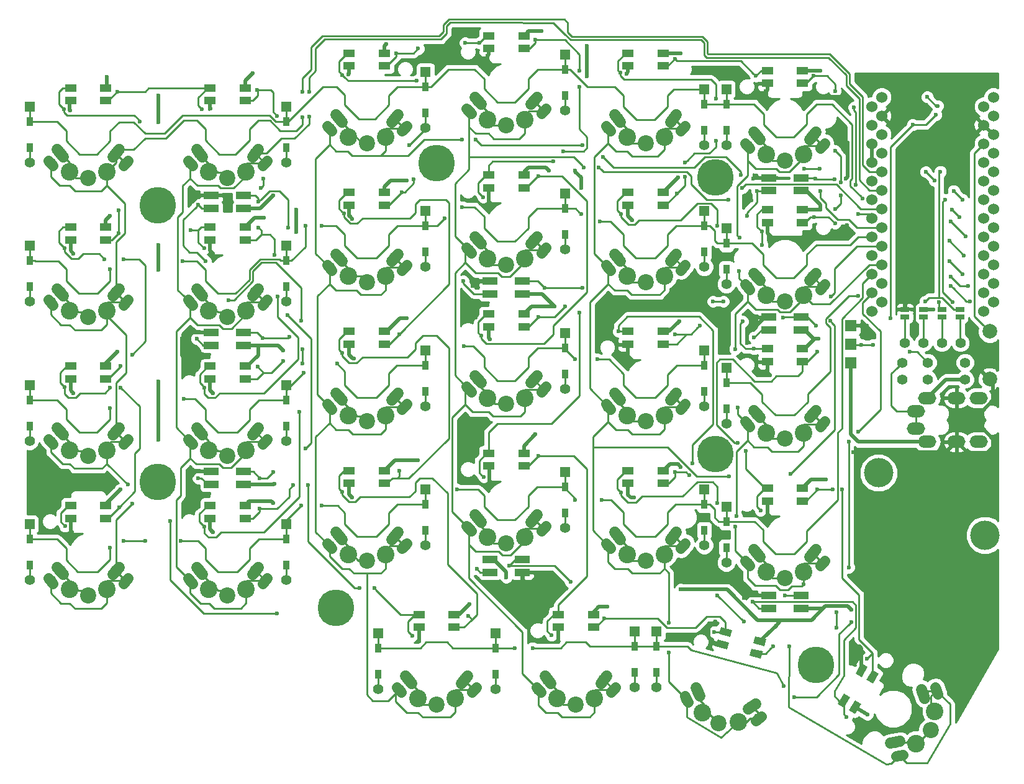
<source format=gbr>
G04 #@! TF.GenerationSoftware,KiCad,Pcbnew,(5.0.0-3-g5ebb6b6)*
G04 #@! TF.CreationDate,2018-11-12T21:10:46+01:00*
G04 #@! TF.ProjectId,corne-classic,636F726E652D636C61737369632E6B69,1.1*
G04 #@! TF.SameCoordinates,Original*
G04 #@! TF.FileFunction,Copper,L2,Bot,Signal*
G04 #@! TF.FilePolarity,Positive*
%FSLAX46Y46*%
G04 Gerber Fmt 4.6, Leading zero omitted, Abs format (unit mm)*
G04 Created by KiCad (PCBNEW (5.0.0-3-g5ebb6b6)) date 2018 November 12, Monday 21:10:46*
%MOMM*%
%LPD*%
G01*
G04 APERTURE LIST*
G04 #@! TA.AperFunction,ComponentPad*
%ADD10C,1.450000*%
G04 #@! TD*
G04 #@! TA.AperFunction,Conductor*
%ADD11C,1.450000*%
G04 #@! TD*
G04 #@! TA.AperFunction,ComponentPad*
%ADD12C,2.200000*%
G04 #@! TD*
G04 #@! TA.AperFunction,ComponentPad*
%ADD13C,2.400000*%
G04 #@! TD*
G04 #@! TA.AperFunction,ComponentPad*
%ADD14C,1.550000*%
G04 #@! TD*
G04 #@! TA.AperFunction,Conductor*
%ADD15C,1.550000*%
G04 #@! TD*
G04 #@! TA.AperFunction,ComponentPad*
%ADD16C,4.000000*%
G04 #@! TD*
G04 #@! TA.AperFunction,ComponentPad*
%ADD17C,5.000000*%
G04 #@! TD*
G04 #@! TA.AperFunction,SMDPad,CuDef*
%ADD18R,0.950000X1.300000*%
G04 #@! TD*
G04 #@! TA.AperFunction,ComponentPad*
%ADD19R,1.397000X1.397000*%
G04 #@! TD*
G04 #@! TA.AperFunction,ComponentPad*
%ADD20C,1.397000*%
G04 #@! TD*
G04 #@! TA.AperFunction,ComponentPad*
%ADD21O,2.500000X1.700000*%
G04 #@! TD*
G04 #@! TA.AperFunction,SMDPad,CuDef*
%ADD22R,1.524000X1.524000*%
G04 #@! TD*
G04 #@! TA.AperFunction,SMDPad,CuDef*
%ADD23R,1.143000X0.635000*%
G04 #@! TD*
G04 #@! TA.AperFunction,SMDPad,CuDef*
%ADD24R,2.000000X1.000000*%
G04 #@! TD*
G04 #@! TA.AperFunction,SMDPad,CuDef*
%ADD25R,1.600000X1.000000*%
G04 #@! TD*
G04 #@! TA.AperFunction,SMDPad,CuDef*
%ADD26C,1.000000*%
G04 #@! TD*
G04 #@! TA.AperFunction,Conductor*
%ADD27C,0.100000*%
G04 #@! TD*
G04 #@! TA.AperFunction,ComponentPad*
%ADD28C,2.000000*%
G04 #@! TD*
G04 #@! TA.AperFunction,ComponentPad*
%ADD29C,1.524000*%
G04 #@! TD*
G04 #@! TA.AperFunction,ViaPad*
%ADD30C,0.600000*%
G04 #@! TD*
G04 #@! TA.AperFunction,Conductor*
%ADD31C,0.250000*%
G04 #@! TD*
G04 #@! TA.AperFunction,Conductor*
%ADD32C,0.500000*%
G04 #@! TD*
G04 #@! TA.AperFunction,Conductor*
%ADD33C,0.254000*%
G04 #@! TD*
G04 APERTURE END LIST*
D10*
G04 #@! TO.P,SW28,1*
G04 #@! TO.N,col5*
X180577499Y-142866730D03*
D11*
G04 #@! TD*
G04 #@! TO.N,col5*
G04 #@! TO.C,SW28*
X181045283Y-142784247D02*
X180109715Y-142949213D01*
D10*
G04 #@! TO.P,SW28,1*
G04 #@! TO.N,col5*
X185677499Y-134033270D03*
D11*
G04 #@! TD*
G04 #@! TO.N,col5*
G04 #@! TO.C,SW28*
X185515039Y-133586916D02*
X185839959Y-134479624D01*
D12*
G04 #@! TO.P,SW28,2*
G04 #@! TO.N,Net-(D28-Pad2)*
X184859550Y-139450000D03*
D13*
X182879409Y-141239705D03*
D14*
G04 #@! TO.P,SW28,1*
G04 #@! TO.N,col5*
X183854705Y-134470443D03*
D15*
G04 #@! TD*
G04 #@! TO.N,col5*
G04 #@! TO.C,SW28*
X183640942Y-133883135D02*
X184068468Y-135057751D01*
D13*
G04 #@! TO.P,SW28,1*
G04 #@! TO.N,col5*
X185419409Y-136840295D03*
D14*
G04 #@! TO.P,SW28,2*
G04 #@! TO.N,Net-(D28-Pad2)*
X180044705Y-141069557D03*
D15*
G04 #@! TD*
G04 #@! TO.N,Net-(D28-Pad2)*
G04 #@! TO.C,SW28*
X180660210Y-140961027D02*
X179429200Y-141178087D01*
D10*
G04 #@! TO.P,SW21,1*
G04 #@! TO.N,col2*
X102900000Y-114275000D03*
D11*
G04 #@! TD*
G04 #@! TO.N,col2*
G04 #@! TO.C,SW21*
X103205324Y-114638871D02*
X102594676Y-113911129D01*
D10*
G04 #@! TO.P,SW21,1*
G04 #@! TO.N,col2*
X113100000Y-114275000D03*
D11*
G04 #@! TD*
G04 #@! TO.N,col2*
G04 #@! TO.C,SW21*
X113405324Y-113911129D02*
X112794676Y-114638871D01*
D12*
G04 #@! TO.P,SW21,2*
G04 #@! TO.N,Net-(D21-Pad2)*
X108000000Y-116275000D03*
D13*
X105460000Y-115455000D03*
D14*
G04 #@! TO.P,SW21,1*
G04 #@! TO.N,col2*
X111810000Y-112915000D03*
D15*
G04 #@! TD*
G04 #@! TO.N,col2*
G04 #@! TO.C,SW21*
X112211742Y-112436222D02*
X111408258Y-113393778D01*
D13*
G04 #@! TO.P,SW21,1*
G04 #@! TO.N,col2*
X110540000Y-115455000D03*
D14*
G04 #@! TO.P,SW21,2*
G04 #@! TO.N,Net-(D21-Pad2)*
X104190000Y-112915000D03*
D15*
G04 #@! TD*
G04 #@! TO.N,Net-(D21-Pad2)*
G04 #@! TO.C,SW21*
X104591742Y-113393778D02*
X103788258Y-112436222D01*
D10*
G04 #@! TO.P,SW1,1*
G04 #@! TO.N,col0*
X64900000Y-62025000D03*
D11*
G04 #@! TD*
G04 #@! TO.N,col0*
G04 #@! TO.C,SW1*
X65205324Y-62388871D02*
X64594676Y-61661129D01*
D10*
G04 #@! TO.P,SW1,1*
G04 #@! TO.N,col0*
X75100000Y-62025000D03*
D11*
G04 #@! TD*
G04 #@! TO.N,col0*
G04 #@! TO.C,SW1*
X75405324Y-61661129D02*
X74794676Y-62388871D01*
D12*
G04 #@! TO.P,SW1,2*
G04 #@! TO.N,Net-(D1-Pad2)*
X70000000Y-64025000D03*
D13*
X67460000Y-63205000D03*
D14*
G04 #@! TO.P,SW1,1*
G04 #@! TO.N,col0*
X73810000Y-60665000D03*
D15*
G04 #@! TD*
G04 #@! TO.N,col0*
G04 #@! TO.C,SW1*
X74211742Y-60186222D02*
X73408258Y-61143778D01*
D13*
G04 #@! TO.P,SW1,1*
G04 #@! TO.N,col0*
X72540000Y-63205000D03*
D14*
G04 #@! TO.P,SW1,2*
G04 #@! TO.N,Net-(D1-Pad2)*
X66190000Y-60665000D03*
D15*
G04 #@! TD*
G04 #@! TO.N,Net-(D1-Pad2)*
G04 #@! TO.C,SW1*
X66591742Y-61143778D02*
X65788258Y-60186222D01*
D10*
G04 #@! TO.P,SW2,1*
G04 #@! TO.N,col1*
X83900000Y-62025000D03*
D11*
G04 #@! TD*
G04 #@! TO.N,col1*
G04 #@! TO.C,SW2*
X84205324Y-62388871D02*
X83594676Y-61661129D01*
D10*
G04 #@! TO.P,SW2,1*
G04 #@! TO.N,col1*
X94100000Y-62025000D03*
D11*
G04 #@! TD*
G04 #@! TO.N,col1*
G04 #@! TO.C,SW2*
X94405324Y-61661129D02*
X93794676Y-62388871D01*
D12*
G04 #@! TO.P,SW2,2*
G04 #@! TO.N,Net-(D2-Pad2)*
X89000000Y-64025000D03*
D13*
X86460000Y-63205000D03*
D14*
G04 #@! TO.P,SW2,1*
G04 #@! TO.N,col1*
X92810000Y-60665000D03*
D15*
G04 #@! TD*
G04 #@! TO.N,col1*
G04 #@! TO.C,SW2*
X93211742Y-60186222D02*
X92408258Y-61143778D01*
D13*
G04 #@! TO.P,SW2,1*
G04 #@! TO.N,col1*
X91540000Y-63205000D03*
D14*
G04 #@! TO.P,SW2,2*
G04 #@! TO.N,Net-(D2-Pad2)*
X85190000Y-60665000D03*
D15*
G04 #@! TD*
G04 #@! TO.N,Net-(D2-Pad2)*
G04 #@! TO.C,SW2*
X85591742Y-61143778D02*
X84788258Y-60186222D01*
D10*
G04 #@! TO.P,SW3,1*
G04 #@! TO.N,col2*
X102900000Y-57275000D03*
D11*
G04 #@! TD*
G04 #@! TO.N,col2*
G04 #@! TO.C,SW3*
X103205324Y-57638871D02*
X102594676Y-56911129D01*
D10*
G04 #@! TO.P,SW3,1*
G04 #@! TO.N,col2*
X113100000Y-57275000D03*
D11*
G04 #@! TD*
G04 #@! TO.N,col2*
G04 #@! TO.C,SW3*
X113405324Y-56911129D02*
X112794676Y-57638871D01*
D12*
G04 #@! TO.P,SW3,2*
G04 #@! TO.N,Net-(D3-Pad2)*
X108000000Y-59275000D03*
D13*
X105460000Y-58455000D03*
D14*
G04 #@! TO.P,SW3,1*
G04 #@! TO.N,col2*
X111810000Y-55915000D03*
D15*
G04 #@! TD*
G04 #@! TO.N,col2*
G04 #@! TO.C,SW3*
X112211742Y-55436222D02*
X111408258Y-56393778D01*
D13*
G04 #@! TO.P,SW3,1*
G04 #@! TO.N,col2*
X110540000Y-58455000D03*
D14*
G04 #@! TO.P,SW3,2*
G04 #@! TO.N,Net-(D3-Pad2)*
X104190000Y-55915000D03*
D15*
G04 #@! TD*
G04 #@! TO.N,Net-(D3-Pad2)*
G04 #@! TO.C,SW3*
X104591742Y-56393778D02*
X103788258Y-55436222D01*
D10*
G04 #@! TO.P,SW4,1*
G04 #@! TO.N,col3*
X121900000Y-54900000D03*
D11*
G04 #@! TD*
G04 #@! TO.N,col3*
G04 #@! TO.C,SW4*
X122205324Y-55263871D02*
X121594676Y-54536129D01*
D10*
G04 #@! TO.P,SW4,1*
G04 #@! TO.N,col3*
X132100000Y-54900000D03*
D11*
G04 #@! TD*
G04 #@! TO.N,col3*
G04 #@! TO.C,SW4*
X132405324Y-54536129D02*
X131794676Y-55263871D01*
D12*
G04 #@! TO.P,SW4,2*
G04 #@! TO.N,Net-(D4-Pad2)*
X127000000Y-56900000D03*
D13*
X124460000Y-56080000D03*
D14*
G04 #@! TO.P,SW4,1*
G04 #@! TO.N,col3*
X130810000Y-53540000D03*
D15*
G04 #@! TD*
G04 #@! TO.N,col3*
G04 #@! TO.C,SW4*
X131211742Y-53061222D02*
X130408258Y-54018778D01*
D13*
G04 #@! TO.P,SW4,1*
G04 #@! TO.N,col3*
X129540000Y-56080000D03*
D14*
G04 #@! TO.P,SW4,2*
G04 #@! TO.N,Net-(D4-Pad2)*
X123190000Y-53540000D03*
D15*
G04 #@! TD*
G04 #@! TO.N,Net-(D4-Pad2)*
G04 #@! TO.C,SW4*
X123591742Y-54018778D02*
X122788258Y-53061222D01*
D10*
G04 #@! TO.P,SW5,1*
G04 #@! TO.N,col4*
X140900000Y-57275000D03*
D11*
G04 #@! TD*
G04 #@! TO.N,col4*
G04 #@! TO.C,SW5*
X141205324Y-57638871D02*
X140594676Y-56911129D01*
D10*
G04 #@! TO.P,SW5,1*
G04 #@! TO.N,col4*
X151100000Y-57275000D03*
D11*
G04 #@! TD*
G04 #@! TO.N,col4*
G04 #@! TO.C,SW5*
X151405324Y-56911129D02*
X150794676Y-57638871D01*
D12*
G04 #@! TO.P,SW5,2*
G04 #@! TO.N,Net-(D5-Pad2)*
X146000000Y-59275000D03*
D13*
X143460000Y-58455000D03*
D14*
G04 #@! TO.P,SW5,1*
G04 #@! TO.N,col4*
X149810000Y-55915000D03*
D15*
G04 #@! TD*
G04 #@! TO.N,col4*
G04 #@! TO.C,SW5*
X150211742Y-55436222D02*
X149408258Y-56393778D01*
D13*
G04 #@! TO.P,SW5,1*
G04 #@! TO.N,col4*
X148540000Y-58455000D03*
D14*
G04 #@! TO.P,SW5,2*
G04 #@! TO.N,Net-(D5-Pad2)*
X142190000Y-55915000D03*
D15*
G04 #@! TD*
G04 #@! TO.N,Net-(D5-Pad2)*
G04 #@! TO.C,SW5*
X142591742Y-56393778D02*
X141788258Y-55436222D01*
D10*
G04 #@! TO.P,SW6,1*
G04 #@! TO.N,col5*
X159900000Y-59650000D03*
D11*
G04 #@! TD*
G04 #@! TO.N,col5*
G04 #@! TO.C,SW6*
X160205324Y-60013871D02*
X159594676Y-59286129D01*
D10*
G04 #@! TO.P,SW6,1*
G04 #@! TO.N,col5*
X170100000Y-59650000D03*
D11*
G04 #@! TD*
G04 #@! TO.N,col5*
G04 #@! TO.C,SW6*
X170405324Y-59286129D02*
X169794676Y-60013871D01*
D12*
G04 #@! TO.P,SW6,2*
G04 #@! TO.N,Net-(D6-Pad2)*
X165000000Y-61650000D03*
D13*
X162460000Y-60830000D03*
D14*
G04 #@! TO.P,SW6,1*
G04 #@! TO.N,col5*
X168810000Y-58290000D03*
D15*
G04 #@! TD*
G04 #@! TO.N,col5*
G04 #@! TO.C,SW6*
X169211742Y-57811222D02*
X168408258Y-58768778D01*
D13*
G04 #@! TO.P,SW6,1*
G04 #@! TO.N,col5*
X167540000Y-60830000D03*
D14*
G04 #@! TO.P,SW6,2*
G04 #@! TO.N,Net-(D6-Pad2)*
X161190000Y-58290000D03*
D15*
G04 #@! TD*
G04 #@! TO.N,Net-(D6-Pad2)*
G04 #@! TO.C,SW6*
X161591742Y-58768778D02*
X160788258Y-57811222D01*
D10*
G04 #@! TO.P,SW7,1*
G04 #@! TO.N,col0*
X64900000Y-81025000D03*
D11*
G04 #@! TD*
G04 #@! TO.N,col0*
G04 #@! TO.C,SW7*
X65205324Y-81388871D02*
X64594676Y-80661129D01*
D10*
G04 #@! TO.P,SW7,1*
G04 #@! TO.N,col0*
X75100000Y-81025000D03*
D11*
G04 #@! TD*
G04 #@! TO.N,col0*
G04 #@! TO.C,SW7*
X75405324Y-80661129D02*
X74794676Y-81388871D01*
D12*
G04 #@! TO.P,SW7,2*
G04 #@! TO.N,Net-(D7-Pad2)*
X70000000Y-83025000D03*
D13*
X67460000Y-82205000D03*
D14*
G04 #@! TO.P,SW7,1*
G04 #@! TO.N,col0*
X73810000Y-79665000D03*
D15*
G04 #@! TD*
G04 #@! TO.N,col0*
G04 #@! TO.C,SW7*
X74211742Y-79186222D02*
X73408258Y-80143778D01*
D13*
G04 #@! TO.P,SW7,1*
G04 #@! TO.N,col0*
X72540000Y-82205000D03*
D14*
G04 #@! TO.P,SW7,2*
G04 #@! TO.N,Net-(D7-Pad2)*
X66190000Y-79665000D03*
D15*
G04 #@! TD*
G04 #@! TO.N,Net-(D7-Pad2)*
G04 #@! TO.C,SW7*
X66591742Y-80143778D02*
X65788258Y-79186222D01*
D10*
G04 #@! TO.P,SW8,1*
G04 #@! TO.N,col1*
X83900000Y-81025000D03*
D11*
G04 #@! TD*
G04 #@! TO.N,col1*
G04 #@! TO.C,SW8*
X84205324Y-81388871D02*
X83594676Y-80661129D01*
D10*
G04 #@! TO.P,SW8,1*
G04 #@! TO.N,col1*
X94100000Y-81025000D03*
D11*
G04 #@! TD*
G04 #@! TO.N,col1*
G04 #@! TO.C,SW8*
X94405324Y-80661129D02*
X93794676Y-81388871D01*
D12*
G04 #@! TO.P,SW8,2*
G04 #@! TO.N,Net-(D8-Pad2)*
X89000000Y-83025000D03*
D13*
X86460000Y-82205000D03*
D14*
G04 #@! TO.P,SW8,1*
G04 #@! TO.N,col1*
X92810000Y-79665000D03*
D15*
G04 #@! TD*
G04 #@! TO.N,col1*
G04 #@! TO.C,SW8*
X93211742Y-79186222D02*
X92408258Y-80143778D01*
D13*
G04 #@! TO.P,SW8,1*
G04 #@! TO.N,col1*
X91540000Y-82205000D03*
D14*
G04 #@! TO.P,SW8,2*
G04 #@! TO.N,Net-(D8-Pad2)*
X85190000Y-79665000D03*
D15*
G04 #@! TD*
G04 #@! TO.N,Net-(D8-Pad2)*
G04 #@! TO.C,SW8*
X85591742Y-80143778D02*
X84788258Y-79186222D01*
D10*
G04 #@! TO.P,SW9,1*
G04 #@! TO.N,col2*
X102900000Y-76275000D03*
D11*
G04 #@! TD*
G04 #@! TO.N,col2*
G04 #@! TO.C,SW9*
X103205324Y-76638871D02*
X102594676Y-75911129D01*
D10*
G04 #@! TO.P,SW9,1*
G04 #@! TO.N,col2*
X113100000Y-76275000D03*
D11*
G04 #@! TD*
G04 #@! TO.N,col2*
G04 #@! TO.C,SW9*
X113405324Y-75911129D02*
X112794676Y-76638871D01*
D12*
G04 #@! TO.P,SW9,2*
G04 #@! TO.N,Net-(D9-Pad2)*
X108000000Y-78275000D03*
D13*
X105460000Y-77455000D03*
D14*
G04 #@! TO.P,SW9,1*
G04 #@! TO.N,col2*
X111810000Y-74915000D03*
D15*
G04 #@! TD*
G04 #@! TO.N,col2*
G04 #@! TO.C,SW9*
X112211742Y-74436222D02*
X111408258Y-75393778D01*
D13*
G04 #@! TO.P,SW9,1*
G04 #@! TO.N,col2*
X110540000Y-77455000D03*
D14*
G04 #@! TO.P,SW9,2*
G04 #@! TO.N,Net-(D9-Pad2)*
X104190000Y-74915000D03*
D15*
G04 #@! TD*
G04 #@! TO.N,Net-(D9-Pad2)*
G04 #@! TO.C,SW9*
X104591742Y-75393778D02*
X103788258Y-74436222D01*
D10*
G04 #@! TO.P,SW10,1*
G04 #@! TO.N,col3*
X121900000Y-73900000D03*
D11*
G04 #@! TD*
G04 #@! TO.N,col3*
G04 #@! TO.C,SW10*
X122205324Y-74263871D02*
X121594676Y-73536129D01*
D10*
G04 #@! TO.P,SW10,1*
G04 #@! TO.N,col3*
X132100000Y-73900000D03*
D11*
G04 #@! TD*
G04 #@! TO.N,col3*
G04 #@! TO.C,SW10*
X132405324Y-73536129D02*
X131794676Y-74263871D01*
D12*
G04 #@! TO.P,SW10,2*
G04 #@! TO.N,Net-(D10-Pad2)*
X127000000Y-75900000D03*
D13*
X124460000Y-75080000D03*
D14*
G04 #@! TO.P,SW10,1*
G04 #@! TO.N,col3*
X130810000Y-72540000D03*
D15*
G04 #@! TD*
G04 #@! TO.N,col3*
G04 #@! TO.C,SW10*
X131211742Y-72061222D02*
X130408258Y-73018778D01*
D13*
G04 #@! TO.P,SW10,1*
G04 #@! TO.N,col3*
X129540000Y-75080000D03*
D14*
G04 #@! TO.P,SW10,2*
G04 #@! TO.N,Net-(D10-Pad2)*
X123190000Y-72540000D03*
D15*
G04 #@! TD*
G04 #@! TO.N,Net-(D10-Pad2)*
G04 #@! TO.C,SW10*
X123591742Y-73018778D02*
X122788258Y-72061222D01*
D10*
G04 #@! TO.P,SW11,1*
G04 #@! TO.N,col4*
X140900000Y-76275000D03*
D11*
G04 #@! TD*
G04 #@! TO.N,col4*
G04 #@! TO.C,SW11*
X141205324Y-76638871D02*
X140594676Y-75911129D01*
D10*
G04 #@! TO.P,SW11,1*
G04 #@! TO.N,col4*
X151100000Y-76275000D03*
D11*
G04 #@! TD*
G04 #@! TO.N,col4*
G04 #@! TO.C,SW11*
X151405324Y-75911129D02*
X150794676Y-76638871D01*
D12*
G04 #@! TO.P,SW11,2*
G04 #@! TO.N,Net-(D11-Pad2)*
X146000000Y-78275000D03*
D13*
X143460000Y-77455000D03*
D14*
G04 #@! TO.P,SW11,1*
G04 #@! TO.N,col4*
X149810000Y-74915000D03*
D15*
G04 #@! TD*
G04 #@! TO.N,col4*
G04 #@! TO.C,SW11*
X150211742Y-74436222D02*
X149408258Y-75393778D01*
D13*
G04 #@! TO.P,SW11,1*
G04 #@! TO.N,col4*
X148540000Y-77455000D03*
D14*
G04 #@! TO.P,SW11,2*
G04 #@! TO.N,Net-(D11-Pad2)*
X142190000Y-74915000D03*
D15*
G04 #@! TD*
G04 #@! TO.N,Net-(D11-Pad2)*
G04 #@! TO.C,SW11*
X142591742Y-75393778D02*
X141788258Y-74436222D01*
D10*
G04 #@! TO.P,SW12,1*
G04 #@! TO.N,col5*
X159900000Y-78900000D03*
D11*
G04 #@! TD*
G04 #@! TO.N,col5*
G04 #@! TO.C,SW12*
X160205324Y-79263871D02*
X159594676Y-78536129D01*
D10*
G04 #@! TO.P,SW12,1*
G04 #@! TO.N,col5*
X170100000Y-78900000D03*
D11*
G04 #@! TD*
G04 #@! TO.N,col5*
G04 #@! TO.C,SW12*
X170405324Y-78536129D02*
X169794676Y-79263871D01*
D12*
G04 #@! TO.P,SW12,2*
G04 #@! TO.N,Net-(D12-Pad2)*
X165000000Y-80900000D03*
D13*
X162460000Y-80080000D03*
D14*
G04 #@! TO.P,SW12,1*
G04 #@! TO.N,col5*
X168810000Y-77540000D03*
D15*
G04 #@! TD*
G04 #@! TO.N,col5*
G04 #@! TO.C,SW12*
X169211742Y-77061222D02*
X168408258Y-78018778D01*
D13*
G04 #@! TO.P,SW12,1*
G04 #@! TO.N,col5*
X167540000Y-80080000D03*
D14*
G04 #@! TO.P,SW12,2*
G04 #@! TO.N,Net-(D12-Pad2)*
X161190000Y-77540000D03*
D15*
G04 #@! TD*
G04 #@! TO.N,Net-(D12-Pad2)*
G04 #@! TO.C,SW12*
X161591742Y-78018778D02*
X160788258Y-77061222D01*
D10*
G04 #@! TO.P,SW13,1*
G04 #@! TO.N,col0*
X64900000Y-100025000D03*
D11*
G04 #@! TD*
G04 #@! TO.N,col0*
G04 #@! TO.C,SW13*
X65205324Y-100388871D02*
X64594676Y-99661129D01*
D10*
G04 #@! TO.P,SW13,1*
G04 #@! TO.N,col0*
X75100000Y-100025000D03*
D11*
G04 #@! TD*
G04 #@! TO.N,col0*
G04 #@! TO.C,SW13*
X75405324Y-99661129D02*
X74794676Y-100388871D01*
D12*
G04 #@! TO.P,SW13,2*
G04 #@! TO.N,Net-(D13-Pad2)*
X70000000Y-102025000D03*
D13*
X67460000Y-101205000D03*
D14*
G04 #@! TO.P,SW13,1*
G04 #@! TO.N,col0*
X73810000Y-98665000D03*
D15*
G04 #@! TD*
G04 #@! TO.N,col0*
G04 #@! TO.C,SW13*
X74211742Y-98186222D02*
X73408258Y-99143778D01*
D13*
G04 #@! TO.P,SW13,1*
G04 #@! TO.N,col0*
X72540000Y-101205000D03*
D14*
G04 #@! TO.P,SW13,2*
G04 #@! TO.N,Net-(D13-Pad2)*
X66190000Y-98665000D03*
D15*
G04 #@! TD*
G04 #@! TO.N,Net-(D13-Pad2)*
G04 #@! TO.C,SW13*
X66591742Y-99143778D02*
X65788258Y-98186222D01*
D10*
G04 #@! TO.P,SW14,1*
G04 #@! TO.N,col1*
X83900000Y-100025000D03*
D11*
G04 #@! TD*
G04 #@! TO.N,col1*
G04 #@! TO.C,SW14*
X84205324Y-100388871D02*
X83594676Y-99661129D01*
D10*
G04 #@! TO.P,SW14,1*
G04 #@! TO.N,col1*
X94100000Y-100025000D03*
D11*
G04 #@! TD*
G04 #@! TO.N,col1*
G04 #@! TO.C,SW14*
X94405324Y-99661129D02*
X93794676Y-100388871D01*
D12*
G04 #@! TO.P,SW14,2*
G04 #@! TO.N,Net-(D14-Pad2)*
X89000000Y-102025000D03*
D13*
X86460000Y-101205000D03*
D14*
G04 #@! TO.P,SW14,1*
G04 #@! TO.N,col1*
X92810000Y-98665000D03*
D15*
G04 #@! TD*
G04 #@! TO.N,col1*
G04 #@! TO.C,SW14*
X93211742Y-98186222D02*
X92408258Y-99143778D01*
D13*
G04 #@! TO.P,SW14,1*
G04 #@! TO.N,col1*
X91540000Y-101205000D03*
D14*
G04 #@! TO.P,SW14,2*
G04 #@! TO.N,Net-(D14-Pad2)*
X85190000Y-98665000D03*
D15*
G04 #@! TD*
G04 #@! TO.N,Net-(D14-Pad2)*
G04 #@! TO.C,SW14*
X85591742Y-99143778D02*
X84788258Y-98186222D01*
D10*
G04 #@! TO.P,SW15,1*
G04 #@! TO.N,col2*
X102900000Y-95275000D03*
D11*
G04 #@! TD*
G04 #@! TO.N,col2*
G04 #@! TO.C,SW15*
X103205324Y-95638871D02*
X102594676Y-94911129D01*
D10*
G04 #@! TO.P,SW15,1*
G04 #@! TO.N,col2*
X113100000Y-95275000D03*
D11*
G04 #@! TD*
G04 #@! TO.N,col2*
G04 #@! TO.C,SW15*
X113405324Y-94911129D02*
X112794676Y-95638871D01*
D12*
G04 #@! TO.P,SW15,2*
G04 #@! TO.N,Net-(D15-Pad2)*
X108000000Y-97275000D03*
D13*
X105460000Y-96455000D03*
D14*
G04 #@! TO.P,SW15,1*
G04 #@! TO.N,col2*
X111810000Y-93915000D03*
D15*
G04 #@! TD*
G04 #@! TO.N,col2*
G04 #@! TO.C,SW15*
X112211742Y-93436222D02*
X111408258Y-94393778D01*
D13*
G04 #@! TO.P,SW15,1*
G04 #@! TO.N,col2*
X110540000Y-96455000D03*
D14*
G04 #@! TO.P,SW15,2*
G04 #@! TO.N,Net-(D15-Pad2)*
X104190000Y-93915000D03*
D15*
G04 #@! TD*
G04 #@! TO.N,Net-(D15-Pad2)*
G04 #@! TO.C,SW15*
X104591742Y-94393778D02*
X103788258Y-93436222D01*
D10*
G04 #@! TO.P,SW16,1*
G04 #@! TO.N,col3*
X121900000Y-92900000D03*
D11*
G04 #@! TD*
G04 #@! TO.N,col3*
G04 #@! TO.C,SW16*
X122205324Y-93263871D02*
X121594676Y-92536129D01*
D10*
G04 #@! TO.P,SW16,1*
G04 #@! TO.N,col3*
X132100000Y-92900000D03*
D11*
G04 #@! TD*
G04 #@! TO.N,col3*
G04 #@! TO.C,SW16*
X132405324Y-92536129D02*
X131794676Y-93263871D01*
D12*
G04 #@! TO.P,SW16,2*
G04 #@! TO.N,Net-(D16-Pad2)*
X127000000Y-94900000D03*
D13*
X124460000Y-94080000D03*
D14*
G04 #@! TO.P,SW16,1*
G04 #@! TO.N,col3*
X130810000Y-91540000D03*
D15*
G04 #@! TD*
G04 #@! TO.N,col3*
G04 #@! TO.C,SW16*
X131211742Y-91061222D02*
X130408258Y-92018778D01*
D13*
G04 #@! TO.P,SW16,1*
G04 #@! TO.N,col3*
X129540000Y-94080000D03*
D14*
G04 #@! TO.P,SW16,2*
G04 #@! TO.N,Net-(D16-Pad2)*
X123190000Y-91540000D03*
D15*
G04 #@! TD*
G04 #@! TO.N,Net-(D16-Pad2)*
G04 #@! TO.C,SW16*
X123591742Y-92018778D02*
X122788258Y-91061222D01*
D10*
G04 #@! TO.P,SW17,1*
G04 #@! TO.N,col4*
X140900000Y-95275000D03*
D11*
G04 #@! TD*
G04 #@! TO.N,col4*
G04 #@! TO.C,SW17*
X141205324Y-95638871D02*
X140594676Y-94911129D01*
D10*
G04 #@! TO.P,SW17,1*
G04 #@! TO.N,col4*
X151100000Y-95275000D03*
D11*
G04 #@! TD*
G04 #@! TO.N,col4*
G04 #@! TO.C,SW17*
X151405324Y-94911129D02*
X150794676Y-95638871D01*
D12*
G04 #@! TO.P,SW17,2*
G04 #@! TO.N,Net-(D17-Pad2)*
X146000000Y-97275000D03*
D13*
X143460000Y-96455000D03*
D14*
G04 #@! TO.P,SW17,1*
G04 #@! TO.N,col4*
X149810000Y-93915000D03*
D15*
G04 #@! TD*
G04 #@! TO.N,col4*
G04 #@! TO.C,SW17*
X150211742Y-93436222D02*
X149408258Y-94393778D01*
D13*
G04 #@! TO.P,SW17,1*
G04 #@! TO.N,col4*
X148540000Y-96455000D03*
D14*
G04 #@! TO.P,SW17,2*
G04 #@! TO.N,Net-(D17-Pad2)*
X142190000Y-93915000D03*
D15*
G04 #@! TD*
G04 #@! TO.N,Net-(D17-Pad2)*
G04 #@! TO.C,SW17*
X142591742Y-94393778D02*
X141788258Y-93436222D01*
D10*
G04 #@! TO.P,SW18,1*
G04 #@! TO.N,col5*
X159900000Y-97650000D03*
D11*
G04 #@! TD*
G04 #@! TO.N,col5*
G04 #@! TO.C,SW18*
X160205324Y-98013871D02*
X159594676Y-97286129D01*
D10*
G04 #@! TO.P,SW18,1*
G04 #@! TO.N,col5*
X170100000Y-97650000D03*
D11*
G04 #@! TD*
G04 #@! TO.N,col5*
G04 #@! TO.C,SW18*
X170405324Y-97286129D02*
X169794676Y-98013871D01*
D12*
G04 #@! TO.P,SW18,2*
G04 #@! TO.N,Net-(D18-Pad2)*
X165000000Y-99650000D03*
D13*
X162460000Y-98830000D03*
D14*
G04 #@! TO.P,SW18,1*
G04 #@! TO.N,col5*
X168810000Y-96290000D03*
D15*
G04 #@! TD*
G04 #@! TO.N,col5*
G04 #@! TO.C,SW18*
X169211742Y-95811222D02*
X168408258Y-96768778D01*
D13*
G04 #@! TO.P,SW18,1*
G04 #@! TO.N,col5*
X167540000Y-98830000D03*
D14*
G04 #@! TO.P,SW18,2*
G04 #@! TO.N,Net-(D18-Pad2)*
X161190000Y-96290000D03*
D15*
G04 #@! TD*
G04 #@! TO.N,Net-(D18-Pad2)*
G04 #@! TO.C,SW18*
X161591742Y-96768778D02*
X160788258Y-95811222D01*
D10*
G04 #@! TO.P,SW19,1*
G04 #@! TO.N,col0*
X64900000Y-119025000D03*
D11*
G04 #@! TD*
G04 #@! TO.N,col0*
G04 #@! TO.C,SW19*
X65205324Y-119388871D02*
X64594676Y-118661129D01*
D10*
G04 #@! TO.P,SW19,1*
G04 #@! TO.N,col0*
X75100000Y-119025000D03*
D11*
G04 #@! TD*
G04 #@! TO.N,col0*
G04 #@! TO.C,SW19*
X75405324Y-118661129D02*
X74794676Y-119388871D01*
D12*
G04 #@! TO.P,SW19,2*
G04 #@! TO.N,Net-(D19-Pad2)*
X70000000Y-121025000D03*
D13*
X67460000Y-120205000D03*
D14*
G04 #@! TO.P,SW19,1*
G04 #@! TO.N,col0*
X73810000Y-117665000D03*
D15*
G04 #@! TD*
G04 #@! TO.N,col0*
G04 #@! TO.C,SW19*
X74211742Y-117186222D02*
X73408258Y-118143778D01*
D13*
G04 #@! TO.P,SW19,1*
G04 #@! TO.N,col0*
X72540000Y-120205000D03*
D14*
G04 #@! TO.P,SW19,2*
G04 #@! TO.N,Net-(D19-Pad2)*
X66190000Y-117665000D03*
D15*
G04 #@! TD*
G04 #@! TO.N,Net-(D19-Pad2)*
G04 #@! TO.C,SW19*
X66591742Y-118143778D02*
X65788258Y-117186222D01*
D10*
G04 #@! TO.P,SW20,1*
G04 #@! TO.N,col1*
X83900000Y-119025000D03*
D11*
G04 #@! TD*
G04 #@! TO.N,col1*
G04 #@! TO.C,SW20*
X84205324Y-119388871D02*
X83594676Y-118661129D01*
D10*
G04 #@! TO.P,SW20,1*
G04 #@! TO.N,col1*
X94100000Y-119025000D03*
D11*
G04 #@! TD*
G04 #@! TO.N,col1*
G04 #@! TO.C,SW20*
X94405324Y-118661129D02*
X93794676Y-119388871D01*
D12*
G04 #@! TO.P,SW20,2*
G04 #@! TO.N,Net-(D20-Pad2)*
X89000000Y-121025000D03*
D13*
X86460000Y-120205000D03*
D14*
G04 #@! TO.P,SW20,1*
G04 #@! TO.N,col1*
X92810000Y-117665000D03*
D15*
G04 #@! TD*
G04 #@! TO.N,col1*
G04 #@! TO.C,SW20*
X93211742Y-117186222D02*
X92408258Y-118143778D01*
D13*
G04 #@! TO.P,SW20,1*
G04 #@! TO.N,col1*
X91540000Y-120205000D03*
D14*
G04 #@! TO.P,SW20,2*
G04 #@! TO.N,Net-(D20-Pad2)*
X85190000Y-117665000D03*
D15*
G04 #@! TD*
G04 #@! TO.N,Net-(D20-Pad2)*
G04 #@! TO.C,SW20*
X85591742Y-118143778D02*
X84788258Y-117186222D01*
D10*
G04 #@! TO.P,SW22,1*
G04 #@! TO.N,col3*
X121900000Y-111900000D03*
D11*
G04 #@! TD*
G04 #@! TO.N,col3*
G04 #@! TO.C,SW22*
X122205324Y-112263871D02*
X121594676Y-111536129D01*
D10*
G04 #@! TO.P,SW22,1*
G04 #@! TO.N,col3*
X132100000Y-111900000D03*
D11*
G04 #@! TD*
G04 #@! TO.N,col3*
G04 #@! TO.C,SW22*
X132405324Y-111536129D02*
X131794676Y-112263871D01*
D12*
G04 #@! TO.P,SW22,2*
G04 #@! TO.N,Net-(D22-Pad2)*
X127000000Y-113900000D03*
D13*
X124460000Y-113080000D03*
D14*
G04 #@! TO.P,SW22,1*
G04 #@! TO.N,col3*
X130810000Y-110540000D03*
D15*
G04 #@! TD*
G04 #@! TO.N,col3*
G04 #@! TO.C,SW22*
X131211742Y-110061222D02*
X130408258Y-111018778D01*
D13*
G04 #@! TO.P,SW22,1*
G04 #@! TO.N,col3*
X129540000Y-113080000D03*
D14*
G04 #@! TO.P,SW22,2*
G04 #@! TO.N,Net-(D22-Pad2)*
X123190000Y-110540000D03*
D15*
G04 #@! TD*
G04 #@! TO.N,Net-(D22-Pad2)*
G04 #@! TO.C,SW22*
X123591742Y-111018778D02*
X122788258Y-110061222D01*
D10*
G04 #@! TO.P,SW23,1*
G04 #@! TO.N,col4*
X140900000Y-114275000D03*
D11*
G04 #@! TD*
G04 #@! TO.N,col4*
G04 #@! TO.C,SW23*
X141205324Y-114638871D02*
X140594676Y-113911129D01*
D10*
G04 #@! TO.P,SW23,1*
G04 #@! TO.N,col4*
X151100000Y-114275000D03*
D11*
G04 #@! TD*
G04 #@! TO.N,col4*
G04 #@! TO.C,SW23*
X151405324Y-113911129D02*
X150794676Y-114638871D01*
D12*
G04 #@! TO.P,SW23,2*
G04 #@! TO.N,Net-(D23-Pad2)*
X146000000Y-116275000D03*
D13*
X143460000Y-115455000D03*
D14*
G04 #@! TO.P,SW23,1*
G04 #@! TO.N,col4*
X149810000Y-112915000D03*
D15*
G04 #@! TD*
G04 #@! TO.N,col4*
G04 #@! TO.C,SW23*
X150211742Y-112436222D02*
X149408258Y-113393778D01*
D13*
G04 #@! TO.P,SW23,1*
G04 #@! TO.N,col4*
X148540000Y-115455000D03*
D14*
G04 #@! TO.P,SW23,2*
G04 #@! TO.N,Net-(D23-Pad2)*
X142190000Y-112915000D03*
D15*
G04 #@! TD*
G04 #@! TO.N,Net-(D23-Pad2)*
G04 #@! TO.C,SW23*
X142591742Y-113393778D02*
X141788258Y-112436222D01*
D10*
G04 #@! TO.P,SW24,1*
G04 #@! TO.N,col5*
X159900000Y-116650000D03*
D11*
G04 #@! TD*
G04 #@! TO.N,col5*
G04 #@! TO.C,SW24*
X160205324Y-117013871D02*
X159594676Y-116286129D01*
D10*
G04 #@! TO.P,SW24,1*
G04 #@! TO.N,col5*
X170100000Y-116650000D03*
D11*
G04 #@! TD*
G04 #@! TO.N,col5*
G04 #@! TO.C,SW24*
X170405324Y-116286129D02*
X169794676Y-117013871D01*
D12*
G04 #@! TO.P,SW24,2*
G04 #@! TO.N,Net-(D24-Pad2)*
X165000000Y-118650000D03*
D13*
X162460000Y-117830000D03*
D14*
G04 #@! TO.P,SW24,1*
G04 #@! TO.N,col5*
X168810000Y-115290000D03*
D15*
G04 #@! TD*
G04 #@! TO.N,col5*
G04 #@! TO.C,SW24*
X169211742Y-114811222D02*
X168408258Y-115768778D01*
D13*
G04 #@! TO.P,SW24,1*
G04 #@! TO.N,col5*
X167540000Y-117830000D03*
D14*
G04 #@! TO.P,SW24,2*
G04 #@! TO.N,Net-(D24-Pad2)*
X161190000Y-115290000D03*
D15*
G04 #@! TD*
G04 #@! TO.N,Net-(D24-Pad2)*
G04 #@! TO.C,SW24*
X161591742Y-115768778D02*
X160788258Y-114811222D01*
D10*
G04 #@! TO.P,SW25,1*
G04 #@! TO.N,col2*
X112400000Y-133900000D03*
D11*
G04 #@! TD*
G04 #@! TO.N,col2*
G04 #@! TO.C,SW25*
X112705324Y-134263871D02*
X112094676Y-133536129D01*
D10*
G04 #@! TO.P,SW25,1*
G04 #@! TO.N,col2*
X122600000Y-133900000D03*
D11*
G04 #@! TD*
G04 #@! TO.N,col2*
G04 #@! TO.C,SW25*
X122905324Y-133536129D02*
X122294676Y-134263871D01*
D12*
G04 #@! TO.P,SW25,2*
G04 #@! TO.N,Net-(D25-Pad2)*
X117500000Y-135900000D03*
D13*
X114960000Y-135080000D03*
D14*
G04 #@! TO.P,SW25,1*
G04 #@! TO.N,col2*
X121310000Y-132540000D03*
D15*
G04 #@! TD*
G04 #@! TO.N,col2*
G04 #@! TO.C,SW25*
X121711742Y-132061222D02*
X120908258Y-133018778D01*
D13*
G04 #@! TO.P,SW25,1*
G04 #@! TO.N,col2*
X120040000Y-135080000D03*
D14*
G04 #@! TO.P,SW25,2*
G04 #@! TO.N,Net-(D25-Pad2)*
X113690000Y-132540000D03*
D15*
G04 #@! TD*
G04 #@! TO.N,Net-(D25-Pad2)*
G04 #@! TO.C,SW25*
X114091742Y-133018778D02*
X113288258Y-132061222D01*
D10*
G04 #@! TO.P,SW26,1*
G04 #@! TO.N,col3*
X131400000Y-133900000D03*
D11*
G04 #@! TD*
G04 #@! TO.N,col3*
G04 #@! TO.C,SW26*
X131705324Y-134263871D02*
X131094676Y-133536129D01*
D10*
G04 #@! TO.P,SW26,1*
G04 #@! TO.N,col3*
X141600000Y-133900000D03*
D11*
G04 #@! TD*
G04 #@! TO.N,col3*
G04 #@! TO.C,SW26*
X141905324Y-133536129D02*
X141294676Y-134263871D01*
D12*
G04 #@! TO.P,SW26,2*
G04 #@! TO.N,Net-(D26-Pad2)*
X136500000Y-135900000D03*
D13*
X133960000Y-135080000D03*
D14*
G04 #@! TO.P,SW26,1*
G04 #@! TO.N,col3*
X140310000Y-132540000D03*
D15*
G04 #@! TD*
G04 #@! TO.N,col3*
G04 #@! TO.C,SW26*
X140711742Y-132061222D02*
X139908258Y-133018778D01*
D13*
G04 #@! TO.P,SW26,1*
G04 #@! TO.N,col3*
X139040000Y-135080000D03*
D14*
G04 #@! TO.P,SW26,2*
G04 #@! TO.N,Net-(D26-Pad2)*
X132690000Y-132540000D03*
D15*
G04 #@! TD*
G04 #@! TO.N,Net-(D26-Pad2)*
G04 #@! TO.C,SW26*
X133091742Y-133018778D02*
X132288258Y-132061222D01*
D10*
G04 #@! TO.P,SW27,1*
G04 #@! TO.N,col4*
X151564384Y-135197134D03*
D11*
G04 #@! TD*
G04 #@! TO.N,col4*
G04 #@! TO.C,SW27*
X151765128Y-135627630D02*
X151363640Y-134766638D01*
D10*
G04 #@! TO.P,SW27,1*
G04 #@! TO.N,col4*
X161416827Y-137837088D03*
D11*
G04 #@! TD*
G04 #@! TO.N,col4*
G04 #@! TO.C,SW27*
X161805924Y-137564639D02*
X161027730Y-138109537D01*
D12*
G04 #@! TO.P,SW27,2*
G04 #@! TO.N,Net-(D27-Pad2)*
X155972968Y-138448962D03*
D13*
X153731748Y-136999503D03*
D14*
G04 #@! TO.P,SW27,1*
G04 #@! TO.N,col4*
X160522777Y-136189552D03*
D15*
G04 #@! TD*
G04 #@! TO.N,col4*
G04 #@! TO.C,SW27*
X161034747Y-135831067D02*
X160010807Y-136548037D01*
D13*
G04 #@! TO.P,SW27,1*
G04 #@! TO.N,col4*
X158638651Y-138314304D03*
D14*
G04 #@! TO.P,SW27,2*
G04 #@! TO.N,Net-(D27-Pad2)*
X153162422Y-134217351D03*
D15*
G04 #@! TD*
G04 #@! TO.N,Net-(D27-Pad2)*
G04 #@! TO.C,SW27*
X153426558Y-134783793D02*
X152898286Y-133650909D01*
D16*
G04 #@! TO.P,,*
G04 #@! TO.N,*
X192250000Y-112800000D03*
G04 #@! TD*
D17*
G04 #@! TO.P,,*
G04 #@! TO.N,*
X169250000Y-130500000D03*
G04 #@! TD*
G04 #@! TO.P,,*
G04 #@! TO.N,*
X155500000Y-64000000D03*
G04 #@! TD*
G04 #@! TO.P,,*
G04 #@! TO.N,*
X103750000Y-122750000D03*
G04 #@! TD*
G04 #@! TO.P,,*
G04 #@! TO.N,*
X79500000Y-105500000D03*
G04 #@! TD*
G04 #@! TO.P,,*
G04 #@! TO.N,*
X155500000Y-101750000D03*
G04 #@! TD*
G04 #@! TO.P,,*
G04 #@! TO.N,*
X117500000Y-62000000D03*
G04 #@! TD*
D18*
G04 #@! TO.P,D1,2*
G04 #@! TO.N,Net-(D1-Pad2)*
X62000000Y-59900000D03*
G04 #@! TO.P,D1,1*
G04 #@! TO.N,row0*
X62000000Y-56350000D03*
D19*
X62000000Y-54315000D03*
D20*
G04 #@! TO.P,D1,2*
G04 #@! TO.N,Net-(D1-Pad2)*
X62000000Y-61935000D03*
G04 #@! TD*
D18*
G04 #@! TO.P,D2,2*
G04 #@! TO.N,Net-(D2-Pad2)*
X97000000Y-59900000D03*
G04 #@! TO.P,D2,1*
G04 #@! TO.N,row0*
X97000000Y-56350000D03*
D19*
X97000000Y-54315000D03*
D20*
G04 #@! TO.P,D2,2*
G04 #@! TO.N,Net-(D2-Pad2)*
X97000000Y-61935000D03*
G04 #@! TD*
D18*
G04 #@! TO.P,D3,2*
G04 #@! TO.N,Net-(D3-Pad2)*
X116000000Y-55150000D03*
G04 #@! TO.P,D3,1*
G04 #@! TO.N,row0*
X116000000Y-51600000D03*
D19*
X116000000Y-49565000D03*
D20*
G04 #@! TO.P,D3,2*
G04 #@! TO.N,Net-(D3-Pad2)*
X116000000Y-57185000D03*
G04 #@! TD*
D18*
G04 #@! TO.P,D4,2*
G04 #@! TO.N,Net-(D4-Pad2)*
X135000000Y-52775000D03*
G04 #@! TO.P,D4,1*
G04 #@! TO.N,row0*
X135000000Y-49225000D03*
D19*
X135000000Y-47190000D03*
D20*
G04 #@! TO.P,D4,2*
G04 #@! TO.N,Net-(D4-Pad2)*
X135000000Y-54810000D03*
G04 #@! TD*
G04 #@! TO.P,D5,2*
G04 #@! TO.N,Net-(D5-Pad2)*
X154000000Y-59560000D03*
D19*
G04 #@! TO.P,D5,1*
G04 #@! TO.N,row0*
X154000000Y-51940000D03*
D18*
X154000000Y-53975000D03*
G04 #@! TO.P,D5,2*
G04 #@! TO.N,Net-(D5-Pad2)*
X154000000Y-57525000D03*
G04 #@! TD*
G04 #@! TO.P,D6,2*
G04 #@! TO.N,Net-(D6-Pad2)*
X157000000Y-57525000D03*
G04 #@! TO.P,D6,1*
G04 #@! TO.N,row0*
X157000000Y-53975000D03*
D19*
X157000000Y-51940000D03*
D20*
G04 #@! TO.P,D6,2*
G04 #@! TO.N,Net-(D6-Pad2)*
X157000000Y-59560000D03*
G04 #@! TD*
G04 #@! TO.P,D7,2*
G04 #@! TO.N,Net-(D7-Pad2)*
X62000000Y-80935000D03*
D19*
G04 #@! TO.P,D7,1*
G04 #@! TO.N,row1*
X62000000Y-73315000D03*
D18*
X62000000Y-75350000D03*
G04 #@! TO.P,D7,2*
G04 #@! TO.N,Net-(D7-Pad2)*
X62000000Y-78900000D03*
G04 #@! TD*
G04 #@! TO.P,D8,2*
G04 #@! TO.N,Net-(D8-Pad2)*
X97000000Y-78900000D03*
G04 #@! TO.P,D8,1*
G04 #@! TO.N,row1*
X97000000Y-75350000D03*
D19*
X97000000Y-73315000D03*
D20*
G04 #@! TO.P,D8,2*
G04 #@! TO.N,Net-(D8-Pad2)*
X97000000Y-80935000D03*
G04 #@! TD*
D18*
G04 #@! TO.P,D9,2*
G04 #@! TO.N,Net-(D9-Pad2)*
X116000000Y-74150000D03*
G04 #@! TO.P,D9,1*
G04 #@! TO.N,row1*
X116000000Y-70600000D03*
D19*
X116000000Y-68565000D03*
D20*
G04 #@! TO.P,D9,2*
G04 #@! TO.N,Net-(D9-Pad2)*
X116000000Y-76185000D03*
G04 #@! TD*
G04 #@! TO.P,D10,2*
G04 #@! TO.N,Net-(D10-Pad2)*
X135000000Y-73810000D03*
D19*
G04 #@! TO.P,D10,1*
G04 #@! TO.N,row1*
X135000000Y-66190000D03*
D18*
X135000000Y-68225000D03*
G04 #@! TO.P,D10,2*
G04 #@! TO.N,Net-(D10-Pad2)*
X135000000Y-71775000D03*
G04 #@! TD*
G04 #@! TO.P,D11,2*
G04 #@! TO.N,Net-(D11-Pad2)*
X154000000Y-74150000D03*
G04 #@! TO.P,D11,1*
G04 #@! TO.N,row1*
X154000000Y-70600000D03*
D19*
X154000000Y-68565000D03*
D20*
G04 #@! TO.P,D11,2*
G04 #@! TO.N,Net-(D11-Pad2)*
X154000000Y-76185000D03*
G04 #@! TD*
G04 #@! TO.P,D12,2*
G04 #@! TO.N,Net-(D12-Pad2)*
X157000000Y-78560000D03*
D19*
G04 #@! TO.P,D12,1*
G04 #@! TO.N,row1*
X157000000Y-70940000D03*
D18*
X157000000Y-72975000D03*
G04 #@! TO.P,D12,2*
G04 #@! TO.N,Net-(D12-Pad2)*
X157000000Y-76525000D03*
G04 #@! TD*
D20*
G04 #@! TO.P,D13,2*
G04 #@! TO.N,Net-(D13-Pad2)*
X62000000Y-99935000D03*
D19*
G04 #@! TO.P,D13,1*
G04 #@! TO.N,row2*
X62000000Y-92315000D03*
D18*
X62000000Y-94350000D03*
G04 #@! TO.P,D13,2*
G04 #@! TO.N,Net-(D13-Pad2)*
X62000000Y-97900000D03*
G04 #@! TD*
D20*
G04 #@! TO.P,D14,2*
G04 #@! TO.N,Net-(D14-Pad2)*
X97000000Y-99935000D03*
D19*
G04 #@! TO.P,D14,1*
G04 #@! TO.N,row2*
X97000000Y-92315000D03*
D18*
X97000000Y-94350000D03*
G04 #@! TO.P,D14,2*
G04 #@! TO.N,Net-(D14-Pad2)*
X97000000Y-97900000D03*
G04 #@! TD*
D20*
G04 #@! TO.P,D15,2*
G04 #@! TO.N,Net-(D15-Pad2)*
X116000000Y-95185000D03*
D19*
G04 #@! TO.P,D15,1*
G04 #@! TO.N,row2*
X116000000Y-87565000D03*
D18*
X116000000Y-89600000D03*
G04 #@! TO.P,D15,2*
G04 #@! TO.N,Net-(D15-Pad2)*
X116000000Y-93150000D03*
G04 #@! TD*
G04 #@! TO.P,D16,2*
G04 #@! TO.N,Net-(D16-Pad2)*
X135000000Y-90775000D03*
G04 #@! TO.P,D16,1*
G04 #@! TO.N,row2*
X135000000Y-87225000D03*
D19*
X135000000Y-85190000D03*
D20*
G04 #@! TO.P,D16,2*
G04 #@! TO.N,Net-(D16-Pad2)*
X135000000Y-92810000D03*
G04 #@! TD*
G04 #@! TO.P,D17,2*
G04 #@! TO.N,Net-(D17-Pad2)*
X154000000Y-95185000D03*
D19*
G04 #@! TO.P,D17,1*
G04 #@! TO.N,row2*
X154000000Y-87565000D03*
D18*
X154000000Y-89600000D03*
G04 #@! TO.P,D17,2*
G04 #@! TO.N,Net-(D17-Pad2)*
X154000000Y-93150000D03*
G04 #@! TD*
D20*
G04 #@! TO.P,D18,2*
G04 #@! TO.N,Net-(D18-Pad2)*
X157000000Y-97560000D03*
D19*
G04 #@! TO.P,D18,1*
G04 #@! TO.N,row2*
X157000000Y-89940000D03*
D18*
X157000000Y-91975000D03*
G04 #@! TO.P,D18,2*
G04 #@! TO.N,Net-(D18-Pad2)*
X157000000Y-95525000D03*
G04 #@! TD*
D20*
G04 #@! TO.P,D19,2*
G04 #@! TO.N,Net-(D19-Pad2)*
X62000000Y-118935000D03*
D19*
G04 #@! TO.P,D19,1*
G04 #@! TO.N,row3*
X62000000Y-111315000D03*
D18*
X62000000Y-113350000D03*
G04 #@! TO.P,D19,2*
G04 #@! TO.N,Net-(D19-Pad2)*
X62000000Y-116900000D03*
G04 #@! TD*
D20*
G04 #@! TO.P,D20,2*
G04 #@! TO.N,Net-(D20-Pad2)*
X97000000Y-118935000D03*
D19*
G04 #@! TO.P,D20,1*
G04 #@! TO.N,row3*
X97000000Y-111315000D03*
D18*
X97000000Y-113350000D03*
G04 #@! TO.P,D20,2*
G04 #@! TO.N,Net-(D20-Pad2)*
X97000000Y-116900000D03*
G04 #@! TD*
D20*
G04 #@! TO.P,D21,2*
G04 #@! TO.N,Net-(D21-Pad2)*
X116000000Y-114185000D03*
D19*
G04 #@! TO.P,D21,1*
G04 #@! TO.N,row3*
X116000000Y-106565000D03*
D18*
X116000000Y-108600000D03*
G04 #@! TO.P,D21,2*
G04 #@! TO.N,Net-(D21-Pad2)*
X116000000Y-112150000D03*
G04 #@! TD*
D20*
G04 #@! TO.P,D22,2*
G04 #@! TO.N,Net-(D22-Pad2)*
X135000000Y-111810000D03*
D19*
G04 #@! TO.P,D22,1*
G04 #@! TO.N,row3*
X135000000Y-104190000D03*
D18*
X135000000Y-106225000D03*
G04 #@! TO.P,D22,2*
G04 #@! TO.N,Net-(D22-Pad2)*
X135000000Y-109775000D03*
G04 #@! TD*
G04 #@! TO.P,D23,2*
G04 #@! TO.N,Net-(D23-Pad2)*
X154000000Y-112150000D03*
G04 #@! TO.P,D23,1*
G04 #@! TO.N,row3*
X154000000Y-108600000D03*
D19*
X154000000Y-106565000D03*
D20*
G04 #@! TO.P,D23,2*
G04 #@! TO.N,Net-(D23-Pad2)*
X154000000Y-114185000D03*
G04 #@! TD*
G04 #@! TO.P,D24,2*
G04 #@! TO.N,Net-(D24-Pad2)*
X157000000Y-116560000D03*
D19*
G04 #@! TO.P,D24,1*
G04 #@! TO.N,row3*
X157000000Y-108940000D03*
D18*
X157000000Y-110975000D03*
G04 #@! TO.P,D24,2*
G04 #@! TO.N,Net-(D24-Pad2)*
X157000000Y-114525000D03*
G04 #@! TD*
G04 #@! TO.P,D25,2*
G04 #@! TO.N,Net-(D25-Pad2)*
X109500000Y-131775000D03*
G04 #@! TO.P,D25,1*
G04 #@! TO.N,row4*
X109500000Y-128225000D03*
D19*
X109500000Y-126190000D03*
D20*
G04 #@! TO.P,D25,2*
G04 #@! TO.N,Net-(D25-Pad2)*
X109500000Y-133810000D03*
G04 #@! TD*
D18*
G04 #@! TO.P,D26,2*
G04 #@! TO.N,Net-(D26-Pad2)*
X125500000Y-131775000D03*
G04 #@! TO.P,D26,1*
G04 #@! TO.N,row4*
X125500000Y-128225000D03*
D19*
X125500000Y-126190000D03*
D20*
G04 #@! TO.P,D26,2*
G04 #@! TO.N,Net-(D26-Pad2)*
X125500000Y-133810000D03*
G04 #@! TD*
D18*
G04 #@! TO.P,D27,2*
G04 #@! TO.N,Net-(D27-Pad2)*
X144500000Y-131525000D03*
G04 #@! TO.P,D27,1*
G04 #@! TO.N,row4*
X144500000Y-127975000D03*
D19*
X144500000Y-125940000D03*
D20*
G04 #@! TO.P,D27,2*
G04 #@! TO.N,Net-(D27-Pad2)*
X144500000Y-133560000D03*
G04 #@! TD*
D18*
G04 #@! TO.P,D28,2*
G04 #@! TO.N,Net-(D28-Pad2)*
X147500000Y-131525000D03*
G04 #@! TO.P,D28,1*
G04 #@! TO.N,row4*
X147500000Y-127975000D03*
D19*
X147500000Y-125940000D03*
D20*
G04 #@! TO.P,D28,2*
G04 #@! TO.N,Net-(D28-Pad2)*
X147500000Y-133560000D03*
G04 #@! TD*
D21*
G04 #@! TO.P,J1,A*
G04 #@! TO.N,Net-(J1-PadA)*
X182900000Y-95850000D03*
G04 #@! TO.P,J1,D*
G04 #@! TO.N,VCC*
X184400000Y-100050000D03*
G04 #@! TO.P,J1,C*
G04 #@! TO.N,GND*
X188400000Y-100050000D03*
G04 #@! TO.P,J1,B*
G04 #@! TO.N,Net-(J1-PadB)*
X191400000Y-100050000D03*
G04 #@! TO.P,J1,C*
G04 #@! TO.N,GND*
X188400000Y-94100000D03*
G04 #@! TO.P,J1,B*
G04 #@! TO.N,Net-(J1-PadB)*
X191400000Y-94100000D03*
G04 #@! TO.P,J1,A*
G04 #@! TO.N,Net-(J1-PadA)*
X182900000Y-98300000D03*
G04 #@! TO.P,J1,D*
G04 #@! TO.N,VCC*
X184400000Y-94100000D03*
G04 #@! TD*
D20*
G04 #@! TO.P,J2,4*
G04 #@! TO.N,Net-(J2-Pad4)*
X188920000Y-86550000D03*
G04 #@! TO.P,J2,3*
G04 #@! TO.N,Net-(J2-Pad3)*
X186380000Y-86550000D03*
G04 #@! TO.P,J2,2*
G04 #@! TO.N,Net-(J2-Pad2)*
X183840000Y-86550000D03*
G04 #@! TO.P,J2,1*
G04 #@! TO.N,Net-(J2-Pad1)*
X181300000Y-86550000D03*
G04 #@! TD*
D22*
G04 #@! TO.P,J3,3*
G04 #@! TO.N,VCC*
X174000000Y-89250000D03*
G04 #@! TO.P,J3,2*
G04 #@! TO.N,LED*
X174000000Y-86710000D03*
G04 #@! TO.P,J3,1*
G04 #@! TO.N,GND*
X174000000Y-84170000D03*
G04 #@! TD*
D23*
G04 #@! TO.P,JP6,1*
G04 #@! TO.N,SDA*
X188875000Y-81999620D03*
G04 #@! TO.P,JP6,2*
G04 #@! TO.N,Net-(J2-Pad4)*
X188875000Y-83000380D03*
G04 #@! TD*
G04 #@! TO.P,JP7,2*
G04 #@! TO.N,Net-(J2-Pad3)*
X186375000Y-83000380D03*
G04 #@! TO.P,JP7,1*
G04 #@! TO.N,SCL*
X186375000Y-81999620D03*
G04 #@! TD*
G04 #@! TO.P,JP8,1*
G04 #@! TO.N,VCC*
X183875000Y-81999620D03*
G04 #@! TO.P,JP8,2*
G04 #@! TO.N,Net-(J2-Pad2)*
X183875000Y-83000380D03*
G04 #@! TD*
G04 #@! TO.P,JP9,2*
G04 #@! TO.N,Net-(J2-Pad1)*
X181375000Y-83000380D03*
G04 #@! TO.P,JP9,1*
G04 #@! TO.N,GND*
X181375000Y-81999620D03*
G04 #@! TD*
D24*
G04 #@! TO.P,L1,3*
G04 #@! TO.N,Net-(L1-Pad3)*
X91200000Y-85125000D03*
G04 #@! TO.P,L1,4*
G04 #@! TO.N,VCC*
X91200000Y-86875000D03*
G04 #@! TO.P,L1,1*
G04 #@! TO.N,Net-(L1-Pad1)*
X86800000Y-86875000D03*
G04 #@! TO.P,L1,2*
G04 #@! TO.N,GND*
X86800000Y-85125000D03*
G04 #@! TD*
G04 #@! TO.P,L2,2*
G04 #@! TO.N,GND*
X124800000Y-78125000D03*
G04 #@! TO.P,L2,1*
G04 #@! TO.N,Net-(L111-Pad3)*
X124800000Y-79875000D03*
G04 #@! TO.P,L2,4*
G04 #@! TO.N,VCC*
X129200000Y-79875000D03*
G04 #@! TO.P,L2,3*
G04 #@! TO.N,Net-(L2-Pad3)*
X129200000Y-78125000D03*
G04 #@! TD*
G04 #@! TO.P,L3,3*
G04 #@! TO.N,Net-(L0-Pad1)*
X167200000Y-83025000D03*
G04 #@! TO.P,L3,4*
G04 #@! TO.N,VCC*
X167200000Y-84775000D03*
G04 #@! TO.P,L3,1*
G04 #@! TO.N,Net-(L2-Pad3)*
X162800000Y-84775000D03*
G04 #@! TO.P,L3,2*
G04 #@! TO.N,GND*
X162800000Y-83025000D03*
G04 #@! TD*
G04 #@! TO.P,L4,2*
G04 #@! TO.N,GND*
X86800000Y-104125000D03*
G04 #@! TO.P,L4,1*
G04 #@! TO.N,Net-(L4-Pad1)*
X86800000Y-105875000D03*
G04 #@! TO.P,L4,4*
G04 #@! TO.N,VCC*
X91200000Y-105875000D03*
G04 #@! TO.P,L4,3*
G04 #@! TO.N,Net-(L1-Pad1)*
X91200000Y-104125000D03*
G04 #@! TD*
G04 #@! TO.P,L5,3*
G04 #@! TO.N,Net-(L4-Pad1)*
X124800000Y-117875000D03*
G04 #@! TO.P,L5,4*
G04 #@! TO.N,VCC*
X124800000Y-116125000D03*
G04 #@! TO.P,L5,1*
G04 #@! TO.N,Net-(L5-Pad1)*
X129200000Y-116125000D03*
G04 #@! TO.P,L5,2*
G04 #@! TO.N,GND*
X129200000Y-117875000D03*
G04 #@! TD*
G04 #@! TO.P,L6,2*
G04 #@! TO.N,GND*
X162800000Y-121025000D03*
G04 #@! TO.P,L6,1*
G04 #@! TO.N,Net-(L34-Pad3)*
X162800000Y-122775000D03*
G04 #@! TO.P,L6,4*
G04 #@! TO.N,VCC*
X167200000Y-122775000D03*
G04 #@! TO.P,L6,3*
G04 #@! TO.N,Net-(L5-Pad1)*
X167200000Y-121025000D03*
G04 #@! TD*
D25*
G04 #@! TO.P,L7,3*
G04 #@! TO.N,Net-(L7-Pad3)*
X72400000Y-53500000D03*
G04 #@! TO.P,L7,4*
G04 #@! TO.N,VCC*
X72400000Y-51750000D03*
G04 #@! TO.P,L7,1*
G04 #@! TO.N,Net-(L13-Pad3)*
X67600000Y-51750000D03*
G04 #@! TO.P,L7,2*
G04 #@! TO.N,GND*
X67600000Y-53500000D03*
G04 #@! TD*
G04 #@! TO.P,L8,2*
G04 #@! TO.N,GND*
X86600000Y-53500000D03*
G04 #@! TO.P,L8,1*
G04 #@! TO.N,Net-(L7-Pad3)*
X86600000Y-51750000D03*
G04 #@! TO.P,L8,4*
G04 #@! TO.N,VCC*
X91400000Y-51750000D03*
G04 #@! TO.P,L8,3*
G04 #@! TO.N,Net-(L14-Pad1)*
X91400000Y-53500000D03*
G04 #@! TD*
G04 #@! TO.P,L9,3*
G04 #@! TO.N,Net-(L10-Pad1)*
X110400000Y-48750000D03*
G04 #@! TO.P,L9,4*
G04 #@! TO.N,VCC*
X110400000Y-47000000D03*
G04 #@! TO.P,L9,1*
G04 #@! TO.N,Net-(L15-Pad3)*
X105600000Y-47000000D03*
G04 #@! TO.P,L9,2*
G04 #@! TO.N,GND*
X105600000Y-48750000D03*
G04 #@! TD*
G04 #@! TO.P,L10,2*
G04 #@! TO.N,GND*
X124600000Y-46375000D03*
G04 #@! TO.P,L10,1*
G04 #@! TO.N,Net-(L10-Pad1)*
X124600000Y-44625000D03*
G04 #@! TO.P,L10,4*
G04 #@! TO.N,VCC*
X129400000Y-44625000D03*
G04 #@! TO.P,L10,3*
G04 #@! TO.N,Net-(L10-Pad3)*
X129400000Y-46375000D03*
G04 #@! TD*
G04 #@! TO.P,L11,3*
G04 #@! TO.N,Net-(L11-Pad3)*
X148400000Y-48750000D03*
G04 #@! TO.P,L11,4*
G04 #@! TO.N,VCC*
X148400000Y-47000000D03*
G04 #@! TO.P,L11,1*
G04 #@! TO.N,Net-(L11-Pad1)*
X143600000Y-47000000D03*
G04 #@! TO.P,L11,2*
G04 #@! TO.N,GND*
X143600000Y-48750000D03*
G04 #@! TD*
G04 #@! TO.P,L12,2*
G04 #@! TO.N,GND*
X162600000Y-51125000D03*
G04 #@! TO.P,L12,1*
G04 #@! TO.N,Net-(L11-Pad3)*
X162600000Y-49375000D03*
G04 #@! TO.P,L12,4*
G04 #@! TO.N,VCC*
X167400000Y-49375000D03*
G04 #@! TO.P,L12,3*
G04 #@! TO.N,Net-(L12-Pad3)*
X167400000Y-51125000D03*
G04 #@! TD*
G04 #@! TO.P,L13,3*
G04 #@! TO.N,Net-(L13-Pad3)*
X72400000Y-72500000D03*
G04 #@! TO.P,L13,4*
G04 #@! TO.N,VCC*
X72400000Y-70750000D03*
G04 #@! TO.P,L13,1*
G04 #@! TO.N,Net-(L13-Pad1)*
X67600000Y-70750000D03*
G04 #@! TO.P,L13,2*
G04 #@! TO.N,GND*
X67600000Y-72500000D03*
G04 #@! TD*
G04 #@! TO.P,L14,2*
G04 #@! TO.N,GND*
X86600000Y-72500000D03*
G04 #@! TO.P,L14,1*
G04 #@! TO.N,Net-(L14-Pad1)*
X86600000Y-70750000D03*
G04 #@! TO.P,L14,4*
G04 #@! TO.N,VCC*
X91400000Y-70750000D03*
G04 #@! TO.P,L14,3*
G04 #@! TO.N,Net-(L14-Pad3)*
X91400000Y-72500000D03*
G04 #@! TD*
G04 #@! TO.P,L15,3*
G04 #@! TO.N,Net-(L15-Pad3)*
X110400000Y-67750000D03*
G04 #@! TO.P,L15,4*
G04 #@! TO.N,VCC*
X110400000Y-66000000D03*
G04 #@! TO.P,L15,1*
G04 #@! TO.N,Net-(L15-Pad1)*
X105600000Y-66000000D03*
G04 #@! TO.P,L15,2*
G04 #@! TO.N,GND*
X105600000Y-67750000D03*
G04 #@! TD*
G04 #@! TO.P,L16,2*
G04 #@! TO.N,GND*
X124600000Y-65375000D03*
G04 #@! TO.P,L16,1*
G04 #@! TO.N,Net-(L10-Pad3)*
X124600000Y-63625000D03*
G04 #@! TO.P,L16,4*
G04 #@! TO.N,VCC*
X129400000Y-63625000D03*
G04 #@! TO.P,L16,3*
G04 #@! TO.N,Net-(L16-Pad3)*
X129400000Y-65375000D03*
G04 #@! TD*
G04 #@! TO.P,L17,3*
G04 #@! TO.N,Net-(L11-Pad1)*
X148400000Y-67750000D03*
G04 #@! TO.P,L17,4*
G04 #@! TO.N,VCC*
X148400000Y-66000000D03*
G04 #@! TO.P,L17,1*
G04 #@! TO.N,Net-(L17-Pad1)*
X143600000Y-66000000D03*
G04 #@! TO.P,L17,2*
G04 #@! TO.N,GND*
X143600000Y-67750000D03*
G04 #@! TD*
G04 #@! TO.P,L18,2*
G04 #@! TO.N,GND*
X162600000Y-70125000D03*
G04 #@! TO.P,L18,1*
G04 #@! TO.N,Net-(L12-Pad3)*
X162600000Y-68375000D03*
G04 #@! TO.P,L18,4*
G04 #@! TO.N,VCC*
X167400000Y-68375000D03*
G04 #@! TO.P,L18,3*
G04 #@! TO.N,Net-(L18-Pad3)*
X167400000Y-70125000D03*
G04 #@! TD*
G04 #@! TO.P,L19,2*
G04 #@! TO.N,GND*
X67600000Y-91500000D03*
G04 #@! TO.P,L19,1*
G04 #@! TO.N,Net-(L19-Pad1)*
X67600000Y-89750000D03*
G04 #@! TO.P,L19,4*
G04 #@! TO.N,VCC*
X72400000Y-89750000D03*
G04 #@! TO.P,L19,3*
G04 #@! TO.N,Net-(L13-Pad1)*
X72400000Y-91500000D03*
G04 #@! TD*
G04 #@! TO.P,L20,2*
G04 #@! TO.N,GND*
X86600000Y-91500000D03*
G04 #@! TO.P,L20,1*
G04 #@! TO.N,Net-(L14-Pad3)*
X86600000Y-89750000D03*
G04 #@! TO.P,L20,4*
G04 #@! TO.N,VCC*
X91400000Y-89750000D03*
G04 #@! TO.P,L20,3*
G04 #@! TO.N,Net-(L20-Pad3)*
X91400000Y-91500000D03*
G04 #@! TD*
G04 #@! TO.P,L21,3*
G04 #@! TO.N,Net-(L15-Pad1)*
X110400000Y-86750000D03*
G04 #@! TO.P,L21,4*
G04 #@! TO.N,VCC*
X110400000Y-85000000D03*
G04 #@! TO.P,L21,1*
G04 #@! TO.N,Net-(L21-Pad1)*
X105600000Y-85000000D03*
G04 #@! TO.P,L21,2*
G04 #@! TO.N,GND*
X105600000Y-86750000D03*
G04 #@! TD*
G04 #@! TO.P,L22,2*
G04 #@! TO.N,GND*
X124600000Y-84375000D03*
G04 #@! TO.P,L22,1*
G04 #@! TO.N,Net-(L16-Pad3)*
X124600000Y-82625000D03*
G04 #@! TO.P,L22,4*
G04 #@! TO.N,VCC*
X129400000Y-82625000D03*
G04 #@! TO.P,L22,3*
G04 #@! TO.N,Net-(L22-Pad3)*
X129400000Y-84375000D03*
G04 #@! TD*
G04 #@! TO.P,L23,3*
G04 #@! TO.N,Net-(L17-Pad1)*
X148400000Y-86750000D03*
G04 #@! TO.P,L23,4*
G04 #@! TO.N,VCC*
X148400000Y-85000000D03*
G04 #@! TO.P,L23,1*
G04 #@! TO.N,Net-(L23-Pad1)*
X143600000Y-85000000D03*
G04 #@! TO.P,L23,2*
G04 #@! TO.N,GND*
X143600000Y-86750000D03*
G04 #@! TD*
G04 #@! TO.P,L24,3*
G04 #@! TO.N,Net-(L24-Pad3)*
X167400000Y-89125000D03*
G04 #@! TO.P,L24,4*
G04 #@! TO.N,VCC*
X167400000Y-87375000D03*
G04 #@! TO.P,L24,1*
G04 #@! TO.N,Net-(L18-Pad3)*
X162600000Y-87375000D03*
G04 #@! TO.P,L24,2*
G04 #@! TO.N,GND*
X162600000Y-89125000D03*
G04 #@! TD*
G04 #@! TO.P,L25,3*
G04 #@! TO.N,Net-(L19-Pad1)*
X72400000Y-110500000D03*
G04 #@! TO.P,L25,4*
G04 #@! TO.N,VCC*
X72400000Y-108750000D03*
G04 #@! TO.P,L25,1*
G04 #@! TO.N,Net-(L25-Pad1)*
X67600000Y-108750000D03*
G04 #@! TO.P,L25,2*
G04 #@! TO.N,GND*
X67600000Y-110500000D03*
G04 #@! TD*
G04 #@! TO.P,L26,3*
G04 #@! TO.N,Net-(L26-Pad3)*
X91400000Y-110500000D03*
G04 #@! TO.P,L26,4*
G04 #@! TO.N,VCC*
X91400000Y-108750000D03*
G04 #@! TO.P,L26,1*
G04 #@! TO.N,Net-(L20-Pad3)*
X86600000Y-108750000D03*
G04 #@! TO.P,L26,2*
G04 #@! TO.N,GND*
X86600000Y-110500000D03*
G04 #@! TD*
G04 #@! TO.P,L27,2*
G04 #@! TO.N,GND*
X105600000Y-105750000D03*
G04 #@! TO.P,L27,1*
G04 #@! TO.N,Net-(L27-Pad1)*
X105600000Y-104000000D03*
G04 #@! TO.P,L27,4*
G04 #@! TO.N,VCC*
X110400000Y-104000000D03*
G04 #@! TO.P,L27,3*
G04 #@! TO.N,Net-(L21-Pad1)*
X110400000Y-105750000D03*
G04 #@! TD*
G04 #@! TO.P,L28,2*
G04 #@! TO.N,GND*
X124600000Y-103375000D03*
G04 #@! TO.P,L28,1*
G04 #@! TO.N,Net-(L22-Pad3)*
X124600000Y-101625000D03*
G04 #@! TO.P,L28,4*
G04 #@! TO.N,VCC*
X129400000Y-101625000D03*
G04 #@! TO.P,L28,3*
G04 #@! TO.N,Net-(L28-Pad3)*
X129400000Y-103375000D03*
G04 #@! TD*
G04 #@! TO.P,L29,3*
G04 #@! TO.N,Net-(L23-Pad1)*
X148400000Y-105750000D03*
G04 #@! TO.P,L29,4*
G04 #@! TO.N,VCC*
X148400000Y-104000000D03*
G04 #@! TO.P,L29,1*
G04 #@! TO.N,Net-(L29-Pad1)*
X143600000Y-104000000D03*
G04 #@! TO.P,L29,2*
G04 #@! TO.N,GND*
X143600000Y-105750000D03*
G04 #@! TD*
G04 #@! TO.P,L30,2*
G04 #@! TO.N,GND*
X162600000Y-108125000D03*
G04 #@! TO.P,L30,1*
G04 #@! TO.N,Net-(L24-Pad3)*
X162600000Y-106375000D03*
G04 #@! TO.P,L30,4*
G04 #@! TO.N,VCC*
X167400000Y-106375000D03*
G04 #@! TO.P,L30,3*
G04 #@! TO.N,Net-(L30-Pad3)*
X167400000Y-108125000D03*
G04 #@! TD*
G04 #@! TO.P,L31,3*
G04 #@! TO.N,Net-(L27-Pad1)*
X119900000Y-125375000D03*
G04 #@! TO.P,L31,4*
G04 #@! TO.N,VCC*
X119900000Y-123625000D03*
G04 #@! TO.P,L31,1*
G04 #@! TO.N,Net-(L26-Pad3)*
X115100000Y-123625000D03*
G04 #@! TO.P,L31,2*
G04 #@! TO.N,GND*
X115100000Y-125375000D03*
G04 #@! TD*
G04 #@! TO.P,L32,2*
G04 #@! TO.N,GND*
X134100000Y-125375000D03*
G04 #@! TO.P,L32,1*
G04 #@! TO.N,Net-(L28-Pad3)*
X134100000Y-123625000D03*
G04 #@! TO.P,L32,4*
G04 #@! TO.N,VCC*
X138900000Y-123625000D03*
G04 #@! TO.P,L32,3*
G04 #@! TO.N,Net-(L32-Pad3)*
X138900000Y-125375000D03*
G04 #@! TD*
D26*
G04 #@! TO.P,L33,2*
G04 #@! TO.N,GND*
X156455311Y-127724019D03*
D27*
G04 #@! TD*
G04 #@! TO.N,GND*
G04 #@! TO.C,L33*
G36*
X155553161Y-127999927D02*
X155811980Y-127034001D01*
X157357461Y-127448111D01*
X157098642Y-128414037D01*
X155553161Y-127999927D01*
X155553161Y-127999927D01*
G37*
D26*
G04 #@! TO.P,L33,1*
G04 #@! TO.N,Net-(L32-Pad3)*
X156908245Y-126033649D03*
D27*
G04 #@! TD*
G04 #@! TO.N,Net-(L32-Pad3)*
G04 #@! TO.C,L33*
G36*
X156006095Y-126309557D02*
X156264914Y-125343631D01*
X157810395Y-125757741D01*
X157551576Y-126723667D01*
X156006095Y-126309557D01*
X156006095Y-126309557D01*
G37*
D26*
G04 #@! TO.P,L33,4*
G04 #@! TO.N,VCC*
X161544689Y-127275981D03*
D27*
G04 #@! TD*
G04 #@! TO.N,VCC*
G04 #@! TO.C,L33*
G36*
X160642539Y-127551889D02*
X160901358Y-126585963D01*
X162446839Y-127000073D01*
X162188020Y-127965999D01*
X160642539Y-127551889D01*
X160642539Y-127551889D01*
G37*
D26*
G04 #@! TO.P,L33,3*
G04 #@! TO.N,Net-(L29-Pad1)*
X161091755Y-128966351D03*
D27*
G04 #@! TD*
G04 #@! TO.N,Net-(L29-Pad1)*
G04 #@! TO.C,L33*
G36*
X160189605Y-129242259D02*
X160448424Y-128276333D01*
X161993905Y-128690443D01*
X161735086Y-129656369D01*
X160189605Y-129242259D01*
X160189605Y-129242259D01*
G37*
D26*
G04 #@! TO.P,L34,3*
G04 #@! TO.N,Net-(L34-Pad3)*
X173042228Y-135390961D03*
D27*
G04 #@! TD*
G04 #@! TO.N,Net-(L34-Pad3)*
G04 #@! TO.C,L34*
G36*
X173009215Y-134448141D02*
X173875241Y-134948141D01*
X173075241Y-136333781D01*
X172209215Y-135833781D01*
X173009215Y-134448141D01*
X173009215Y-134448141D01*
G37*
D26*
G04 #@! TO.P,L34,4*
G04 #@! TO.N,VCC*
X174557772Y-136265961D03*
D27*
G04 #@! TD*
G04 #@! TO.N,VCC*
G04 #@! TO.C,L34*
G36*
X174524759Y-135323141D02*
X175390785Y-135823141D01*
X174590785Y-137208781D01*
X173724759Y-136708781D01*
X174524759Y-135323141D01*
X174524759Y-135323141D01*
G37*
D26*
G04 #@! TO.P,L34,1*
G04 #@! TO.N,Net-(L30-Pad3)*
X176957772Y-132109039D03*
D27*
G04 #@! TD*
G04 #@! TO.N,Net-(L30-Pad3)*
G04 #@! TO.C,L34*
G36*
X176924759Y-131166219D02*
X177790785Y-131666219D01*
X176990785Y-133051859D01*
X176124759Y-132551859D01*
X176924759Y-131166219D01*
X176924759Y-131166219D01*
G37*
D26*
G04 #@! TO.P,L34,2*
G04 #@! TO.N,GND*
X175442228Y-131234039D03*
D27*
G04 #@! TD*
G04 #@! TO.N,GND*
G04 #@! TO.C,L34*
G36*
X175409215Y-130291219D02*
X176275241Y-130791219D01*
X175475241Y-132176859D01*
X174609215Y-131676859D01*
X175409215Y-130291219D01*
X175409215Y-130291219D01*
G37*
D20*
G04 #@! TO.P,P1,1*
G04 #@! TO.N,Net-(J1-PadA)*
X181000000Y-89250000D03*
G04 #@! TD*
G04 #@! TO.P,P2,1*
G04 #@! TO.N,Net-(J1-PadB)*
X181000000Y-91550000D03*
G04 #@! TD*
G04 #@! TO.P,R1,2*
G04 #@! TO.N,SDA*
X184460000Y-89250000D03*
G04 #@! TO.P,R1,1*
G04 #@! TO.N,VCC*
X189540000Y-89250000D03*
G04 #@! TD*
G04 #@! TO.P,R2,1*
G04 #@! TO.N,VCC*
X189540000Y-91550000D03*
G04 #@! TO.P,R2,2*
G04 #@! TO.N,SCL*
X184460000Y-91550000D03*
G04 #@! TD*
D28*
G04 #@! TO.P,RSW1,1*
G04 #@! TO.N,reset*
X192900000Y-85000000D03*
G04 #@! TO.P,RSW1,2*
G04 #@! TO.N,GND*
X192900000Y-91500000D03*
G04 #@! TD*
D29*
G04 #@! TO.P,U1,24*
G04 #@! TO.N,Net-(U1-Pad24)*
X192100000Y-54292000D03*
G04 #@! TO.P,U1,23*
G04 #@! TO.N,GND*
X192100000Y-56832000D03*
G04 #@! TO.P,U1,22*
G04 #@! TO.N,reset*
X192100000Y-59372000D03*
G04 #@! TO.P,U1,21*
G04 #@! TO.N,VCC*
X192100000Y-61912000D03*
G04 #@! TO.P,U1,20*
G04 #@! TO.N,col0*
X192100000Y-64452000D03*
G04 #@! TO.P,U1,19*
G04 #@! TO.N,col1*
X192100000Y-66992000D03*
G04 #@! TO.P,U1,18*
G04 #@! TO.N,col2*
X192100000Y-69532000D03*
G04 #@! TO.P,U1,17*
G04 #@! TO.N,col3*
X192100000Y-72072000D03*
G04 #@! TO.P,U1,16*
G04 #@! TO.N,col4*
X192100000Y-74612000D03*
G04 #@! TO.P,U1,15*
G04 #@! TO.N,col5*
X192100000Y-77152000D03*
G04 #@! TO.P,U1,14*
G04 #@! TO.N,Net-(U1-Pad14)*
X192100000Y-79692000D03*
G04 #@! TO.P,U1,13*
G04 #@! TO.N,Net-(U1-Pad13)*
X192100000Y-82232000D03*
G04 #@! TO.P,U1,12*
G04 #@! TO.N,Net-(U1-Pad12)*
X176860000Y-82232000D03*
G04 #@! TO.P,U1,11*
G04 #@! TO.N,row4*
X176860000Y-79692000D03*
G04 #@! TO.P,U1,10*
G04 #@! TO.N,row3*
X176860000Y-77152000D03*
G04 #@! TO.P,U1,9*
G04 #@! TO.N,row2*
X176860000Y-74612000D03*
G04 #@! TO.P,U1,8*
G04 #@! TO.N,row1*
X176860000Y-72072000D03*
G04 #@! TO.P,U1,7*
G04 #@! TO.N,row0*
X176860000Y-69532000D03*
G04 #@! TO.P,U1,6*
G04 #@! TO.N,SCL*
X176860000Y-66992000D03*
G04 #@! TO.P,U1,5*
G04 #@! TO.N,SDA*
X176860000Y-64452000D03*
G04 #@! TO.P,U1,4*
G04 #@! TO.N,GND*
X176860000Y-61912000D03*
G04 #@! TO.P,U1,3*
X176860000Y-59372000D03*
G04 #@! TO.P,U1,2*
G04 #@! TO.N,data*
X176860000Y-56832000D03*
G04 #@! TO.P,U1,1*
G04 #@! TO.N,LED*
X176860000Y-54292000D03*
X193406400Y-53022000D03*
G04 #@! TO.P,U1,2*
G04 #@! TO.N,data*
X193406400Y-55562000D03*
G04 #@! TO.P,U1,3*
G04 #@! TO.N,GND*
X193406400Y-58102000D03*
G04 #@! TO.P,U1,4*
X193406400Y-60642000D03*
G04 #@! TO.P,U1,5*
G04 #@! TO.N,SDA*
X193406400Y-63182000D03*
G04 #@! TO.P,U1,6*
G04 #@! TO.N,SCL*
X193406400Y-65722000D03*
G04 #@! TO.P,U1,7*
G04 #@! TO.N,row0*
X193406400Y-68262000D03*
G04 #@! TO.P,U1,8*
G04 #@! TO.N,row1*
X193406400Y-70802000D03*
G04 #@! TO.P,U1,9*
G04 #@! TO.N,row2*
X193406400Y-73342000D03*
G04 #@! TO.P,U1,10*
G04 #@! TO.N,row3*
X193406400Y-75882000D03*
G04 #@! TO.P,U1,11*
G04 #@! TO.N,row4*
X193406400Y-78422000D03*
G04 #@! TO.P,U1,12*
G04 #@! TO.N,Net-(U1-Pad12)*
X193406400Y-80962000D03*
G04 #@! TO.P,U1,13*
G04 #@! TO.N,Net-(U1-Pad13)*
X178186400Y-80962000D03*
G04 #@! TO.P,U1,14*
G04 #@! TO.N,Net-(U1-Pad14)*
X178186400Y-78422000D03*
G04 #@! TO.P,U1,15*
G04 #@! TO.N,col5*
X178186400Y-75882000D03*
G04 #@! TO.P,U1,16*
G04 #@! TO.N,col4*
X178186400Y-73342000D03*
G04 #@! TO.P,U1,17*
G04 #@! TO.N,col3*
X178186400Y-70802000D03*
G04 #@! TO.P,U1,18*
G04 #@! TO.N,col2*
X178186400Y-68262000D03*
G04 #@! TO.P,U1,19*
G04 #@! TO.N,col1*
X178186400Y-65722000D03*
G04 #@! TO.P,U1,20*
G04 #@! TO.N,col0*
X178186400Y-63182000D03*
G04 #@! TO.P,U1,21*
G04 #@! TO.N,VCC*
X178186400Y-60642000D03*
G04 #@! TO.P,U1,22*
G04 #@! TO.N,reset*
X178186400Y-58102000D03*
G04 #@! TO.P,U1,23*
G04 #@! TO.N,GND*
X178186400Y-55562000D03*
G04 #@! TO.P,U1,24*
G04 #@! TO.N,Net-(U1-Pad24)*
X178186400Y-53022000D03*
G04 #@! TD*
D17*
G04 #@! TO.P,,*
G04 #@! TO.N,*
X79500000Y-67750000D03*
G04 #@! TD*
D16*
G04 #@! TO.P,,*
G04 #@! TO.N,*
X177750000Y-104300000D03*
G04 #@! TD*
D24*
G04 #@! TO.P,L0,2*
G04 #@! TO.N,GND*
X162800000Y-64025000D03*
G04 #@! TO.P,L0,1*
G04 #@! TO.N,Net-(L0-Pad1)*
X162800000Y-65775000D03*
G04 #@! TO.P,L0,4*
G04 #@! TO.N,VCC*
X167200000Y-65775000D03*
G04 #@! TO.P,L0,3*
G04 #@! TO.N,LED*
X167200000Y-64025000D03*
G04 #@! TD*
G04 #@! TO.P,L111,3*
G04 #@! TO.N,Net-(L111-Pad3)*
X91200000Y-66425000D03*
G04 #@! TO.P,L111,4*
G04 #@! TO.N,VCC*
X91200000Y-68175000D03*
G04 #@! TO.P,L111,1*
G04 #@! TO.N,Net-(L1-Pad3)*
X86800000Y-68175000D03*
G04 #@! TO.P,L111,2*
G04 #@! TO.N,GND*
X86800000Y-66425000D03*
G04 #@! TD*
D30*
G04 #@! TO.N,row0*
X175000000Y-69000000D03*
X175591949Y-66808051D03*
G04 #@! TO.N,Net-(D3-Pad2)*
X113775000Y-59600000D03*
G04 #@! TO.N,row1*
X82849999Y-75400000D03*
X99600000Y-70600000D03*
X101800000Y-70600000D03*
X118600000Y-69600000D03*
X121000000Y-68000000D03*
X139800000Y-70000000D03*
X137200000Y-69000000D03*
X73000000Y-76500000D03*
G04 #@! TO.N,row2*
X83000000Y-94200000D03*
X139400000Y-88800000D03*
X136374990Y-88799994D03*
X99400000Y-90600006D03*
X73000000Y-95500000D03*
X103912977Y-89397393D03*
X121200000Y-87000000D03*
X174974990Y-80126264D03*
G04 #@! TO.N,row3*
X140000000Y-108000000D03*
X74800000Y-113600000D03*
X82625000Y-113600000D03*
X101800000Y-108800000D03*
X99000002Y-108800000D03*
X136399996Y-108000000D03*
X77800000Y-113599996D03*
X120265000Y-106565000D03*
X73000000Y-114500000D03*
G04 #@! TO.N,row4*
X128200000Y-128200000D03*
X130600000Y-128200000D03*
X164800000Y-133400000D03*
X175000000Y-98700000D03*
X166300000Y-134900000D03*
X174024979Y-124700000D03*
X173700000Y-117200000D03*
X173700000Y-100000000D03*
G04 #@! TO.N,VCC*
X72500000Y-50250000D03*
X185200000Y-82000000D03*
X110600000Y-45800000D03*
X92400000Y-49750000D03*
X150800000Y-47000000D03*
X169800000Y-49400000D03*
X169800000Y-68400000D03*
X73000000Y-69200000D03*
X113400000Y-64400000D03*
X150400000Y-64000000D03*
X79600000Y-76600000D03*
X74000000Y-87800000D03*
X98400000Y-68400000D03*
X98400000Y-71400000D03*
X96600000Y-87600000D03*
X113400000Y-83200000D03*
X136400000Y-63000000D03*
X137200000Y-65400000D03*
X133600000Y-81600000D03*
X150600000Y-83600000D03*
X79600000Y-91800000D03*
X74375000Y-106600000D03*
X170600000Y-105225000D03*
X131000000Y-99000000D03*
X170200000Y-122800000D03*
X163800000Y-125150000D03*
X150800000Y-120200000D03*
X140800000Y-122600000D03*
X122000000Y-122200000D03*
X95200000Y-108400006D03*
X115000000Y-102600006D03*
X132799996Y-63000000D03*
X169600000Y-86000000D03*
X95399988Y-105800000D03*
X127000000Y-118575000D03*
X131800000Y-44000000D03*
X174000000Y-97200000D03*
X174000000Y-92100000D03*
X79600000Y-99800000D03*
X176264773Y-137300000D03*
X150800000Y-103500000D03*
X94000000Y-69500000D03*
X79600000Y-56400000D03*
X79600000Y-73200000D03*
X95200000Y-66425000D03*
X138000000Y-46000000D03*
X138000000Y-50200000D03*
X174024979Y-122979444D03*
X177200000Y-100050000D03*
X79600000Y-52800000D03*
G04 #@! TO.N,GND*
X170800000Y-53000000D03*
X173600000Y-53400000D03*
X185832000Y-56832000D03*
X185832000Y-60582000D03*
X86675000Y-54600000D03*
X124400000Y-47400000D03*
X143400000Y-49800000D03*
X162400000Y-52200000D03*
X68000000Y-74395010D03*
X87000000Y-74395010D03*
X124800000Y-67400000D03*
X106000000Y-69645010D03*
X122800000Y-83125000D03*
X155474596Y-124600000D03*
X67800000Y-112405010D03*
X106000000Y-107655010D03*
X163000000Y-110299999D03*
X144200000Y-88924999D03*
X124767883Y-86063350D03*
X106195486Y-88692411D03*
X87000000Y-93405010D03*
X68000000Y-93405010D03*
X159800022Y-86600000D03*
X162992838Y-91014300D03*
X144400000Y-107695056D03*
X176199998Y-84200000D03*
X122400000Y-78800000D03*
X83800020Y-105000000D03*
X131400000Y-123625000D03*
X129200000Y-119200000D03*
X159400000Y-121400000D03*
X163200000Y-72200000D03*
X173500000Y-70500000D03*
X105466954Y-49933046D03*
X160800000Y-84275020D03*
X67502717Y-54857958D03*
X115100000Y-127300000D03*
X134100000Y-127300000D03*
X85100000Y-108950000D03*
X87029957Y-112411232D03*
X144200000Y-69774990D03*
X124700000Y-105300000D03*
X84800000Y-90250000D03*
X82800000Y-86000008D03*
X84200000Y-67300000D03*
X173524979Y-59200000D03*
X160700000Y-64100000D03*
X160400001Y-67100000D03*
X173251052Y-64155016D03*
X181800000Y-80700000D03*
X175188535Y-128014661D03*
X174325000Y-101500000D03*
G04 #@! TO.N,LED*
X174400000Y-54400000D03*
X175400000Y-86800000D03*
X171750010Y-64200000D03*
X169124980Y-64100000D03*
X174633898Y-64966102D03*
X177000000Y-86800000D03*
G04 #@! TO.N,data*
X185600000Y-55400000D03*
X182400000Y-56800000D03*
X179400000Y-83200000D03*
G04 #@! TO.N,SCL*
X186800000Y-66992000D03*
X186000000Y-81025000D03*
X187887492Y-81012508D03*
G04 #@! TO.N,SDA*
X186200000Y-63182000D03*
X182000000Y-87800000D03*
X184108058Y-80908058D03*
G04 #@! TO.N,Net-(L1-Pad3)*
X93800000Y-85875000D03*
X85000000Y-67700000D03*
X97400000Y-85700000D03*
X99000000Y-83500000D03*
X89100000Y-80700000D03*
X86000000Y-75400000D03*
G04 #@! TO.N,Net-(L1-Pad1)*
X97200000Y-82800000D03*
X99600000Y-101000000D03*
X95200000Y-104200000D03*
X93400000Y-105000000D03*
X84800000Y-86000000D03*
G04 #@! TO.N,Net-(L2-Pad3)*
X132200000Y-79000000D03*
X137375000Y-79000000D03*
X160800000Y-85800000D03*
G04 #@! TO.N,Net-(L4-Pad1)*
X85000000Y-105000000D03*
X123000000Y-117425000D03*
X95749990Y-123450010D03*
X81200000Y-110900000D03*
G04 #@! TO.N,Net-(L5-Pad1)*
X127400000Y-117000000D03*
X135800000Y-119200000D03*
X165000000Y-121075000D03*
G04 #@! TO.N,Net-(L34-Pad3)*
X173400000Y-137600000D03*
X160600000Y-121900000D03*
G04 #@! TO.N,Net-(L7-Pad3)*
X73950000Y-52250000D03*
X85500000Y-54667695D03*
G04 #@! TO.N,Net-(L13-Pad3)*
X66682987Y-54622325D03*
X77041942Y-56358058D03*
X74158058Y-68441942D03*
X74158058Y-71558058D03*
G04 #@! TO.N,Net-(L14-Pad1)*
X93000000Y-52060641D03*
X95745609Y-55565052D03*
X85800000Y-73645010D03*
X93888058Y-64163058D03*
X93500000Y-65425000D03*
X84000000Y-71200000D03*
G04 #@! TO.N,Net-(L10-Pad1)*
X121400000Y-45600000D03*
X123350010Y-45600000D03*
X112000000Y-47000000D03*
X115000000Y-46400000D03*
G04 #@! TO.N,Net-(L15-Pad3)*
X114800000Y-50800000D03*
X114400000Y-64200000D03*
X112769669Y-65969669D03*
X104650010Y-50000000D03*
G04 #@! TO.N,Net-(L10-Pad3)*
X131000000Y-45200000D03*
X137000000Y-49400000D03*
X137000000Y-51600000D03*
X134800000Y-60400000D03*
X133400000Y-61800000D03*
X123850010Y-66649990D03*
G04 #@! TO.N,Net-(L11-Pad3)*
X149969669Y-47769669D03*
X161000006Y-50125010D03*
G04 #@! TO.N,Net-(L11-Pad1)*
X142550000Y-49683014D03*
X155600000Y-53200000D03*
X155600000Y-59000000D03*
X151358058Y-63875011D03*
X150250000Y-66200000D03*
X151400000Y-61974990D03*
G04 #@! TO.N,Net-(L12-Pad3)*
X171850000Y-52200000D03*
X161830331Y-71369669D03*
X168900000Y-50125000D03*
X171819669Y-60319669D03*
X172591074Y-64607175D03*
X172658058Y-66441942D03*
X171850000Y-68300000D03*
X161900000Y-73200000D03*
G04 #@! TO.N,Net-(L13-Pad1)*
X66823004Y-73645010D03*
X72241724Y-75145010D03*
X75969669Y-88169669D03*
X74389338Y-89750000D03*
X74800000Y-75174990D03*
G04 #@! TO.N,Net-(L14-Pad3)*
X93200000Y-70800000D03*
X95800000Y-80200000D03*
X85850000Y-92655010D03*
X95430331Y-74524979D03*
G04 #@! TO.N,Net-(L15-Pad1)*
X112400000Y-85400000D03*
X104850010Y-68895010D03*
G04 #@! TO.N,Net-(L16-Pad3)*
X123605331Y-85594669D03*
X131369662Y-63769662D03*
G04 #@! TO.N,Net-(L17-Pad1)*
X155800000Y-70600000D03*
X150050000Y-85400000D03*
X153400000Y-84200008D03*
X142650010Y-68969669D03*
G04 #@! TO.N,Net-(L18-Pad3)*
X160800000Y-87375000D03*
X171825001Y-70225001D03*
X168982167Y-69357157D03*
X159200000Y-83650010D03*
G04 #@! TO.N,Net-(L19-Pad1)*
X66800000Y-92600000D03*
X73000000Y-92655010D03*
X74435000Y-92655010D03*
X74200000Y-109000000D03*
G04 #@! TO.N,Net-(L20-Pad3)*
X96600000Y-89000000D03*
X99225010Y-87400000D03*
X99200000Y-89400000D03*
X98800000Y-96000000D03*
X93100000Y-89800000D03*
X85850010Y-111649990D03*
G04 #@! TO.N,Net-(L21-Pad1)*
X104601766Y-87910727D03*
X112400000Y-104000000D03*
G04 #@! TO.N,Net-(L22-Pad3)*
X131400000Y-83000000D03*
X135000000Y-81600000D03*
X137000000Y-82400000D03*
X123930333Y-104869658D03*
G04 #@! TO.N,Net-(L23-Pad1)*
X152400000Y-103000000D03*
X151958058Y-104641942D03*
X142299988Y-84999999D03*
X150050000Y-104200000D03*
G04 #@! TO.N,Net-(L24-Pad3)*
X169400000Y-87800000D03*
X158569669Y-100230331D03*
X159669669Y-101330331D03*
X161655343Y-109394667D03*
G04 #@! TO.N,Net-(L25-Pad1)*
X66830331Y-111569669D03*
G04 #@! TO.N,Net-(L26-Pad3)*
X93369672Y-109169672D03*
X97975000Y-106000000D03*
X100000000Y-106000000D03*
X109000000Y-120025010D03*
X107000000Y-120025010D03*
X114200000Y-126549990D03*
G04 #@! TO.N,Net-(L27-Pad1)*
X121800000Y-123800000D03*
X104650010Y-106905010D03*
G04 #@! TO.N,Net-(L28-Pad3)*
X131400000Y-102000000D03*
X133150000Y-126469669D03*
G04 #@! TO.N,Net-(L29-Pad1)*
X155800000Y-108400000D03*
X155800000Y-121000000D03*
X159400000Y-124600000D03*
X163369662Y-127969662D03*
X142655343Y-106994667D03*
G04 #@! TO.N,Net-(L30-Pad3)*
X169400000Y-106600000D03*
X171537998Y-106600000D03*
X172800000Y-106600000D03*
X176200000Y-129700000D03*
G04 #@! TO.N,Net-(L32-Pad3)*
X140400000Y-124200000D03*
X155350000Y-126000000D03*
G04 #@! TO.N,col0*
X99200000Y-55800000D03*
X184200000Y-63200000D03*
X185374990Y-64400000D03*
X99200000Y-52300000D03*
X76000000Y-108500000D03*
X75380331Y-105880331D03*
G04 #@! TO.N,col1*
X188000000Y-65800000D03*
X189200000Y-67000000D03*
X100100000Y-52300000D03*
X100100000Y-55700000D03*
G04 #@! TO.N,col2*
X121000000Y-58800000D03*
X122800000Y-58800000D03*
X140200000Y-61200000D03*
X188800000Y-69400000D03*
X137400000Y-59600000D03*
X158969662Y-63630338D03*
X187800000Y-68374990D03*
X159174990Y-65400000D03*
G04 #@! TO.N,col3*
X137600000Y-62600000D03*
X187600000Y-70000000D03*
X189600000Y-72000000D03*
X157300000Y-67000000D03*
X139625010Y-62600000D03*
X167600000Y-62800000D03*
X169843358Y-65862404D03*
X169749990Y-62815960D03*
G04 #@! TO.N,col4*
X157400000Y-104800000D03*
X187400000Y-72600000D03*
X189400000Y-74600000D03*
X149200000Y-124800000D03*
X165800000Y-104399994D03*
X171169662Y-83569662D03*
X171241949Y-80241949D03*
X149200000Y-128800000D03*
G04 #@! TO.N,col5*
X187400000Y-75400000D03*
X189200000Y-77200000D03*
X158800000Y-72200000D03*
X158600000Y-95400000D03*
X158200000Y-111625000D03*
X158400000Y-110200000D03*
X165600000Y-128000000D03*
X172000000Y-125400000D03*
X167540000Y-119527056D03*
X158200004Y-87400000D03*
X172000000Y-123349990D03*
X158761214Y-76722402D03*
G04 #@! TO.N,Net-(U1-Pad24)*
X184400000Y-53000000D03*
X185800000Y-54200004D03*
G04 #@! TO.N,Net-(U1-Pad14)*
X190000007Y-78774990D03*
X187619888Y-77524978D03*
G04 #@! TO.N,Net-(U1-Pad13)*
X190200002Y-80900000D03*
X187600000Y-78774990D03*
G04 #@! TO.N,Net-(L0-Pad1)*
X161200000Y-65800000D03*
X169200000Y-84200000D03*
X164700000Y-83100000D03*
X156600000Y-80900000D03*
X155175000Y-80900000D03*
X159800000Y-69200000D03*
G04 #@! TO.N,Net-(L111-Pad3)*
X93200000Y-67300000D03*
X97300000Y-70800000D03*
X121100000Y-78125000D03*
G04 #@! TD*
D31*
G04 #@! TO.N,row0*
X62000000Y-56350000D02*
X62000000Y-54315000D01*
X97000000Y-56350000D02*
X97000000Y-54315000D01*
X116000000Y-51600000D02*
X116000000Y-49565000D01*
X135000000Y-49225000D02*
X135000000Y-47190000D01*
X154000000Y-53975000D02*
X154000000Y-51940000D01*
X157000000Y-51940000D02*
X157000000Y-53975000D01*
X154000000Y-53975000D02*
X157000000Y-53975000D01*
X176328000Y-69000000D02*
X176860000Y-69532000D01*
X175000000Y-69000000D02*
X176328000Y-69000000D01*
X67000000Y-57600000D02*
X65750000Y-56350000D01*
X67000000Y-59000000D02*
X67000000Y-57600000D01*
X68800000Y-60800000D02*
X67000000Y-59000000D01*
X71200000Y-60800000D02*
X68800000Y-60800000D01*
X73000000Y-59000000D02*
X71200000Y-60800000D01*
X76200000Y-56400000D02*
X74200000Y-56400000D01*
X73000000Y-57600000D02*
X73000000Y-59000000D01*
X77800000Y-58000000D02*
X76200000Y-56400000D01*
X80400000Y-58000000D02*
X77800000Y-58000000D01*
X82900000Y-55500000D02*
X80400000Y-58000000D01*
X94755555Y-55500000D02*
X82900000Y-55500000D01*
X95605555Y-56350000D02*
X94755555Y-55500000D01*
X65750000Y-56350000D02*
X62000000Y-56350000D01*
X74200000Y-56400000D02*
X73000000Y-57600000D01*
X97000000Y-56350000D02*
X95605555Y-56350000D01*
X115249998Y-51625002D02*
X115275000Y-51600000D01*
X111000000Y-52800000D02*
X112174998Y-51625002D01*
X105000000Y-54100000D02*
X106900000Y-56000000D01*
X105000000Y-52700000D02*
X105000000Y-54100000D01*
X115275000Y-51600000D02*
X116000000Y-51600000D01*
X112174998Y-51625002D02*
X115249998Y-51625002D01*
X103900000Y-51600000D02*
X105000000Y-52700000D01*
X111000000Y-54100000D02*
X111000000Y-52800000D01*
X109100000Y-56000000D02*
X111000000Y-54100000D01*
X106900000Y-56000000D02*
X109100000Y-56000000D01*
X102000000Y-51600000D02*
X103900000Y-51600000D01*
X97250000Y-56350000D02*
X102000000Y-51600000D01*
X97000000Y-56350000D02*
X97250000Y-56350000D01*
X128200000Y-53700000D02*
X130000000Y-51900000D01*
X125800000Y-53700000D02*
X128200000Y-53700000D01*
X124000000Y-51900000D02*
X125800000Y-53700000D01*
X124000000Y-50500000D02*
X124000000Y-51900000D01*
X131275000Y-49225000D02*
X135000000Y-49225000D01*
X119125000Y-49200000D02*
X122700000Y-49200000D01*
X116000000Y-51600000D02*
X116725000Y-51600000D01*
X122700000Y-49200000D02*
X124000000Y-50500000D01*
X130000000Y-50500000D02*
X131275000Y-49225000D01*
X130000000Y-51900000D02*
X130000000Y-50500000D01*
X116725000Y-51600000D02*
X119125000Y-49200000D01*
X149860000Y-51940000D02*
X154000000Y-51940000D01*
X147200000Y-56100000D02*
X149000000Y-54300000D01*
X143000000Y-52800000D02*
X143000000Y-54300000D01*
X141800000Y-51600000D02*
X143000000Y-52800000D01*
X149000000Y-52800000D02*
X149860000Y-51940000D01*
X144800000Y-56100000D02*
X147200000Y-56100000D01*
X138100000Y-51600000D02*
X141800000Y-51600000D01*
X135725000Y-49225000D02*
X138100000Y-51600000D01*
X149000000Y-54300000D02*
X149000000Y-52800000D01*
X143000000Y-54300000D02*
X144800000Y-56100000D01*
X135000000Y-49225000D02*
X135725000Y-49225000D01*
X173900000Y-65116102D02*
X175291950Y-66508052D01*
X175291950Y-66508052D02*
X175591949Y-66808051D01*
X173900000Y-64367791D02*
X173900000Y-65116102D01*
X174149989Y-64117802D02*
X173900000Y-64367791D01*
X174149989Y-56749989D02*
X174149989Y-64117802D01*
X169300000Y-54000000D02*
X171400000Y-54000000D01*
X168000000Y-55300000D02*
X169300000Y-54000000D01*
X168000000Y-56700000D02*
X168000000Y-55300000D01*
X160775000Y-53975000D02*
X162100000Y-55300000D01*
X162100000Y-56800000D02*
X163800000Y-58500000D01*
X166200000Y-58500000D02*
X168000000Y-56700000D01*
X162100000Y-55300000D02*
X162100000Y-56800000D01*
X157000000Y-53975000D02*
X160775000Y-53975000D01*
X163800000Y-58500000D02*
X166200000Y-58500000D01*
X171400000Y-54000000D02*
X174149989Y-56749989D01*
G04 #@! TO.N,Net-(D1-Pad2)*
X62000000Y-59900000D02*
X62000000Y-61935000D01*
X66190000Y-60665000D02*
X66190000Y-60855000D01*
X68280000Y-64025000D02*
X67460000Y-63205000D01*
X70000000Y-64025000D02*
X68280000Y-64025000D01*
X66800000Y-61300000D02*
X67460000Y-61960000D01*
X67460000Y-61960000D02*
X67460000Y-63205000D01*
X66800000Y-61275000D02*
X66800000Y-61300000D01*
X66190000Y-60665000D02*
X66800000Y-61275000D01*
G04 #@! TO.N,Net-(D2-Pad2)*
X97000000Y-59900000D02*
X97000000Y-61935000D01*
X88299999Y-63324999D02*
X89000000Y-64025000D01*
X87659999Y-63324999D02*
X88299999Y-63324999D01*
X86460000Y-62125000D02*
X87659999Y-63324999D01*
X85190000Y-60855000D02*
X86460000Y-62125000D01*
X85190000Y-60665000D02*
X85190000Y-60855000D01*
G04 #@! TO.N,Net-(D3-Pad2)*
X116000000Y-55150000D02*
X116000000Y-57185000D01*
X104190000Y-56105000D02*
X105460000Y-57375000D01*
X104190000Y-55915000D02*
X104190000Y-56105000D01*
X107360000Y-59275000D02*
X108000000Y-59275000D01*
X105460000Y-57375000D02*
X107360000Y-59275000D01*
X116000000Y-57375000D02*
X116000000Y-57185000D01*
X113775000Y-59600000D02*
X116000000Y-57375000D01*
G04 #@! TO.N,Net-(D4-Pad2)*
X135000000Y-52775000D02*
X135000000Y-54810000D01*
X123190000Y-53730000D02*
X124460000Y-55000000D01*
X123190000Y-53540000D02*
X123190000Y-53730000D01*
X125444366Y-56900000D02*
X127000000Y-56900000D01*
X124662944Y-56900000D02*
X125444366Y-56900000D01*
X124460000Y-56697056D02*
X124662944Y-56900000D01*
X124460000Y-55000000D02*
X124460000Y-56697056D01*
G04 #@! TO.N,Net-(D5-Pad2)*
X154000000Y-57525000D02*
X154000000Y-59560000D01*
X142190000Y-56105000D02*
X143460000Y-57375000D01*
X142190000Y-55915000D02*
X142190000Y-56105000D01*
X144280000Y-59275000D02*
X143460000Y-58455000D01*
X146000000Y-59275000D02*
X144280000Y-59275000D01*
G04 #@! TO.N,Net-(D6-Pad2)*
X157000000Y-57525000D02*
X157000000Y-59560000D01*
X161190000Y-58480000D02*
X162460000Y-59750000D01*
X161190000Y-58290000D02*
X161190000Y-58480000D01*
X163280000Y-61650000D02*
X162460000Y-60830000D01*
X165000000Y-61650000D02*
X163280000Y-61650000D01*
G04 #@! TO.N,Net-(D7-Pad2)*
X62000000Y-78900000D02*
X62000000Y-80935000D01*
X66190000Y-79855000D02*
X67460000Y-81125000D01*
X66190000Y-79665000D02*
X66190000Y-79855000D01*
X69299999Y-82324999D02*
X70000000Y-83025000D01*
X68659999Y-82324999D02*
X69299999Y-82324999D01*
X67460000Y-81125000D02*
X68659999Y-82324999D01*
G04 #@! TO.N,row1*
X62000000Y-75350000D02*
X62000000Y-73315000D01*
X157000000Y-72975000D02*
X157000000Y-70940000D01*
X154000000Y-68565000D02*
X154000000Y-70600000D01*
X135000000Y-66190000D02*
X135000000Y-68225000D01*
X116000000Y-68565000D02*
X116000000Y-70600000D01*
X97000000Y-73315000D02*
X97000000Y-75350000D01*
X97725000Y-75350000D02*
X99600000Y-73475000D01*
X97000000Y-75350000D02*
X97725000Y-75350000D01*
X99600000Y-73475000D02*
X99600000Y-70600000D01*
X117600000Y-70600000D02*
X118600000Y-69600000D01*
X116000000Y-70600000D02*
X117600000Y-70600000D01*
X154725000Y-70600000D02*
X155400000Y-71275000D01*
X154000000Y-70600000D02*
X154725000Y-70600000D01*
X155400000Y-71275000D02*
X155400000Y-72600000D01*
X155775000Y-72975000D02*
X157000000Y-72975000D01*
X155400000Y-72600000D02*
X155775000Y-72975000D01*
X135000000Y-68225000D02*
X136425000Y-68225000D01*
X136900001Y-68700001D02*
X137200000Y-69000000D01*
X136425000Y-68225000D02*
X136900001Y-68700001D01*
X150200000Y-70600000D02*
X154000000Y-70600000D01*
X149000000Y-73300000D02*
X149000000Y-71800000D01*
X147300000Y-75000000D02*
X149000000Y-73300000D01*
X144700000Y-75000000D02*
X147300000Y-75000000D01*
X149000000Y-71800000D02*
X150200000Y-70600000D01*
X143000000Y-71800000D02*
X143000000Y-73300000D01*
X141200000Y-70000000D02*
X143000000Y-71800000D01*
X143000000Y-73300000D02*
X144700000Y-75000000D01*
X139800000Y-70000000D02*
X141200000Y-70000000D01*
X131175000Y-68225000D02*
X135000000Y-68225000D01*
X130000000Y-69400000D02*
X131175000Y-68225000D01*
X128200000Y-72700000D02*
X130000000Y-70900000D01*
X122700000Y-68000000D02*
X124000000Y-69300000D01*
X125800000Y-72700000D02*
X128200000Y-72700000D01*
X130000000Y-70900000D02*
X130000000Y-69400000D01*
X124000000Y-70900000D02*
X125800000Y-72700000D01*
X124000000Y-69300000D02*
X124000000Y-70900000D01*
X121000000Y-68000000D02*
X122700000Y-68000000D01*
X112200000Y-70600000D02*
X116000000Y-70600000D01*
X111000000Y-71800000D02*
X112200000Y-70600000D01*
X111000000Y-73300000D02*
X111000000Y-71800000D01*
X109300000Y-75000000D02*
X111000000Y-73300000D01*
X106700000Y-75000000D02*
X109300000Y-75000000D01*
X105000000Y-73300000D02*
X106700000Y-75000000D01*
X105000000Y-71800000D02*
X105000000Y-73300000D01*
X103800000Y-70600000D02*
X105000000Y-71800000D01*
X101800000Y-70600000D02*
X103800000Y-70600000D01*
X71300000Y-79800000D02*
X73000000Y-78100000D01*
X67000000Y-78100000D02*
X68700000Y-79800000D01*
X67000000Y-76500000D02*
X67000000Y-78100000D01*
X62775000Y-75400000D02*
X65900000Y-75400000D01*
X62725000Y-75350000D02*
X62775000Y-75400000D01*
X62000000Y-75350000D02*
X62725000Y-75350000D01*
X68700000Y-79800000D02*
X71300000Y-79800000D01*
X65900000Y-75400000D02*
X67000000Y-76500000D01*
X73000000Y-78100000D02*
X73000000Y-76500000D01*
X160475000Y-72975000D02*
X157000000Y-72975000D01*
X162000000Y-74500000D02*
X160475000Y-72975000D01*
X163800000Y-77700000D02*
X162000000Y-75900000D01*
X169300000Y-73200000D02*
X168000000Y-74500000D01*
X168000000Y-74500000D02*
X168000000Y-75900000D01*
X162000000Y-75900000D02*
X162000000Y-74500000D01*
X168000000Y-75900000D02*
X166200000Y-77700000D01*
X173900000Y-73200000D02*
X169300000Y-73200000D01*
X175028000Y-72072000D02*
X173900000Y-73200000D01*
X166200000Y-77700000D02*
X163800000Y-77700000D01*
X176860000Y-72072000D02*
X175028000Y-72072000D01*
X82849999Y-75400000D02*
X84800000Y-75400000D01*
X87700000Y-79800000D02*
X90100000Y-79800000D01*
X90100000Y-79800000D02*
X91999999Y-77900001D01*
X84800000Y-75400000D02*
X86000000Y-76600000D01*
X91999999Y-77900001D02*
X91999999Y-76600000D01*
X93450010Y-75149989D02*
X96074989Y-75149989D01*
X96074989Y-75149989D02*
X96275000Y-75350000D01*
X91999999Y-76600000D02*
X93450010Y-75149989D01*
X96275000Y-75350000D02*
X97000000Y-75350000D01*
X86000000Y-78100000D02*
X87700000Y-79800000D01*
X86000000Y-76600000D02*
X86000000Y-78100000D01*
G04 #@! TO.N,Net-(D8-Pad2)*
X88299999Y-82324999D02*
X89000000Y-83025000D01*
X87659999Y-82324999D02*
X88299999Y-82324999D01*
X86460000Y-81125000D02*
X87659999Y-82324999D01*
X85190000Y-79855000D02*
X86460000Y-81125000D01*
X85190000Y-79665000D02*
X85190000Y-79855000D01*
X97000000Y-78900000D02*
X97000000Y-80935000D01*
G04 #@! TO.N,Net-(D9-Pad2)*
X104190000Y-75105000D02*
X105460000Y-76375000D01*
X104190000Y-74915000D02*
X104190000Y-75105000D01*
X107180000Y-77455000D02*
X108000000Y-78275000D01*
X105460000Y-77455000D02*
X107180000Y-77455000D01*
X116000000Y-74150000D02*
X116000000Y-76185000D01*
G04 #@! TO.N,Net-(D10-Pad2)*
X135000000Y-71775000D02*
X135000000Y-73810000D01*
X124460000Y-75697056D02*
X124662944Y-75900000D01*
X124460000Y-74000000D02*
X124460000Y-75697056D01*
X125444366Y-75900000D02*
X127000000Y-75900000D01*
X124662944Y-75900000D02*
X125444366Y-75900000D01*
X123190000Y-72730000D02*
X124460000Y-74000000D01*
X123190000Y-72540000D02*
X123190000Y-72730000D01*
G04 #@! TO.N,Net-(D11-Pad2)*
X154000000Y-74150000D02*
X154000000Y-76185000D01*
X142190000Y-75105000D02*
X143460000Y-76375000D01*
X142190000Y-74915000D02*
X142190000Y-75105000D01*
X144280000Y-78275000D02*
X143460000Y-77455000D01*
X146000000Y-78275000D02*
X144280000Y-78275000D01*
G04 #@! TO.N,Net-(D12-Pad2)*
X157000000Y-76525000D02*
X157000000Y-78560000D01*
X161190000Y-77730000D02*
X162460000Y-79000000D01*
X161190000Y-77540000D02*
X161190000Y-77730000D01*
X163280000Y-80900000D02*
X162460000Y-80080000D01*
X165000000Y-80900000D02*
X163280000Y-80900000D01*
G04 #@! TO.N,Net-(D13-Pad2)*
X62000000Y-97900000D02*
X62000000Y-99935000D01*
X69299999Y-101324999D02*
X70000000Y-102025000D01*
X68659999Y-101324999D02*
X69299999Y-101324999D01*
X67460000Y-100125000D02*
X68659999Y-101324999D01*
X66190000Y-98855000D02*
X67460000Y-100125000D01*
X66190000Y-98665000D02*
X66190000Y-98855000D01*
G04 #@! TO.N,row2*
X62000000Y-94350000D02*
X62000000Y-92315000D01*
X97000000Y-94350000D02*
X97000000Y-92315000D01*
X116000000Y-89600000D02*
X116000000Y-87565000D01*
X135000000Y-87225000D02*
X135000000Y-85190000D01*
X154000000Y-89600000D02*
X154000000Y-87565000D01*
X157000000Y-89940000D02*
X157000000Y-91975000D01*
X176848000Y-74600000D02*
X176860000Y-74612000D01*
X116000000Y-89600000D02*
X116000000Y-89425000D01*
X136374990Y-88774990D02*
X136374990Y-88799994D01*
X135000000Y-87400000D02*
X136374990Y-88774990D01*
X135000000Y-87225000D02*
X135000000Y-87400000D01*
X99100001Y-90900005D02*
X99400000Y-90600006D01*
X97000000Y-94350000D02*
X97000000Y-93000006D01*
X97000000Y-93000006D02*
X99100001Y-90900005D01*
X71200000Y-98800000D02*
X73000000Y-97000000D01*
X67000000Y-97000000D02*
X68800000Y-98800000D01*
X67000000Y-95600000D02*
X67000000Y-97000000D01*
X65750000Y-94350000D02*
X67000000Y-95600000D01*
X68800000Y-98800000D02*
X71200000Y-98800000D01*
X62000000Y-94350000D02*
X65750000Y-94350000D01*
X73000000Y-97000000D02*
X73000000Y-95500000D01*
X93250000Y-94350000D02*
X97000000Y-94350000D01*
X92000000Y-95600000D02*
X93250000Y-94350000D01*
X92000000Y-97100000D02*
X92000000Y-95600000D01*
X90300000Y-98800000D02*
X92000000Y-97100000D01*
X86000000Y-97100000D02*
X87700000Y-98800000D01*
X86000000Y-95600000D02*
X86000000Y-97100000D01*
X87700000Y-98800000D02*
X90300000Y-98800000D01*
X84600000Y-94200000D02*
X86000000Y-95600000D01*
X83000000Y-94200000D02*
X84600000Y-94200000D01*
X105000000Y-92300000D02*
X105000000Y-90800000D01*
X106700000Y-94000000D02*
X105000000Y-92300000D01*
X111000000Y-90700000D02*
X111000000Y-92300000D01*
X116000000Y-89600000D02*
X112100000Y-89600000D01*
X112100000Y-89600000D02*
X111000000Y-90700000D01*
X109300000Y-94000000D02*
X106700000Y-94000000D01*
X111000000Y-92300000D02*
X109300000Y-94000000D01*
X105000000Y-90484416D02*
X103912977Y-89397393D01*
X105000000Y-90800000D02*
X105000000Y-90484416D01*
X122500000Y-87000000D02*
X121200000Y-87000000D01*
X124000000Y-89900000D02*
X124000000Y-88500000D01*
X125800000Y-91700000D02*
X124000000Y-89900000D01*
X128200000Y-91700000D02*
X125800000Y-91700000D01*
X124000000Y-88500000D02*
X122500000Y-87000000D01*
X131275000Y-87225000D02*
X130000000Y-88500000D01*
X130000000Y-89900000D02*
X128200000Y-91700000D01*
X130000000Y-88500000D02*
X130000000Y-89900000D01*
X135000000Y-87225000D02*
X131275000Y-87225000D01*
X150300000Y-89600000D02*
X154000000Y-89600000D01*
X149000000Y-90900000D02*
X150300000Y-89600000D01*
X141000000Y-88800000D02*
X143000000Y-90800000D01*
X144700000Y-94000000D02*
X147300000Y-94000000D01*
X147300000Y-94000000D02*
X149000000Y-92300000D01*
X143000000Y-92300000D02*
X144700000Y-94000000D01*
X149000000Y-92300000D02*
X149000000Y-90900000D01*
X143000000Y-90800000D02*
X143000000Y-92300000D01*
X139400000Y-88800000D02*
X141000000Y-88800000D01*
X168100000Y-93500000D02*
X171135672Y-90464328D01*
X174550726Y-80126264D02*
X174974990Y-80126264D01*
X171135672Y-84460674D02*
X170544661Y-83869663D01*
X163700000Y-96400000D02*
X166300000Y-96400000D01*
X161900000Y-93600000D02*
X161900000Y-94600000D01*
X171135672Y-90464328D02*
X171135672Y-84460674D01*
X157000000Y-91975000D02*
X160275000Y-91975000D01*
X166300000Y-96400000D02*
X168100000Y-94600000D01*
X168100000Y-94600000D02*
X168100000Y-93500000D01*
X173688058Y-80126264D02*
X174550726Y-80126264D01*
X160275000Y-91975000D02*
X161900000Y-93600000D01*
X170544661Y-83869663D02*
X170544661Y-83269661D01*
X161900000Y-94600000D02*
X163700000Y-96400000D01*
X170544661Y-83269661D02*
X173688058Y-80126264D01*
G04 #@! TO.N,Net-(D14-Pad2)*
X88299999Y-101324999D02*
X89000000Y-102025000D01*
X87659999Y-101324999D02*
X88299999Y-101324999D01*
X86460000Y-100125000D02*
X87659999Y-101324999D01*
X86460000Y-99935000D02*
X85190000Y-98665000D01*
X86460000Y-100125000D02*
X86460000Y-99935000D01*
X97000000Y-97900000D02*
X97000000Y-99935000D01*
G04 #@! TO.N,Net-(D15-Pad2)*
X104190000Y-94105000D02*
X105460000Y-95375000D01*
X104190000Y-93915000D02*
X104190000Y-94105000D01*
X107299999Y-96574999D02*
X108000000Y-97275000D01*
X106659999Y-96574999D02*
X107299999Y-96574999D01*
X105460000Y-95375000D02*
X106659999Y-96574999D01*
X116000000Y-93150000D02*
X116000000Y-95185000D01*
G04 #@! TO.N,Net-(D16-Pad2)*
X135000000Y-90775000D02*
X135000000Y-92810000D01*
X123190000Y-92230000D02*
X124460000Y-93500000D01*
X123190000Y-91540000D02*
X123190000Y-92230000D01*
X127000000Y-94900000D02*
X127000000Y-95400000D01*
X124624366Y-94080000D02*
X124460000Y-94080000D01*
X125444366Y-94900000D02*
X124624366Y-94080000D01*
X127000000Y-94900000D02*
X125444366Y-94900000D01*
G04 #@! TO.N,Net-(D17-Pad2)*
X154000000Y-93150000D02*
X154000000Y-95185000D01*
X142190000Y-94605000D02*
X143460000Y-95875000D01*
X142190000Y-93915000D02*
X142190000Y-94605000D01*
X144280000Y-97275000D02*
X143460000Y-96455000D01*
X146000000Y-97275000D02*
X144280000Y-97275000D01*
G04 #@! TO.N,Net-(D18-Pad2)*
X157000000Y-95525000D02*
X157000000Y-97560000D01*
X161190000Y-96480000D02*
X162460000Y-97750000D01*
X161190000Y-96290000D02*
X161190000Y-96480000D01*
X163280000Y-99650000D02*
X162460000Y-98830000D01*
X165000000Y-99650000D02*
X163280000Y-99650000D01*
G04 #@! TO.N,Net-(D19-Pad2)*
X62000000Y-116900000D02*
X62000000Y-118935000D01*
X69299999Y-120324999D02*
X70000000Y-121025000D01*
X68659999Y-120324999D02*
X69299999Y-120324999D01*
X67460000Y-119125000D02*
X68659999Y-120324999D01*
X66190000Y-117855000D02*
X67460000Y-119125000D01*
X66190000Y-117665000D02*
X66190000Y-117855000D01*
G04 #@! TO.N,row3*
X62000000Y-113350000D02*
X62000000Y-111315000D01*
X157000000Y-110975000D02*
X157000000Y-108940000D01*
X154000000Y-108600000D02*
X154000000Y-106565000D01*
X135000000Y-106225000D02*
X135000000Y-104190000D01*
X116000000Y-106565000D02*
X116000000Y-108600000D01*
X97000000Y-113350000D02*
X97000000Y-111315000D01*
X154725000Y-108600000D02*
X155400000Y-109275000D01*
X154000000Y-108600000D02*
X154725000Y-108600000D01*
X155400000Y-109275000D02*
X155400000Y-110400000D01*
X155975000Y-110975000D02*
X157000000Y-110975000D01*
X155400000Y-110400000D02*
X155975000Y-110975000D01*
X97000000Y-113350000D02*
X97000000Y-110800002D01*
X97000000Y-110800002D02*
X98700003Y-109099999D01*
X98700003Y-109099999D02*
X99000002Y-108800000D01*
X116000000Y-108600000D02*
X116000000Y-108425000D01*
X135000000Y-106400000D02*
X136399996Y-107799996D01*
X135000000Y-106225000D02*
X135000000Y-106400000D01*
X136399996Y-107799996D02*
X136399996Y-108000000D01*
X74800000Y-113600000D02*
X77799996Y-113600000D01*
X77799996Y-113600000D02*
X77800000Y-113599996D01*
X149000000Y-109700000D02*
X150100000Y-108600000D01*
X147300000Y-113000000D02*
X149000000Y-111300000D01*
X150100000Y-108600000D02*
X154000000Y-108600000D01*
X144700000Y-113000000D02*
X147300000Y-113000000D01*
X143000000Y-111300000D02*
X144700000Y-113000000D01*
X143000000Y-109700000D02*
X143000000Y-111300000D01*
X149000000Y-111300000D02*
X149000000Y-109700000D01*
X141300000Y-108000000D02*
X143000000Y-109700000D01*
X140000000Y-108000000D02*
X141300000Y-108000000D01*
X131175000Y-106225000D02*
X135000000Y-106225000D01*
X130000000Y-107400000D02*
X131175000Y-106225000D01*
X128200000Y-110700000D02*
X130000000Y-108900000D01*
X124000000Y-108900000D02*
X125800000Y-110700000D01*
X124000000Y-107400000D02*
X124000000Y-108900000D01*
X125800000Y-110700000D02*
X128200000Y-110700000D01*
X130000000Y-108900000D02*
X130000000Y-107400000D01*
X123165000Y-106565000D02*
X124000000Y-107400000D01*
X120265000Y-106565000D02*
X123165000Y-106565000D01*
X111000000Y-109800000D02*
X112200000Y-108600000D01*
X111000000Y-111300000D02*
X111000000Y-109800000D01*
X105000000Y-111300000D02*
X106700000Y-113000000D01*
X109300000Y-113000000D02*
X111000000Y-111300000D01*
X106700000Y-113000000D02*
X109300000Y-113000000D01*
X105000000Y-109800000D02*
X105000000Y-111300000D01*
X112200000Y-108600000D02*
X116000000Y-108600000D01*
X104000000Y-108800000D02*
X105000000Y-109800000D01*
X101800000Y-108800000D02*
X104000000Y-108800000D01*
X93250000Y-113350000D02*
X97000000Y-113350000D01*
X92000000Y-116100000D02*
X92000000Y-114600000D01*
X87700000Y-117800000D02*
X90300000Y-117800000D01*
X86000000Y-116100000D02*
X87700000Y-117800000D01*
X90300000Y-117800000D02*
X92000000Y-116100000D01*
X86000000Y-114600000D02*
X86000000Y-116100000D01*
X92000000Y-114600000D02*
X93250000Y-113350000D01*
X85000000Y-113600000D02*
X86000000Y-114600000D01*
X82625000Y-113600000D02*
X85000000Y-113600000D01*
X71300000Y-117800000D02*
X73000000Y-116100000D01*
X68600000Y-117800000D02*
X71300000Y-117800000D01*
X67000000Y-114600000D02*
X67000000Y-116200000D01*
X67000000Y-116200000D02*
X68600000Y-117800000D01*
X65750000Y-113350000D02*
X67000000Y-114600000D01*
X62000000Y-113350000D02*
X65750000Y-113350000D01*
X73000000Y-116100000D02*
X73000000Y-114500000D01*
X160875000Y-110975000D02*
X157725000Y-110975000D01*
X162000000Y-112100000D02*
X160875000Y-110975000D01*
X163700000Y-115400000D02*
X162000000Y-113700000D01*
X157725000Y-110975000D02*
X157000000Y-110975000D01*
X166300000Y-115400000D02*
X163700000Y-115400000D01*
X168000000Y-113700000D02*
X166300000Y-115400000D01*
X168000000Y-112200000D02*
X168000000Y-113700000D01*
X172162998Y-98837002D02*
X172162998Y-108037002D01*
X172800000Y-98200000D02*
X172162998Y-98837002D01*
X172800000Y-83236411D02*
X172800000Y-98200000D01*
X162000000Y-113700000D02*
X162000000Y-112100000D01*
X176860000Y-77152000D02*
X175600000Y-78412000D01*
X172162998Y-108037002D02*
X168000000Y-112200000D01*
X175600000Y-80436411D02*
X172800000Y-83236411D01*
X175600000Y-78412000D02*
X175600000Y-80436411D01*
G04 #@! TO.N,Net-(D20-Pad2)*
X87659999Y-120324999D02*
X88299999Y-120324999D01*
X88299999Y-120324999D02*
X89000000Y-121025000D01*
X86460000Y-119125000D02*
X87659999Y-120324999D01*
X85190000Y-117855000D02*
X86460000Y-119125000D01*
X85190000Y-117665000D02*
X85190000Y-117855000D01*
X97000000Y-116900000D02*
X97000000Y-118935000D01*
G04 #@! TO.N,Net-(D21-Pad2)*
X104190000Y-113105000D02*
X105460000Y-114375000D01*
X104190000Y-112915000D02*
X104190000Y-113105000D01*
X106860000Y-116275000D02*
X108000000Y-116275000D01*
X105460000Y-114875000D02*
X106860000Y-116275000D01*
X116000000Y-112150000D02*
X116000000Y-114185000D01*
G04 #@! TO.N,Net-(D22-Pad2)*
X135000000Y-109775000D02*
X135000000Y-111810000D01*
X123190000Y-111230000D02*
X124460000Y-112500000D01*
X123190000Y-110540000D02*
X123190000Y-111230000D01*
X125280000Y-113900000D02*
X124460000Y-113080000D01*
X127000000Y-113900000D02*
X125280000Y-113900000D01*
G04 #@! TO.N,Net-(D23-Pad2)*
X154000000Y-112150000D02*
X154000000Y-114185000D01*
X142190000Y-113105000D02*
X143460000Y-114375000D01*
X142190000Y-112915000D02*
X142190000Y-113105000D01*
X144280000Y-116275000D02*
X143460000Y-115455000D01*
X146000000Y-116275000D02*
X144280000Y-116275000D01*
G04 #@! TO.N,Net-(D24-Pad2)*
X157000000Y-114525000D02*
X157000000Y-116560000D01*
X161190000Y-115480000D02*
X162460000Y-116750000D01*
X161190000Y-115290000D02*
X161190000Y-115480000D01*
X163280000Y-118650000D02*
X162460000Y-117830000D01*
X165000000Y-118650000D02*
X163280000Y-118650000D01*
G04 #@! TO.N,row4*
X109500000Y-128225000D02*
X109500000Y-126190000D01*
X125500000Y-128225000D02*
X125500000Y-126190000D01*
X144500000Y-127975000D02*
X144500000Y-125940000D01*
X147500000Y-125940000D02*
X147500000Y-127975000D01*
X145225000Y-127975000D02*
X147500000Y-127975000D01*
X144500000Y-127975000D02*
X145225000Y-127975000D01*
X128175000Y-128225000D02*
X128200000Y-128200000D01*
X125500000Y-128225000D02*
X128175000Y-128225000D01*
X138375000Y-127975000D02*
X144500000Y-127975000D01*
X137800000Y-127400000D02*
X138375000Y-127975000D01*
X135200000Y-127400000D02*
X137800000Y-127400000D01*
X134400000Y-128200000D02*
X135200000Y-127400000D01*
X130600000Y-128200000D02*
X134400000Y-128200000D01*
X119725000Y-128225000D02*
X125500000Y-128225000D01*
X118900000Y-127400000D02*
X119725000Y-128225000D01*
X116100000Y-127400000D02*
X118900000Y-127400000D01*
X115275000Y-128225000D02*
X116100000Y-127400000D01*
X109500000Y-128225000D02*
X115275000Y-128225000D01*
X152200000Y-128500000D02*
X163900000Y-131600000D01*
X163900000Y-131600000D02*
X164800000Y-133400000D01*
X151675000Y-127975000D02*
X152200000Y-128500000D01*
X147500000Y-127975000D02*
X151675000Y-127975000D01*
X169300000Y-134900000D02*
X172400000Y-131800000D01*
X166300000Y-134900000D02*
X169300000Y-134900000D01*
X172400000Y-131800000D02*
X172400000Y-126324979D01*
X172400000Y-126324979D02*
X173724980Y-124999999D01*
X173724980Y-124999999D02*
X174024979Y-124700000D01*
X173700000Y-100000000D02*
X173700000Y-117200000D01*
X178025014Y-95324996D02*
X178025014Y-95674986D01*
X175600000Y-82580762D02*
X178025014Y-85005776D01*
X178025014Y-95674986D02*
X175000000Y-98700000D01*
X176860000Y-79692000D02*
X176860000Y-79812821D01*
X176860000Y-79812821D02*
X175600000Y-81072821D01*
X178025014Y-85005776D02*
X178025014Y-95324996D01*
X175600000Y-81072821D02*
X175600000Y-82580762D01*
G04 #@! TO.N,Net-(D25-Pad2)*
X113690000Y-132730000D02*
X114960000Y-134000000D01*
X113690000Y-132540000D02*
X113690000Y-132730000D01*
X115944366Y-135900000D02*
X117500000Y-135900000D01*
X115162944Y-135900000D02*
X115944366Y-135900000D01*
X114960000Y-135697056D02*
X115162944Y-135900000D01*
X114960000Y-134000000D02*
X114960000Y-135697056D01*
X109500000Y-131775000D02*
X109500000Y-133810000D01*
G04 #@! TO.N,Net-(D26-Pad2)*
X125500000Y-131775000D02*
X125500000Y-133810000D01*
X132690000Y-132730000D02*
X133960000Y-134000000D01*
X132690000Y-132540000D02*
X132690000Y-132730000D01*
X134780000Y-135900000D02*
X133960000Y-135080000D01*
X136500000Y-135900000D02*
X134780000Y-135900000D01*
G04 #@! TO.N,Net-(D27-Pad2)*
X144500000Y-131525000D02*
X144500000Y-133560000D01*
X153162422Y-135107453D02*
X154011272Y-135956303D01*
X153162422Y-134217351D02*
X153162422Y-135107453D01*
X154523509Y-136999503D02*
X153731748Y-136999503D01*
X155972968Y-138448962D02*
X154523509Y-136999503D01*
G04 #@! TO.N,Net-(D28-Pad2)*
X147500000Y-131525000D02*
X147500000Y-133560000D01*
X181574250Y-141069557D02*
X181944102Y-140699705D01*
X180044705Y-141069557D02*
X181574250Y-141069557D01*
X183359845Y-140949705D02*
X182377114Y-140949705D01*
X184859550Y-139450000D02*
X183359845Y-140949705D01*
D32*
G04 #@! TO.N,VCC*
X72500000Y-51650000D02*
X72400000Y-51750000D01*
X72500000Y-50250000D02*
X72500000Y-51650000D01*
X183875380Y-82000000D02*
X183875000Y-81999620D01*
X110400000Y-46000000D02*
X110600000Y-45800000D01*
X110400000Y-47000000D02*
X110400000Y-46000000D01*
X91400000Y-50750000D02*
X92400000Y-49750000D01*
X91400000Y-51750000D02*
X91400000Y-50750000D01*
X148400000Y-47000000D02*
X150800000Y-47000000D01*
X169775000Y-49375000D02*
X169800000Y-49400000D01*
X167400000Y-49375000D02*
X169775000Y-49375000D01*
X169775000Y-68375000D02*
X169800000Y-68400000D01*
X167400000Y-68375000D02*
X169775000Y-68375000D01*
X72400000Y-69800000D02*
X73000000Y-69200000D01*
X72400000Y-70750000D02*
X72400000Y-69800000D01*
X148400000Y-66000000D02*
X150400000Y-64000000D01*
X72400000Y-89400000D02*
X74000000Y-87800000D01*
X72400000Y-89750000D02*
X72400000Y-89400000D01*
X98400000Y-68400000D02*
X98400000Y-71400000D01*
X131875000Y-79875000D02*
X133600000Y-81600000D01*
X129200000Y-79875000D02*
X131875000Y-79875000D01*
X149200000Y-85000000D02*
X150600000Y-83600000D01*
X148400000Y-85000000D02*
X149200000Y-85000000D01*
X79600000Y-91800000D02*
X79600000Y-99800000D01*
X72400000Y-108575000D02*
X74375000Y-106600000D01*
X72400000Y-108750000D02*
X72400000Y-108575000D01*
X129400000Y-100600000D02*
X131000000Y-99000000D01*
X129400000Y-101625000D02*
X129400000Y-100600000D01*
X167225000Y-122800000D02*
X167200000Y-122775000D01*
X170200000Y-122800000D02*
X169200000Y-122800000D01*
X169200000Y-122800000D02*
X167225000Y-122800000D01*
X163800000Y-125150000D02*
X161544689Y-127275981D01*
X164420670Y-124400000D02*
X163800000Y-125150000D01*
X120575000Y-123625000D02*
X122000000Y-122200000D01*
X119900000Y-123625000D02*
X120575000Y-123625000D01*
X174557772Y-136265961D02*
X174722456Y-136265961D01*
X95000000Y-108200006D02*
X95200000Y-108400006D01*
X95000000Y-108200000D02*
X95000000Y-108200006D01*
X91950000Y-108200000D02*
X95000000Y-108200000D01*
X91400000Y-108750000D02*
X91950000Y-108200000D01*
X111200000Y-64400000D02*
X113400000Y-64400000D01*
X110400000Y-65200000D02*
X111200000Y-64400000D01*
X110400000Y-66000000D02*
X110400000Y-65200000D01*
X110400000Y-85000000D02*
X110700000Y-85000000D01*
X112500000Y-83200000D02*
X112975736Y-83200000D01*
X110700000Y-85000000D02*
X112500000Y-83200000D01*
X112975736Y-83200000D02*
X113400000Y-83200000D01*
X114799994Y-102600006D02*
X115000000Y-102600006D01*
X111799994Y-102600006D02*
X114799994Y-102600006D01*
X110400000Y-104000000D02*
X111799994Y-102600006D01*
X129400000Y-63200000D02*
X130000000Y-62600000D01*
X129400000Y-63625000D02*
X129400000Y-63200000D01*
X132399996Y-62600000D02*
X132799996Y-63000000D01*
X130000000Y-62600000D02*
X132399996Y-62600000D01*
X137200000Y-64000000D02*
X137200000Y-65400000D01*
X136400000Y-63200000D02*
X137200000Y-64000000D01*
X136400000Y-63000000D02*
X136400000Y-63200000D01*
X130425000Y-81600000D02*
X133600000Y-81600000D01*
X129400000Y-82625000D02*
X130425000Y-81600000D01*
X139600000Y-122600000D02*
X140800000Y-122600000D01*
X138900000Y-123300000D02*
X139600000Y-122600000D01*
X138900000Y-123625000D02*
X138900000Y-123300000D01*
X167700000Y-87375000D02*
X169075000Y-86000000D01*
X167200000Y-84775000D02*
X167700000Y-84775000D01*
X169075000Y-86000000D02*
X169600000Y-86000000D01*
X167700000Y-84775000D02*
X168925000Y-86000000D01*
X168925000Y-86000000D02*
X169600000Y-86000000D01*
X167400000Y-87375000D02*
X167700000Y-87375000D01*
X170575000Y-105200000D02*
X170600000Y-105225000D01*
X168575000Y-105200000D02*
X170575000Y-105200000D01*
X167400000Y-106375000D02*
X168575000Y-105200000D01*
X95324988Y-105875000D02*
X95399988Y-105800000D01*
X91200000Y-105875000D02*
X95324988Y-105875000D01*
X124800000Y-116125000D02*
X125300000Y-116125000D01*
X127000000Y-117825000D02*
X127000000Y-118575000D01*
X125300000Y-116125000D02*
X127000000Y-117825000D01*
X157089998Y-120200000D02*
X151224264Y-120200000D01*
X161289998Y-124400000D02*
X157089998Y-120200000D01*
X151224264Y-120200000D02*
X150800000Y-120200000D01*
X164420670Y-124400000D02*
X161289998Y-124400000D01*
X185200000Y-82000000D02*
X183875380Y-82000000D01*
X129400000Y-44625000D02*
X129700000Y-44625000D01*
X129400000Y-44625000D02*
X130025000Y-44000000D01*
X130025000Y-44000000D02*
X131800000Y-44000000D01*
X174000000Y-99050000D02*
X175000000Y-100050000D01*
X174000000Y-97200000D02*
X174000000Y-99050000D01*
X174000000Y-89250000D02*
X174000000Y-92100000D01*
X174000000Y-92100000D02*
X174000000Y-97200000D01*
X186950000Y-91550000D02*
X184400000Y-94100000D01*
X189540000Y-91550000D02*
X186950000Y-91550000D01*
X174557772Y-136265961D02*
X176264773Y-137300000D01*
X149300000Y-103100000D02*
X150400000Y-103100000D01*
X150400000Y-103100000D02*
X150800000Y-103500000D01*
X148400000Y-104000000D02*
X149300000Y-103100000D01*
X168600000Y-124400000D02*
X170200000Y-122800000D01*
X164420670Y-124400000D02*
X168600000Y-124400000D01*
X91400000Y-89750000D02*
X91700000Y-89750000D01*
X91700000Y-89750000D02*
X93200000Y-88250000D01*
X95875000Y-86875000D02*
X96600000Y-87600000D01*
X93200000Y-86875000D02*
X95875000Y-86875000D01*
X93200000Y-88250000D02*
X93200000Y-86875000D01*
X91200000Y-86875000D02*
X93200000Y-86875000D01*
X92650000Y-69500000D02*
X94000000Y-69500000D01*
X91400000Y-70750000D02*
X92650000Y-69500000D01*
X79600000Y-73200000D02*
X79600000Y-76600000D01*
X93450000Y-68175000D02*
X95200000Y-66425000D01*
X91200000Y-68175000D02*
X93450000Y-68175000D01*
X138000000Y-46000000D02*
X138000000Y-50200000D01*
X167875000Y-65775000D02*
X169800000Y-67700000D01*
X169800000Y-67700000D02*
X169800000Y-68400000D01*
X167200000Y-65775000D02*
X167875000Y-65775000D01*
X170499999Y-122500001D02*
X173545536Y-122500001D01*
X173724980Y-122679445D02*
X174024979Y-122979444D01*
X173545536Y-122500001D02*
X173724980Y-122679445D01*
X170200000Y-122800000D02*
X170499999Y-122500001D01*
X175000000Y-100050000D02*
X177200000Y-100050000D01*
X177200000Y-100050000D02*
X184400000Y-100050000D01*
X79600000Y-56400000D02*
X79600000Y-52800000D01*
D31*
G04 #@! TO.N,Net-(J1-PadA)*
X182900000Y-98300000D02*
X182900000Y-95850000D01*
X179500000Y-90750000D02*
X180301501Y-89948499D01*
X180301501Y-89948499D02*
X181000000Y-89250000D01*
X179500000Y-95100000D02*
X179500000Y-90750000D01*
X180250000Y-95850000D02*
X179500000Y-95100000D01*
X182900000Y-95850000D02*
X180250000Y-95850000D01*
D32*
G04 #@! TO.N,GND*
X170800000Y-53000000D02*
X172800000Y-53000000D01*
X172800000Y-53000000D02*
X172950000Y-53000000D01*
X173200000Y-53000000D02*
X173600000Y-53400000D01*
X172800000Y-53000000D02*
X173200000Y-53000000D01*
X185832000Y-56832000D02*
X185832000Y-60582000D01*
X176860000Y-59372000D02*
X176860000Y-61912000D01*
X86600000Y-54525000D02*
X86675000Y-54600000D01*
X86600000Y-53500000D02*
X86600000Y-54525000D01*
X124600000Y-47200000D02*
X124400000Y-47400000D01*
X124600000Y-46375000D02*
X124600000Y-47200000D01*
X143600000Y-49600000D02*
X143400000Y-49800000D01*
X143600000Y-48750000D02*
X143600000Y-49600000D01*
X162600000Y-52000000D02*
X162400000Y-52200000D01*
X162600000Y-51125000D02*
X162600000Y-52000000D01*
X67600000Y-73995010D02*
X68000000Y-74395010D01*
X67600000Y-72500000D02*
X67600000Y-73995010D01*
X86600000Y-72500000D02*
X86600000Y-73995010D01*
X86600000Y-73995010D02*
X87000000Y-74395010D01*
X67600000Y-112205010D02*
X67800000Y-112405010D01*
X67600000Y-110500000D02*
X67600000Y-112205010D01*
X105600000Y-107255010D02*
X106000000Y-107655010D01*
X105600000Y-105750000D02*
X105600000Y-107255010D01*
X162600000Y-108125000D02*
X162600000Y-109899999D01*
X162600000Y-109899999D02*
X163000000Y-110299999D01*
X143600000Y-86750000D02*
X143600000Y-88324999D01*
X143600000Y-88324999D02*
X144200000Y-88924999D01*
X124600000Y-85895467D02*
X124767883Y-86063350D01*
X124600000Y-84375000D02*
X124600000Y-85895467D01*
X106079935Y-88692411D02*
X106195486Y-88692411D01*
X105600000Y-88212476D02*
X106079935Y-88692411D01*
X105600000Y-86750000D02*
X105600000Y-88212476D01*
X86600000Y-91500000D02*
X86600000Y-93005010D01*
X86600000Y-93005010D02*
X87000000Y-93405010D01*
X67600000Y-93005010D02*
X68000000Y-93405010D01*
X67600000Y-91500000D02*
X67600000Y-93005010D01*
X154600000Y-125474596D02*
X155474596Y-124600000D01*
X154600000Y-126800000D02*
X154600000Y-125474596D01*
X155524019Y-127724019D02*
X154600000Y-126800000D01*
X156455311Y-127724019D02*
X155524019Y-127724019D01*
X162692839Y-90714301D02*
X162992838Y-91014300D01*
X162600000Y-90621462D02*
X162692839Y-90714301D01*
X162600000Y-89125000D02*
X162600000Y-90621462D01*
X143975736Y-107695056D02*
X144400000Y-107695056D01*
X143600000Y-107319320D02*
X143975736Y-107695056D01*
X143600000Y-105750000D02*
X143600000Y-107319320D01*
X176169998Y-84170000D02*
X176199998Y-84200000D01*
X174000000Y-84170000D02*
X176169998Y-84170000D01*
X123075000Y-78125000D02*
X122699999Y-78500001D01*
X122699999Y-78500001D02*
X122400000Y-78800000D01*
X124800000Y-78125000D02*
X123075000Y-78125000D01*
X84100019Y-104700001D02*
X83800020Y-105000000D01*
X86800000Y-104125000D02*
X84675020Y-104125000D01*
X84675020Y-104125000D02*
X84100019Y-104700001D01*
X129200000Y-121425000D02*
X131400000Y-123625000D01*
X129200000Y-119200000D02*
X129200000Y-121425000D01*
X129200000Y-117875000D02*
X129200000Y-119200000D01*
X159775000Y-121025000D02*
X159699999Y-121100001D01*
X162800000Y-121025000D02*
X159775000Y-121025000D01*
X159699999Y-121100001D02*
X159400000Y-121400000D01*
X162600000Y-71600000D02*
X163200000Y-72200000D01*
X162600000Y-70125000D02*
X162600000Y-71600000D01*
X163200000Y-72200000D02*
X171800000Y-72200000D01*
X171800000Y-72200000D02*
X173500000Y-70500000D01*
X105600000Y-49800000D02*
X105466954Y-49933046D01*
X105600000Y-48750000D02*
X105600000Y-49800000D01*
X159800022Y-86600000D02*
X159800022Y-85274998D01*
X160500001Y-84575019D02*
X160800000Y-84275020D01*
X161049980Y-84275020D02*
X160800000Y-84275020D01*
X159800022Y-85274998D02*
X160500001Y-84575019D01*
X162800000Y-83025000D02*
X162300000Y-83025000D01*
X162300000Y-83025000D02*
X161049980Y-84275020D01*
X67500000Y-54855241D02*
X67502717Y-54857958D01*
X67500000Y-53600000D02*
X67500000Y-54855241D01*
X67600000Y-53500000D02*
X67500000Y-53600000D01*
X115100000Y-125375000D02*
X115100000Y-127300000D01*
X134100000Y-125375000D02*
X134100000Y-127300000D01*
X84500000Y-108950000D02*
X85100000Y-108950000D01*
X83800020Y-105000000D02*
X83800020Y-108250020D01*
X83800020Y-108250020D02*
X84500000Y-108950000D01*
X86600000Y-110500000D02*
X86600000Y-111500000D01*
X86600011Y-111500011D02*
X86600011Y-111981286D01*
X86600011Y-111981286D02*
X87029957Y-112411232D01*
X86600000Y-111500000D02*
X86600011Y-111500011D01*
X143600000Y-69212476D02*
X144162514Y-69774990D01*
X143600000Y-67750000D02*
X143600000Y-69212476D01*
X144162514Y-69774990D02*
X144200000Y-69774990D01*
X124600000Y-65375000D02*
X124600000Y-66375000D01*
X124600012Y-67200012D02*
X124800000Y-67400000D01*
X124600000Y-66375000D02*
X124600012Y-66375012D01*
X124600012Y-66375012D02*
X124600012Y-67200012D01*
X105700001Y-69345011D02*
X106000000Y-69645010D01*
X105600011Y-69245021D02*
X105700001Y-69345011D01*
X105600011Y-67750011D02*
X105600011Y-69245021D01*
X105600000Y-67750000D02*
X105600011Y-67750011D01*
X124700000Y-103475000D02*
X124700000Y-105300000D01*
X124600000Y-103375000D02*
X124700000Y-103475000D01*
X84800000Y-90250000D02*
X82800000Y-88250000D01*
X82800000Y-88250000D02*
X82800000Y-86424272D01*
X82800000Y-86424272D02*
X82800000Y-86000008D01*
X86800000Y-85125000D02*
X83675008Y-85125000D01*
X83675008Y-85125000D02*
X83099999Y-85700009D01*
X83099999Y-85700009D02*
X82800000Y-86000008D01*
X85075000Y-66425000D02*
X84200000Y-67300000D01*
X86800000Y-66425000D02*
X85075000Y-66425000D01*
X160775000Y-64025000D02*
X160700000Y-64100000D01*
X162800000Y-64025000D02*
X160775000Y-64025000D01*
X173524979Y-63881089D02*
X173251052Y-64155016D01*
X173524979Y-59200000D02*
X173524979Y-63881089D01*
X181375000Y-81125000D02*
X181800000Y-80700000D01*
X181375000Y-81999620D02*
X181375000Y-81125000D01*
X188350000Y-100050000D02*
X188400000Y-100050000D01*
X186900000Y-101500000D02*
X188350000Y-100050000D01*
X175637149Y-101500000D02*
X186900000Y-101500000D01*
X175625000Y-101512149D02*
X175637149Y-101500000D01*
X175442228Y-128268354D02*
X175188535Y-128014661D01*
X175442228Y-131234039D02*
X175442228Y-128268354D01*
X175612851Y-101500000D02*
X175625000Y-101512149D01*
X174325000Y-101500000D02*
X175612851Y-101500000D01*
X189950000Y-101600000D02*
X188400000Y-100050000D01*
X192600000Y-101600000D02*
X189950000Y-101600000D01*
X193400000Y-99700000D02*
X193400000Y-100800000D01*
X191900000Y-98200000D02*
X193400000Y-99700000D01*
X193400000Y-100800000D02*
X192600000Y-101600000D01*
X192900000Y-91500000D02*
X193400000Y-92000000D01*
X191900000Y-95900000D02*
X191900000Y-98200000D01*
X193400000Y-94400000D02*
X191900000Y-95900000D01*
X193400000Y-92000000D02*
X193400000Y-94400000D01*
D31*
G04 #@! TO.N,Net-(J2-Pad1)*
X181375000Y-86475000D02*
X181300000Y-86550000D01*
X181375000Y-83000380D02*
X181375000Y-86475000D01*
G04 #@! TO.N,Net-(J2-Pad2)*
X183875000Y-86515000D02*
X183840000Y-86550000D01*
X183875000Y-83000380D02*
X183875000Y-86515000D01*
G04 #@! TO.N,Net-(J2-Pad3)*
X186375000Y-86545000D02*
X186380000Y-86550000D01*
X186375000Y-83000380D02*
X186375000Y-86545000D01*
G04 #@! TO.N,Net-(J2-Pad4)*
X188875000Y-86505000D02*
X188920000Y-86550000D01*
X188875000Y-83000380D02*
X188875000Y-86505000D01*
G04 #@! TO.N,LED*
X174090000Y-86800000D02*
X174000000Y-86710000D01*
X175400000Y-86800000D02*
X174090000Y-86800000D01*
X169224980Y-64200000D02*
X169124980Y-64100000D01*
X169049980Y-64025000D02*
X169124980Y-64100000D01*
X167200000Y-64025000D02*
X169049980Y-64025000D01*
X171750010Y-64200000D02*
X169224980Y-64200000D01*
X174633898Y-55058162D02*
X174633898Y-64541838D01*
X174400000Y-54400000D02*
X174400000Y-54824264D01*
X174633898Y-64541838D02*
X174633898Y-64966102D01*
X174400000Y-54824264D02*
X174633898Y-55058162D01*
X177000000Y-86800000D02*
X175400000Y-86800000D01*
G04 #@! TO.N,data*
X184200000Y-56800000D02*
X182400000Y-56800000D01*
X185600000Y-55400000D02*
X184200000Y-56800000D01*
X179400000Y-59800000D02*
X179400000Y-82775736D01*
X182400000Y-56800000D02*
X179400000Y-59800000D01*
X179400000Y-82775736D02*
X179400000Y-83200000D01*
G04 #@! TO.N,SCL*
X186000000Y-81624620D02*
X186375000Y-81999620D01*
X186000000Y-81025000D02*
X186000000Y-81624620D01*
X186500001Y-67291999D02*
X186500001Y-79583899D01*
X186800000Y-66992000D02*
X186500001Y-67291999D01*
X186500001Y-79625017D02*
X187887492Y-81012508D01*
X186500001Y-79583899D02*
X186500001Y-79625017D01*
G04 #@! TO.N,SDA*
X183010000Y-87800000D02*
X184460000Y-89250000D01*
X182000000Y-87800000D02*
X183010000Y-87800000D01*
X186000000Y-80400000D02*
X184800002Y-80400000D01*
X186200000Y-63182000D02*
X186000000Y-63382000D01*
X186000000Y-63382000D02*
X186000000Y-80400000D01*
X187990720Y-81999620D02*
X186391100Y-80400000D01*
X185224266Y-80400000D02*
X184800002Y-80400000D01*
X188875000Y-81999620D02*
X187990720Y-81999620D01*
X186391100Y-80400000D02*
X185224266Y-80400000D01*
X184616116Y-80400000D02*
X184800002Y-80400000D01*
X184108058Y-80908058D02*
X184616116Y-80400000D01*
G04 #@! TO.N,Net-(L1-Pad3)*
X93050000Y-85125000D02*
X91200000Y-85125000D01*
X93800000Y-85875000D02*
X93050000Y-85125000D01*
X85475000Y-68175000D02*
X85000000Y-67700000D01*
X86800000Y-68175000D02*
X85475000Y-68175000D01*
X97225000Y-85875000D02*
X97400000Y-85700000D01*
X93800000Y-85875000D02*
X97225000Y-85875000D01*
X84700001Y-67999999D02*
X85000000Y-67700000D01*
X82954999Y-69745001D02*
X84700001Y-67999999D01*
X82954999Y-73321001D02*
X82954999Y-69745001D01*
X83833998Y-74200000D02*
X82954999Y-73321001D01*
X84800000Y-74200000D02*
X83833998Y-74200000D01*
X86000000Y-75400000D02*
X84800000Y-74200000D01*
X89900000Y-80700000D02*
X89100000Y-80700000D01*
X93636410Y-75600000D02*
X92450010Y-76786400D01*
X99000000Y-79060002D02*
X95539998Y-75600000D01*
X92450010Y-78149990D02*
X89900000Y-80700000D01*
X95539998Y-75600000D02*
X93636410Y-75600000D01*
X92450010Y-76786400D02*
X92450010Y-78149990D01*
X99000000Y-83500000D02*
X99000000Y-79060002D01*
G04 #@! TO.N,Net-(L1-Pad1)*
X97200000Y-82800000D02*
X100400000Y-86000000D01*
X100400000Y-100200000D02*
X99600000Y-101000000D01*
X100400000Y-86000000D02*
X100400000Y-100200000D01*
X95125000Y-104125000D02*
X95200000Y-104200000D01*
X92525000Y-104125000D02*
X93400000Y-105000000D01*
X91200000Y-104125000D02*
X92525000Y-104125000D01*
X94400000Y-105000000D02*
X95200000Y-104200000D01*
X93400000Y-105000000D02*
X94400000Y-105000000D01*
X86800000Y-86875000D02*
X85675000Y-86875000D01*
X85675000Y-86875000D02*
X84800000Y-86000000D01*
G04 #@! TO.N,Net-(L2-Pad3)*
X131325000Y-78125000D02*
X132200000Y-79000000D01*
X129200000Y-78125000D02*
X131325000Y-78125000D01*
X132200000Y-79000000D02*
X137375000Y-79000000D01*
X161825000Y-84775000D02*
X160800000Y-85800000D01*
X162800000Y-84775000D02*
X161825000Y-84775000D01*
G04 #@! TO.N,Net-(L4-Pad1)*
X86300000Y-105875000D02*
X85425000Y-105000000D01*
X86800000Y-105875000D02*
X86300000Y-105875000D01*
X85424264Y-105000000D02*
X85000000Y-105000000D01*
X85425000Y-105000000D02*
X85424264Y-105000000D01*
X123450000Y-117875000D02*
X123000000Y-117425000D01*
X124800000Y-117875000D02*
X123450000Y-117875000D01*
X85750010Y-123450010D02*
X95749990Y-123450010D01*
X81200000Y-118900000D02*
X85750010Y-123450010D01*
X81200000Y-110900000D02*
X81200000Y-118900000D01*
G04 #@! TO.N,Net-(L5-Pad1)*
X128275000Y-116125000D02*
X127400000Y-117000000D01*
X129200000Y-116125000D02*
X128275000Y-116125000D01*
X133600000Y-117000000D02*
X135800000Y-119200000D01*
X127400000Y-117000000D02*
X133600000Y-117000000D01*
X165050000Y-121025000D02*
X165000000Y-121075000D01*
X167200000Y-121025000D02*
X165050000Y-121025000D01*
G04 #@! TO.N,Net-(L34-Pad3)*
X173042228Y-137242228D02*
X173042228Y-135390961D01*
X173400000Y-137600000D02*
X173042228Y-137242228D01*
X161475000Y-122775000D02*
X160600000Y-121900000D01*
X162800000Y-122775000D02*
X161475000Y-122775000D01*
X171750782Y-134083550D02*
X171750747Y-134083419D01*
X173000000Y-127100000D02*
X174649989Y-125450011D01*
X161024264Y-121900000D02*
X160600000Y-121900000D01*
X174649989Y-125450011D02*
X174649989Y-122349989D01*
X174649989Y-122349989D02*
X174200000Y-121900000D01*
X172364878Y-135390961D02*
X171750782Y-134776865D01*
X171750747Y-134083419D02*
X173000000Y-131920427D01*
X173000000Y-131920427D02*
X173000000Y-127100000D01*
X174200000Y-121900000D02*
X161024264Y-121900000D01*
X171750782Y-134776865D02*
X171750782Y-134083550D01*
X173042228Y-135390961D02*
X172364878Y-135390961D01*
G04 #@! TO.N,Net-(L7-Pad3)*
X72700000Y-53500000D02*
X73950000Y-52250000D01*
X72400000Y-53500000D02*
X72700000Y-53500000D01*
X73950000Y-52250000D02*
X77750000Y-52250000D01*
X77750000Y-52250000D02*
X78250000Y-51750000D01*
X78250000Y-51750000D02*
X85000000Y-51750000D01*
X85000000Y-51750000D02*
X86600000Y-51750000D01*
X85000000Y-54167695D02*
X85500000Y-54667695D01*
X86300000Y-51750000D02*
X86600000Y-51750000D01*
X85000000Y-53050000D02*
X86300000Y-51750000D01*
X85000000Y-54167695D02*
X85000000Y-53050000D01*
G04 #@! TO.N,Net-(L13-Pad3)*
X66550000Y-51750000D02*
X66000000Y-52300000D01*
X67600000Y-51750000D02*
X66550000Y-51750000D01*
X66000000Y-53939338D02*
X66682987Y-54622325D01*
X66000000Y-52300000D02*
X66000000Y-53939338D01*
X74158058Y-68441942D02*
X74158058Y-71558058D01*
X74158058Y-71558058D02*
X74158058Y-71641942D01*
X73216116Y-72500000D02*
X74158058Y-71558058D01*
X72400000Y-72500000D02*
X73216116Y-72500000D01*
X77000000Y-56200000D02*
X77000000Y-56316116D01*
X77000000Y-56316116D02*
X77041942Y-56358058D01*
X76300000Y-55500000D02*
X77000000Y-56200000D01*
X66682987Y-55046589D02*
X67136398Y-55500000D01*
X67136398Y-55500000D02*
X76300000Y-55500000D01*
X66682987Y-54622325D02*
X66682987Y-55046589D01*
G04 #@! TO.N,Net-(L14-Pad1)*
X91400000Y-53500000D02*
X92450000Y-53500000D01*
X93150000Y-52210641D02*
X93000000Y-52060641D01*
X93150000Y-52800000D02*
X93150000Y-52210641D01*
X92450000Y-53500000D02*
X93150000Y-52800000D01*
X93000000Y-52060641D02*
X94860641Y-52060641D01*
X94860641Y-52060641D02*
X95200000Y-52400000D01*
X95200000Y-55019443D02*
X95745609Y-55565052D01*
X95200000Y-52400000D02*
X95200000Y-55019443D01*
X85450000Y-70750000D02*
X86600000Y-70750000D01*
X85000000Y-71200000D02*
X85450000Y-70750000D01*
X85000000Y-72845010D02*
X85000000Y-71200000D01*
X85800000Y-73645010D02*
X85000000Y-72845010D01*
X93888058Y-65036942D02*
X93500000Y-65425000D01*
X93888058Y-64163058D02*
X93888058Y-65036942D01*
X84000000Y-71200000D02*
X85000000Y-71200000D01*
G04 #@! TO.N,Net-(L10-Pad1)*
X123350010Y-45574990D02*
X123350010Y-45600000D01*
X124600000Y-44625000D02*
X124300000Y-44625000D01*
X124300000Y-44625000D02*
X123350010Y-45574990D01*
X121400000Y-45600000D02*
X123350010Y-45600000D01*
X112000000Y-47450000D02*
X112000000Y-47000000D01*
X110700000Y-48750000D02*
X112000000Y-47450000D01*
X110400000Y-48750000D02*
X110700000Y-48750000D01*
X114400000Y-47000000D02*
X115000000Y-46400000D01*
X112000000Y-47000000D02*
X114400000Y-47000000D01*
G04 #@! TO.N,Net-(L15-Pad3)*
X112469670Y-66269668D02*
X112769669Y-65969669D01*
X110989338Y-67750000D02*
X112469670Y-66269668D01*
X110400000Y-67750000D02*
X110989338Y-67750000D01*
X114400000Y-64624264D02*
X114400000Y-64200000D01*
X114400000Y-64763602D02*
X114400000Y-64624264D01*
X113193933Y-65969669D02*
X114400000Y-64763602D01*
X112769669Y-65969669D02*
X113193933Y-65969669D01*
X114800000Y-50800000D02*
X105450010Y-50800000D01*
X104950009Y-50299999D02*
X104650010Y-50000000D01*
X105450010Y-50800000D02*
X104950009Y-50299999D01*
X104350011Y-49700001D02*
X104650010Y-50000000D01*
X104200000Y-49549990D02*
X104350011Y-49700001D01*
X104200000Y-48100000D02*
X104200000Y-49549990D01*
X105300000Y-47000000D02*
X104200000Y-48100000D01*
X105600000Y-47000000D02*
X105300000Y-47000000D01*
G04 #@! TO.N,Net-(L10-Pad3)*
X130225000Y-46375000D02*
X129400000Y-46375000D01*
X131000000Y-45600000D02*
X130225000Y-46375000D01*
X131000000Y-45200000D02*
X131000000Y-45600000D01*
X137000000Y-51600000D02*
X137000000Y-57400000D01*
X137525002Y-60400000D02*
X134800000Y-60400000D01*
X138025001Y-59900001D02*
X137525002Y-60400000D01*
X138025001Y-58425001D02*
X138025001Y-59900001D01*
X137000000Y-57400000D02*
X138025001Y-58425001D01*
X124600000Y-62324301D02*
X125124301Y-61800000D01*
X125124301Y-61800000D02*
X132975736Y-61800000D01*
X132975736Y-61800000D02*
X133400000Y-61800000D01*
X124600000Y-63625000D02*
X124600000Y-62324301D01*
X137000000Y-47207998D02*
X137000000Y-49400000D01*
X134992002Y-45200000D02*
X137000000Y-47207998D01*
X131000000Y-45200000D02*
X134992002Y-45200000D01*
X123200000Y-65999980D02*
X123550011Y-66349991D01*
X123200000Y-64725000D02*
X123200000Y-65999980D01*
X123550011Y-66349991D02*
X123850010Y-66649990D01*
X124300000Y-63625000D02*
X123200000Y-64725000D01*
X124600000Y-63625000D02*
X124300000Y-63625000D01*
G04 #@! TO.N,Net-(L11-Pad3)*
X148400000Y-48750000D02*
X148700000Y-48750000D01*
X150000000Y-47800000D02*
X149969669Y-47769669D01*
X148989338Y-48750000D02*
X148400000Y-48750000D01*
X149969669Y-47769669D02*
X148989338Y-48750000D01*
X162600000Y-49375000D02*
X162300000Y-49375000D01*
X149969669Y-47769669D02*
X150269668Y-48069668D01*
X150269668Y-48069668D02*
X158944664Y-48069668D01*
X158944664Y-48069668D02*
X160700007Y-49825011D01*
X160700007Y-49825011D02*
X161000006Y-50125010D01*
X161750016Y-49375000D02*
X161000006Y-50125010D01*
X162600000Y-49375000D02*
X161750016Y-49375000D01*
G04 #@! TO.N,Net-(L11-Pad1)*
X143300000Y-47000000D02*
X143600000Y-47000000D01*
X142250001Y-48049999D02*
X143300000Y-47000000D01*
X142250001Y-49383015D02*
X142250001Y-48049999D01*
X142550000Y-49683014D02*
X142250001Y-49383015D01*
X148700000Y-67750000D02*
X148400000Y-67750000D01*
X151358058Y-63875011D02*
X151358058Y-65091942D01*
X150250000Y-66200000D02*
X148700000Y-67750000D01*
X151358058Y-65091942D02*
X150250000Y-66200000D01*
X151699999Y-61674991D02*
X151400000Y-61974990D01*
X152674990Y-60700000D02*
X151699999Y-61674991D01*
X155600000Y-59800000D02*
X154700000Y-60700000D01*
X154700000Y-60700000D02*
X152674990Y-60700000D01*
X155600000Y-59000000D02*
X155600000Y-59800000D01*
X155600000Y-51300000D02*
X155600000Y-53200000D01*
X154900000Y-50600000D02*
X155600000Y-51300000D01*
X143042722Y-50600000D02*
X154900000Y-50600000D01*
X142550000Y-50107278D02*
X143042722Y-50600000D01*
X142550000Y-49683014D02*
X142550000Y-50107278D01*
G04 #@! TO.N,Net-(L12-Pad3)*
X167400000Y-51125000D02*
X167700000Y-51125000D01*
X167900000Y-51125000D02*
X167400000Y-51125000D01*
X168900000Y-50125000D02*
X167900000Y-51125000D01*
X171850000Y-51250000D02*
X171850000Y-52200000D01*
X170725000Y-50125000D02*
X171850000Y-51250000D01*
X168900000Y-50125000D02*
X170725000Y-50125000D01*
X161825000Y-68375000D02*
X162600000Y-68375000D01*
X161200000Y-69000000D02*
X161825000Y-68375000D01*
X161200000Y-70739338D02*
X161200000Y-69000000D01*
X161830331Y-71369669D02*
X161200000Y-70739338D01*
X161875000Y-68375000D02*
X162600000Y-68375000D01*
X171819669Y-60319669D02*
X172591074Y-61091074D01*
X172591074Y-61091074D02*
X172591074Y-64182911D01*
X172591074Y-64182911D02*
X172591074Y-64607175D01*
X172658058Y-67491942D02*
X171850000Y-68300000D01*
X172658058Y-66441942D02*
X172658058Y-67491942D01*
X161900000Y-71439338D02*
X161830331Y-71369669D01*
X161900000Y-73200000D02*
X161900000Y-71439338D01*
G04 #@! TO.N,Net-(L13-Pad1)*
X66550000Y-70750000D02*
X66000000Y-71300000D01*
X67600000Y-70750000D02*
X66550000Y-70750000D01*
X66000000Y-72822006D02*
X66823004Y-73645010D01*
X66000000Y-71300000D02*
X66000000Y-72822006D01*
X68663987Y-75020011D02*
X69283998Y-74400000D01*
X67699999Y-75020011D02*
X68663987Y-75020011D01*
X66823004Y-74143016D02*
X67699999Y-75020011D01*
X66823004Y-73645010D02*
X66823004Y-74143016D01*
X71496714Y-74400000D02*
X72241724Y-75145010D01*
X69283998Y-74400000D02*
X71496714Y-74400000D01*
X74389338Y-89810662D02*
X74389338Y-89750000D01*
X72700000Y-91500000D02*
X74389338Y-89810662D01*
X72400000Y-91500000D02*
X72700000Y-91500000D01*
X75224264Y-75174990D02*
X74800000Y-75174990D01*
X75969669Y-88169669D02*
X77800000Y-86339338D01*
X77800000Y-86339338D02*
X77800000Y-76000000D01*
X77800000Y-76000000D02*
X76974990Y-75174990D01*
X76974990Y-75174990D02*
X75224264Y-75174990D01*
G04 #@! TO.N,Net-(L14-Pad3)*
X93200000Y-70800000D02*
X93600000Y-71200000D01*
X93600000Y-71200000D02*
X93600000Y-71800000D01*
X92900000Y-72500000D02*
X91400000Y-72500000D01*
X93600000Y-71800000D02*
X92900000Y-72500000D01*
X85200000Y-90900000D02*
X85200000Y-92005010D01*
X86350000Y-89750000D02*
X85200000Y-90900000D01*
X85550001Y-92355011D02*
X85850000Y-92655010D01*
X85200000Y-92005010D02*
X85550001Y-92355011D01*
X86600000Y-89750000D02*
X86350000Y-89750000D01*
X95800000Y-83000000D02*
X95800000Y-80200000D01*
X98600000Y-85800000D02*
X95800000Y-83000000D01*
X98600000Y-88800000D02*
X98600000Y-85800000D01*
X94000000Y-93400000D02*
X98600000Y-88800000D01*
X85850000Y-92655010D02*
X85850000Y-93550000D01*
X86330011Y-94030011D02*
X87300001Y-94030011D01*
X85850000Y-93550000D02*
X86330011Y-94030011D01*
X87930012Y-93400000D02*
X94000000Y-93400000D01*
X87300001Y-94030011D02*
X87930012Y-93400000D01*
X93600000Y-71800000D02*
X94800000Y-71800000D01*
X94800000Y-71800000D02*
X95430331Y-72430331D01*
X95430331Y-74100715D02*
X95430331Y-74524979D01*
X95430331Y-72430331D02*
X95430331Y-74100715D01*
G04 #@! TO.N,Net-(L15-Pad1)*
X112100001Y-85699999D02*
X112400000Y-85400000D01*
X111050000Y-86750000D02*
X112100001Y-85699999D01*
X110400000Y-86750000D02*
X111050000Y-86750000D01*
X104850010Y-69319274D02*
X104850010Y-68895010D01*
X106663987Y-70270011D02*
X105700747Y-70270011D01*
X113879990Y-69520010D02*
X107413988Y-69520010D01*
X105700747Y-70270011D02*
X104850010Y-69419274D01*
X114600000Y-68800000D02*
X113879990Y-69520010D01*
X104850010Y-69419274D02*
X104850010Y-69319274D01*
X107413988Y-69520010D02*
X106663987Y-70270011D01*
X114600000Y-67600000D02*
X114600000Y-68800000D01*
X118800000Y-67000000D02*
X115200000Y-67000000D01*
X119225001Y-67425001D02*
X118800000Y-67000000D01*
X115200000Y-67000000D02*
X114600000Y-67600000D01*
X119225001Y-78574999D02*
X119225001Y-67425001D01*
X112400000Y-85400000D02*
X119225001Y-78574999D01*
X104550011Y-68595011D02*
X104850010Y-68895010D01*
X104200000Y-68245000D02*
X104550011Y-68595011D01*
X104200000Y-67100000D02*
X104200000Y-68245000D01*
X105300000Y-66000000D02*
X104200000Y-67100000D01*
X105600000Y-66000000D02*
X105300000Y-66000000D01*
G04 #@! TO.N,Net-(L16-Pad3)*
X125081236Y-86674999D02*
X132125001Y-86674999D01*
X138000000Y-79600000D02*
X138000000Y-67207998D01*
X129700000Y-65375000D02*
X131305338Y-63769662D01*
X123605331Y-86018933D02*
X124274749Y-86688351D01*
X134561664Y-63769662D02*
X131793926Y-63769662D01*
X129400000Y-65375000D02*
X129700000Y-65375000D01*
X133400000Y-85400000D02*
X133400000Y-84200000D01*
X131305338Y-63769662D02*
X131369662Y-63769662D01*
X131793926Y-63769662D02*
X131369662Y-63769662D01*
X124274749Y-86688351D02*
X125067884Y-86688351D01*
X123605331Y-85594669D02*
X123605331Y-86018933D01*
X138000000Y-67207998D02*
X134561664Y-63769662D01*
X125067884Y-86688351D02*
X125081236Y-86674999D01*
X132125001Y-86674999D02*
X133400000Y-85400000D01*
X133400000Y-84200000D02*
X138000000Y-79600000D01*
X123200000Y-83725000D02*
X124300000Y-82625000D01*
X124300000Y-82625000D02*
X124600000Y-82625000D01*
X123200000Y-85189338D02*
X123200000Y-83725000D01*
X123605331Y-85594669D02*
X123200000Y-85189338D01*
G04 #@! TO.N,Net-(L17-Pad1)*
X149450000Y-86750000D02*
X148400000Y-86750000D01*
X150225736Y-86750000D02*
X149450000Y-86750000D01*
X150050000Y-85400000D02*
X151575736Y-85400000D01*
X151575736Y-85400000D02*
X150225736Y-86750000D01*
X151575736Y-85400000D02*
X152200008Y-85400000D01*
X152200008Y-85400000D02*
X153100001Y-84500007D01*
X153100001Y-84500007D02*
X153400000Y-84200008D01*
X142650010Y-69393933D02*
X142650010Y-68969669D01*
X145133998Y-69800000D02*
X144533998Y-70400000D01*
X154941499Y-67541499D02*
X153041499Y-67541499D01*
X143656077Y-70400000D02*
X142650010Y-69393933D01*
X144533998Y-70400000D02*
X143656077Y-70400000D01*
X155800000Y-70600000D02*
X155800000Y-68400000D01*
X150782998Y-69800000D02*
X145133998Y-69800000D01*
X153041499Y-67541499D02*
X150782998Y-69800000D01*
X155800000Y-68400000D02*
X154941499Y-67541499D01*
X142350011Y-68669670D02*
X142650010Y-68969669D01*
X142100000Y-68419659D02*
X142350011Y-68669670D01*
X143300000Y-66000000D02*
X142100000Y-67200000D01*
X142100000Y-67200000D02*
X142100000Y-68419659D01*
X143600000Y-66000000D02*
X143300000Y-66000000D01*
G04 #@! TO.N,Net-(L18-Pad3)*
X161550000Y-87375000D02*
X162600000Y-87375000D01*
X160800000Y-87375000D02*
X161550000Y-87375000D01*
X167400000Y-70125000D02*
X167700000Y-70125000D01*
X167700000Y-70125000D02*
X168467843Y-69357157D01*
X170957157Y-69357157D02*
X169406431Y-69357157D01*
X168557903Y-69357157D02*
X168982167Y-69357157D01*
X168467843Y-69357157D02*
X168557903Y-69357157D01*
X171825001Y-70225001D02*
X170957157Y-69357157D01*
X169406431Y-69357157D02*
X168982167Y-69357157D01*
X160800000Y-87375000D02*
X159649996Y-87375000D01*
X159649996Y-87375000D02*
X158900001Y-86625005D01*
X158900001Y-83950009D02*
X159200000Y-83650010D01*
X158900001Y-86625005D02*
X158900001Y-83950009D01*
G04 #@! TO.N,Net-(L19-Pad1)*
X66200000Y-90600000D02*
X66200000Y-92000000D01*
X66200000Y-92000000D02*
X66800000Y-92600000D01*
X67050000Y-89750000D02*
X66200000Y-90600000D01*
X67600000Y-89750000D02*
X67050000Y-89750000D01*
X72255010Y-93400000D02*
X73000000Y-92655010D01*
X68930012Y-93400000D02*
X72255010Y-93400000D01*
X68300001Y-94030011D02*
X68930012Y-93400000D01*
X67330011Y-94030011D02*
X68300001Y-94030011D01*
X66800000Y-93500000D02*
X67330011Y-94030011D01*
X66800000Y-92600000D02*
X66800000Y-93500000D01*
X72400000Y-110500000D02*
X72700000Y-110500000D01*
X77000000Y-101000000D02*
X76367340Y-101632660D01*
X74435000Y-92655010D02*
X77000000Y-95220010D01*
X77000000Y-95220010D02*
X77000000Y-101000000D01*
X72700000Y-110500000D02*
X74200000Y-109000000D01*
X76367340Y-106832660D02*
X76367340Y-101632660D01*
X74200000Y-109000000D02*
X76367340Y-106832660D01*
G04 #@! TO.N,Net-(L20-Pad3)*
X95000000Y-90600000D02*
X96600000Y-89000000D01*
X99225010Y-89374990D02*
X99200000Y-89400000D01*
X99225010Y-87400000D02*
X99225010Y-89374990D01*
X93900000Y-90600000D02*
X95000000Y-90600000D01*
X93100000Y-89800000D02*
X93900000Y-90600000D01*
X93000000Y-91500000D02*
X93900000Y-90600000D01*
X91400000Y-91500000D02*
X93000000Y-91500000D01*
X86300000Y-108750000D02*
X85193934Y-109856066D01*
X85193934Y-109856066D02*
X85193934Y-110993914D01*
X86600000Y-108750000D02*
X86300000Y-108750000D01*
X85193934Y-110993914D02*
X85550011Y-111349991D01*
X85550011Y-111349991D02*
X85850010Y-111649990D01*
X85850010Y-112550010D02*
X85850010Y-112074254D01*
X87400000Y-113100000D02*
X86400000Y-113100000D01*
X86400000Y-113100000D02*
X85850010Y-112550010D01*
X88100000Y-112400000D02*
X87400000Y-113100000D01*
X85850010Y-112074254D02*
X85850010Y-111649990D01*
X93966002Y-112400000D02*
X88100000Y-112400000D01*
X98800000Y-107566002D02*
X93966002Y-112400000D01*
X98800000Y-96000000D02*
X98800000Y-107566002D01*
G04 #@! TO.N,Net-(L21-Pad1)*
X105584187Y-89317412D02*
X106616586Y-89317412D01*
X117525002Y-85600000D02*
X119149990Y-87224988D01*
X106616586Y-89317412D02*
X107413988Y-88520010D01*
X104601766Y-88334991D02*
X105584187Y-89317412D01*
X114600000Y-86600000D02*
X115600000Y-85600000D01*
X107413988Y-88520010D02*
X113479990Y-88520010D01*
X110700000Y-105750000D02*
X110400000Y-105750000D01*
X111450000Y-105000000D02*
X110700000Y-105750000D01*
X113479990Y-88520010D02*
X114600000Y-87400000D01*
X104601766Y-87910727D02*
X104601766Y-88334991D01*
X114600000Y-87400000D02*
X114600000Y-86600000D01*
X119149990Y-99575014D02*
X113725004Y-105000000D01*
X115600000Y-85600000D02*
X117525002Y-85600000D01*
X119149990Y-87224988D02*
X119149990Y-99575014D01*
X112400000Y-104800000D02*
X112200000Y-105000000D01*
X112400000Y-104000000D02*
X112400000Y-104800000D01*
X112200000Y-105000000D02*
X111450000Y-105000000D01*
X113725004Y-105000000D02*
X112200000Y-105000000D01*
X104200000Y-86100000D02*
X105300000Y-85000000D01*
X105300000Y-85000000D02*
X105600000Y-85000000D01*
X104200000Y-87508961D02*
X104200000Y-86100000D01*
X104601766Y-87910727D02*
X104200000Y-87508961D01*
G04 #@! TO.N,Net-(L22-Pad3)*
X130025000Y-84375000D02*
X129400000Y-84375000D01*
X131400000Y-83000000D02*
X130025000Y-84375000D01*
X133600000Y-83000000D02*
X135000000Y-81600000D01*
X131400000Y-83000000D02*
X133600000Y-83000000D01*
X124600000Y-98800000D02*
X124600000Y-101625000D01*
X133200000Y-97600000D02*
X125800000Y-97600000D01*
X125800000Y-97600000D02*
X124600000Y-98800000D01*
X137000000Y-93800000D02*
X133200000Y-97600000D01*
X137000000Y-82400000D02*
X137000000Y-93800000D01*
X124300000Y-101625000D02*
X123300000Y-102625000D01*
X124600000Y-101625000D02*
X124300000Y-101625000D01*
X123300000Y-102625000D02*
X123300000Y-104239325D01*
X123630334Y-104569659D02*
X123930333Y-104869658D01*
X123300000Y-104239325D02*
X123630334Y-104569659D01*
G04 #@! TO.N,Net-(L23-Pad1)*
X148400000Y-105750000D02*
X148700000Y-105750000D01*
X150050000Y-104850000D02*
X150050000Y-104200000D01*
X149150000Y-105750000D02*
X150050000Y-104850000D01*
X148400000Y-105750000D02*
X149150000Y-105750000D01*
X151916116Y-104600000D02*
X151958058Y-104641942D01*
X151900000Y-104600000D02*
X151916116Y-104600000D01*
X151500000Y-104200000D02*
X151900000Y-104600000D01*
X150050000Y-104200000D02*
X151500000Y-104200000D01*
X155200000Y-84874996D02*
X155200000Y-97700000D01*
X143525001Y-82974999D02*
X153300003Y-82974999D01*
X152400000Y-102575736D02*
X152400000Y-103000000D01*
X152400000Y-100500000D02*
X152400000Y-102575736D01*
X155200000Y-97700000D02*
X152400000Y-100500000D01*
X153300003Y-82974999D02*
X155200000Y-84874996D01*
X142299988Y-84200012D02*
X143525001Y-82974999D01*
X142299988Y-84999999D02*
X142299988Y-84200012D01*
X142299989Y-85000000D02*
X142299988Y-84999999D01*
X143600000Y-85000000D02*
X142299989Y-85000000D01*
G04 #@! TO.N,Net-(L24-Pad3)*
X168075000Y-89125000D02*
X167400000Y-89125000D01*
X169400000Y-87800000D02*
X168075000Y-89125000D01*
X159669669Y-103744669D02*
X162300000Y-106375000D01*
X159669669Y-101330331D02*
X159669669Y-103744669D01*
X162300000Y-106375000D02*
X162600000Y-106375000D01*
X156100000Y-88800000D02*
X155650011Y-89249989D01*
X157842002Y-88800000D02*
X156100000Y-88800000D01*
X155650011Y-97734937D02*
X158145405Y-100230331D01*
X160842002Y-91800000D02*
X157842002Y-88800000D01*
X166800000Y-91100000D02*
X163832140Y-91100000D01*
X163132140Y-91800000D02*
X160842002Y-91800000D01*
X158145405Y-100230331D02*
X158569669Y-100230331D01*
X163832140Y-91100000D02*
X163132140Y-91800000D01*
X167400000Y-90500000D02*
X166800000Y-91100000D01*
X155650011Y-89249989D02*
X155650011Y-97734937D01*
X167400000Y-89125000D02*
X167400000Y-90500000D01*
X161200000Y-107475000D02*
X161200000Y-108939324D01*
X161200000Y-108939324D02*
X161655343Y-109394667D01*
X162300000Y-106375000D02*
X161200000Y-107475000D01*
G04 #@! TO.N,Net-(L25-Pad1)*
X66300000Y-111039338D02*
X66830331Y-111569669D01*
X66300000Y-109750000D02*
X66300000Y-111039338D01*
X67300000Y-108750000D02*
X66300000Y-109750000D01*
X67600000Y-108750000D02*
X67300000Y-108750000D01*
G04 #@! TO.N,Net-(L26-Pad3)*
X92450000Y-110500000D02*
X91400000Y-110500000D01*
X92463608Y-110500000D02*
X92450000Y-110500000D01*
X93369672Y-109593936D02*
X92463608Y-110500000D01*
X93369672Y-109169672D02*
X93369672Y-109593936D01*
X93369672Y-109169672D02*
X95769672Y-109169672D01*
X95769672Y-109169672D02*
X97400000Y-107539344D01*
X97400000Y-106575000D02*
X97975000Y-106000000D01*
X97400000Y-107539344D02*
X97400000Y-106575000D01*
X112599990Y-123625000D02*
X109299999Y-120325009D01*
X115100000Y-123625000D02*
X112599990Y-123625000D01*
X109299999Y-120325009D02*
X109000000Y-120025010D01*
X106325010Y-120025010D02*
X107000000Y-120025010D01*
X100000000Y-113700000D02*
X106325010Y-120025010D01*
X100000000Y-106000000D02*
X100000000Y-113700000D01*
X113600000Y-125949990D02*
X113900001Y-126249991D01*
X114575000Y-123625000D02*
X113600000Y-124600000D01*
X113900001Y-126249991D02*
X114200000Y-126549990D01*
X113600000Y-124600000D02*
X113600000Y-125949990D01*
X115100000Y-123625000D02*
X114575000Y-123625000D01*
G04 #@! TO.N,Net-(L27-Pad1)*
X121225000Y-125375000D02*
X119900000Y-125375000D01*
X122200000Y-124200000D02*
X122200000Y-124400000D01*
X121800000Y-123800000D02*
X122200000Y-124200000D01*
X122200000Y-124400000D02*
X121225000Y-125375000D01*
X104200000Y-106455000D02*
X104350011Y-106605011D01*
X104350011Y-106605011D02*
X104650010Y-106905010D01*
X104200000Y-104700000D02*
X104200000Y-106455000D01*
X104900000Y-104000000D02*
X104200000Y-104700000D01*
X105600000Y-104000000D02*
X104900000Y-104000000D01*
X105600747Y-108280011D02*
X104650010Y-107329274D01*
X106419989Y-108280011D02*
X105600747Y-108280011D01*
X113800000Y-107600000D02*
X107100000Y-107600000D01*
X104650010Y-107329274D02*
X104650010Y-106905010D01*
X114600000Y-106800000D02*
X113800000Y-107600000D01*
X114600000Y-105600000D02*
X114600000Y-106800000D01*
X115200000Y-105000000D02*
X114600000Y-105600000D01*
X116900000Y-105000000D02*
X115200000Y-105000000D01*
X119000000Y-107100000D02*
X116900000Y-105000000D01*
X122963590Y-123636410D02*
X122963590Y-120763590D01*
X119000000Y-116800000D02*
X119000000Y-107100000D01*
X107100000Y-107600000D02*
X106419989Y-108280011D01*
X122963590Y-120763590D02*
X119000000Y-116800000D01*
X122200000Y-124400000D02*
X122963590Y-123636410D01*
G04 #@! TO.N,Net-(L28-Pad3)*
X130025000Y-103375000D02*
X129400000Y-103375000D01*
X131400000Y-102000000D02*
X130025000Y-103375000D01*
X134100000Y-122875000D02*
X134100000Y-123625000D01*
X134100000Y-122324301D02*
X134100000Y-122875000D01*
X138000000Y-103800000D02*
X138000000Y-118424301D01*
X136200000Y-102000000D02*
X138000000Y-103800000D01*
X138000000Y-118424301D02*
X134100000Y-122324301D01*
X131400000Y-102000000D02*
X136200000Y-102000000D01*
X133475000Y-123625000D02*
X134100000Y-123625000D01*
X132600000Y-124500000D02*
X133475000Y-123625000D01*
X132600000Y-125919669D02*
X132600000Y-124500000D01*
X133150000Y-126469669D02*
X132600000Y-125919669D01*
G04 #@! TO.N,Net-(L29-Pad1)*
X155800000Y-121000000D02*
X159400000Y-124600000D01*
X161091755Y-128966351D02*
X162372973Y-128966351D01*
X162372973Y-128966351D02*
X163069663Y-128269661D01*
X163069663Y-128269661D02*
X163369662Y-127969662D01*
X145500048Y-107520010D02*
X144700001Y-108320057D01*
X143600000Y-104000000D02*
X143300000Y-104000000D01*
X142655343Y-107418931D02*
X142655343Y-106994667D01*
X143300000Y-104000000D02*
X142100000Y-105200000D01*
X142100000Y-105200000D02*
X142100000Y-106439324D01*
X142100000Y-106439324D02*
X142355344Y-106694668D01*
X144700001Y-108320057D02*
X143556469Y-108320057D01*
X155141499Y-105541499D02*
X153041499Y-105541499D01*
X155800000Y-108400000D02*
X155800000Y-106200000D01*
X153041499Y-105541499D02*
X151062988Y-107520010D01*
X155800000Y-106200000D02*
X155141499Y-105541499D01*
X151062988Y-107520010D02*
X145500048Y-107520010D01*
X142355344Y-106694668D02*
X142655343Y-106994667D01*
X143556469Y-108320057D02*
X142655343Y-107418931D01*
G04 #@! TO.N,Net-(L30-Pad3)*
X167875000Y-108125000D02*
X167400000Y-108125000D01*
X169400000Y-106600000D02*
X167875000Y-108125000D01*
X169400000Y-106600000D02*
X171537998Y-106600000D01*
X176200000Y-129700000D02*
X176957772Y-128942228D01*
X176957772Y-128942228D02*
X176957772Y-128900000D01*
X176957772Y-132109039D02*
X176957772Y-128900000D01*
X172800000Y-118400000D02*
X172800000Y-106600000D01*
X172800000Y-118638588D02*
X172800000Y-118400000D01*
X175100000Y-120938588D02*
X172800000Y-118638588D01*
X175100000Y-127042228D02*
X175100000Y-120938588D01*
X176957772Y-128900000D02*
X175100000Y-127042228D01*
G04 #@! TO.N,Net-(L32-Pad3)*
X139225000Y-125375000D02*
X138900000Y-125375000D01*
X140400000Y-124200000D02*
X139225000Y-125375000D01*
X156874596Y-126000000D02*
X156908245Y-126033649D01*
X155350000Y-126000000D02*
X156874596Y-126000000D01*
X156908245Y-125416011D02*
X156908245Y-126033649D01*
X156908245Y-124708245D02*
X156908245Y-125416011D01*
X156100000Y-123900000D02*
X156908245Y-124708245D01*
X152774999Y-125425001D02*
X154300000Y-123900000D01*
X154300000Y-123900000D02*
X156100000Y-123900000D01*
X148899999Y-125425001D02*
X152774999Y-125425001D01*
X147674998Y-124200000D02*
X148899999Y-125425001D01*
X140400000Y-124200000D02*
X147674998Y-124200000D01*
G04 #@! TO.N,reset*
X191900001Y-84000001D02*
X192900000Y-85000000D01*
X190825002Y-82925002D02*
X191900001Y-84000001D01*
X190825002Y-60646998D02*
X190825002Y-82925002D01*
X192100000Y-59372000D02*
X190825002Y-60646998D01*
G04 #@! TO.N,col0*
X73810000Y-60735000D02*
X75100000Y-62025000D01*
X73810000Y-60665000D02*
X73810000Y-60735000D01*
X73810000Y-79735000D02*
X75100000Y-81025000D01*
X73810000Y-79665000D02*
X73810000Y-79735000D01*
X72640000Y-81025000D02*
X72540000Y-81125000D01*
X75100000Y-81025000D02*
X72640000Y-81025000D01*
X72540000Y-82822056D02*
X75200000Y-85482056D01*
X72540000Y-81125000D02*
X72540000Y-82822056D01*
X75200000Y-85482056D02*
X75200000Y-90600000D01*
X73810000Y-91990000D02*
X73810000Y-98665000D01*
X75200000Y-90600000D02*
X73810000Y-91990000D01*
X73810000Y-98735000D02*
X75100000Y-100025000D01*
X73810000Y-98665000D02*
X73810000Y-98735000D01*
X73140000Y-100025000D02*
X72540000Y-100625000D01*
X75100000Y-100025000D02*
X73140000Y-100025000D01*
X72540000Y-102322056D02*
X72540000Y-100625000D01*
X73810000Y-117735000D02*
X75100000Y-119025000D01*
X73810000Y-117665000D02*
X73810000Y-117735000D01*
X72640000Y-119025000D02*
X72540000Y-119125000D01*
X75100000Y-119025000D02*
X72640000Y-119025000D01*
X184200000Y-63200000D02*
X185374990Y-64374990D01*
X185374990Y-64374990D02*
X185374990Y-64400000D01*
X76200000Y-60200000D02*
X74275000Y-60200000D01*
X83000000Y-56200000D02*
X80600000Y-58600000D01*
X84800000Y-56200000D02*
X83000000Y-56200000D01*
X77800000Y-58600000D02*
X76200000Y-60200000D01*
X80600000Y-58600000D02*
X77800000Y-58600000D01*
X86000000Y-57400000D02*
X84800000Y-56200000D01*
X94800000Y-56200000D02*
X93200000Y-56200000D01*
X87900000Y-60800000D02*
X86000000Y-58900000D01*
X90100000Y-60800000D02*
X87900000Y-60800000D01*
X92000000Y-57400000D02*
X92000000Y-58900000D01*
X74275000Y-60200000D02*
X73810000Y-60665000D01*
X86000000Y-58900000D02*
X86000000Y-57400000D01*
X93200000Y-56200000D02*
X92000000Y-57400000D01*
X99200000Y-55800000D02*
X99200000Y-56800000D01*
X98400000Y-57600000D02*
X96200000Y-57600000D01*
X96200000Y-57600000D02*
X94800000Y-56200000D01*
X99200000Y-56800000D02*
X98400000Y-57600000D01*
X92000000Y-58900000D02*
X90100000Y-60800000D01*
X176521238Y-63182000D02*
X178186400Y-63182000D01*
X175600000Y-62260762D02*
X176521238Y-63182000D01*
X173800000Y-49800000D02*
X173800000Y-51200000D01*
X173800000Y-51200000D02*
X175600000Y-53000000D01*
X100400000Y-46200000D02*
X101949990Y-44650010D01*
X134910020Y-42400010D02*
X135400000Y-42889990D01*
X154400000Y-45403590D02*
X154400010Y-45403600D01*
X171130000Y-47130000D02*
X173800000Y-49800000D01*
X175600000Y-53000000D02*
X175600000Y-62260762D01*
X154400010Y-47063600D02*
X154476400Y-47139990D01*
X154400000Y-45400000D02*
X154400000Y-45403590D01*
X135959990Y-44759990D02*
X153759990Y-44759990D01*
X154476400Y-47139990D02*
X154486390Y-47130000D01*
X135400000Y-42889990D02*
X135400000Y-44200000D01*
X119173600Y-42389990D02*
X134836420Y-42400010D01*
X99195558Y-52295558D02*
X99195558Y-50404442D01*
X118400010Y-43163580D02*
X119173600Y-42389990D01*
X134836420Y-42400010D02*
X134910020Y-42400010D01*
X153759990Y-44759990D02*
X154400000Y-45400000D01*
X135400000Y-44200000D02*
X135959990Y-44759990D01*
X117848700Y-44650010D02*
X118400010Y-44098700D01*
X154486390Y-47130000D02*
X171130000Y-47130000D01*
X101949990Y-44650010D02*
X117848700Y-44650010D01*
X100400000Y-49200000D02*
X100400000Y-46200000D01*
X99200000Y-52300000D02*
X99195558Y-52295558D01*
X154400010Y-45403600D02*
X154400010Y-47063600D01*
X99195558Y-50404442D02*
X100400000Y-49200000D01*
X118400010Y-44098700D02*
X118400010Y-43163580D01*
X64900000Y-63900000D02*
X66100000Y-65100000D01*
X64900000Y-62025000D02*
X64900000Y-63900000D01*
X66100000Y-65100000D02*
X67500000Y-65100000D01*
X67500000Y-65100000D02*
X68200000Y-65800000D01*
X72540000Y-65060000D02*
X72540000Y-63205000D01*
X68200000Y-65800000D02*
X71800000Y-65800000D01*
X71800000Y-65800000D02*
X72540000Y-65060000D01*
X72540000Y-84060000D02*
X72540000Y-83322056D01*
X71800000Y-84800000D02*
X72540000Y-84060000D01*
X72540000Y-83322056D02*
X72540000Y-81625000D01*
X68200000Y-84800000D02*
X71800000Y-84800000D01*
X67500000Y-84100000D02*
X68200000Y-84800000D01*
X66300000Y-84100000D02*
X67500000Y-84100000D01*
X64900000Y-82700000D02*
X66300000Y-84100000D01*
X64900000Y-81025000D02*
X64900000Y-82700000D01*
X71900000Y-103700000D02*
X72540000Y-103060000D01*
X67500000Y-103100000D02*
X68100000Y-103700000D01*
X64900000Y-101500000D02*
X66500000Y-103100000D01*
X68100000Y-103700000D02*
X71900000Y-103700000D01*
X66500000Y-103100000D02*
X67500000Y-103100000D01*
X72540000Y-103060000D02*
X72540000Y-101205000D01*
X64900000Y-100025000D02*
X64900000Y-101500000D01*
X72540000Y-122060000D02*
X72540000Y-120205000D01*
X68200000Y-122800000D02*
X71800000Y-122800000D01*
X67500000Y-122100000D02*
X68200000Y-122800000D01*
X66300000Y-122100000D02*
X67500000Y-122100000D01*
X64900000Y-120700000D02*
X66300000Y-122100000D01*
X71800000Y-122800000D02*
X72540000Y-122060000D01*
X64900000Y-119025000D02*
X64900000Y-120700000D01*
X73810000Y-74190000D02*
X73810000Y-79665000D01*
X75000000Y-71600000D02*
X73810000Y-72790000D01*
X75000000Y-67500000D02*
X75000000Y-71600000D01*
X73810000Y-72790000D02*
X73810000Y-74190000D01*
X72540000Y-65040000D02*
X75000000Y-67500000D01*
X72540000Y-62125000D02*
X72540000Y-65040000D01*
X73810000Y-117665000D02*
X73810000Y-110690000D01*
X74825001Y-109674999D02*
X76000000Y-108500000D01*
X73810000Y-110690000D02*
X74825001Y-109674999D01*
X72540000Y-103060000D02*
X72560000Y-103060000D01*
X75380331Y-105880331D02*
X75300000Y-105800000D01*
X72560000Y-103060000D02*
X75380331Y-105880331D01*
X73810000Y-61935000D02*
X73810000Y-60665000D01*
X72540000Y-63205000D02*
X73810000Y-61935000D01*
G04 #@! TO.N,col1*
X92810000Y-60735000D02*
X94100000Y-62025000D01*
X92810000Y-60665000D02*
X92810000Y-60735000D01*
X91640000Y-62025000D02*
X91540000Y-62125000D01*
X94100000Y-62025000D02*
X91640000Y-62025000D01*
X83900000Y-62025000D02*
X83900000Y-64100000D01*
X83900000Y-81025000D02*
X83900000Y-83100000D01*
X91640000Y-81025000D02*
X91540000Y-81125000D01*
X94100000Y-81025000D02*
X91640000Y-81025000D01*
X94100000Y-80955000D02*
X92810000Y-79665000D01*
X94100000Y-81025000D02*
X94100000Y-80955000D01*
X94100000Y-99955000D02*
X92810000Y-98665000D01*
X94100000Y-100025000D02*
X94100000Y-99955000D01*
X91640000Y-100025000D02*
X91540000Y-100125000D01*
X94100000Y-100025000D02*
X91640000Y-100025000D01*
X83900000Y-102300000D02*
X83900000Y-100025000D01*
X83900000Y-102300000D02*
X82600000Y-103600000D01*
X82600000Y-103600000D02*
X82600000Y-107400000D01*
X82600000Y-107400000D02*
X82000000Y-108000000D01*
X82000000Y-117125000D02*
X83900000Y-119025000D01*
X82000000Y-108000000D02*
X82000000Y-117125000D01*
X94100000Y-118955000D02*
X92810000Y-117665000D01*
X94100000Y-119025000D02*
X94100000Y-118955000D01*
X91640000Y-119025000D02*
X91540000Y-119125000D01*
X94100000Y-119025000D02*
X91640000Y-119025000D01*
X92810000Y-60665000D02*
X94335000Y-60665000D01*
X96349990Y-58650010D02*
X98149990Y-58650010D01*
X94335000Y-60665000D02*
X96349990Y-58650010D01*
X188000000Y-65800000D02*
X189200000Y-67000000D01*
X101000000Y-49400000D02*
X100100000Y-50300000D01*
X101000000Y-46400000D02*
X101000000Y-49400000D01*
X118099980Y-45100020D02*
X102299980Y-45100020D01*
X102299980Y-45100020D02*
X101000000Y-46400000D01*
X118880000Y-43320000D02*
X118880000Y-44320000D01*
X118880000Y-44320000D02*
X118099980Y-45100020D01*
X100100000Y-50300000D02*
X100100000Y-52300000D01*
X119359882Y-42840119D02*
X118880000Y-43320000D01*
X100100000Y-56700000D02*
X98149990Y-58650010D01*
X100100000Y-55700000D02*
X100100000Y-56700000D01*
X82000000Y-98125000D02*
X83900000Y-100025000D01*
X82000000Y-85000000D02*
X82000000Y-98125000D01*
X83900000Y-83100000D02*
X82000000Y-85000000D01*
X87900000Y-84100000D02*
X88400000Y-84600000D01*
X89534002Y-84600000D02*
X91540000Y-82594002D01*
X88400000Y-84600000D02*
X89534002Y-84600000D01*
X84900000Y-84100000D02*
X87900000Y-84100000D01*
X91540000Y-82594002D02*
X91540000Y-82205000D01*
X83900000Y-83100000D02*
X84900000Y-84100000D01*
X87900000Y-103100000D02*
X84700000Y-103100000D01*
X89500000Y-103600000D02*
X88400000Y-103600000D01*
X88400000Y-103600000D02*
X87900000Y-103100000D01*
X84700000Y-103100000D02*
X83900000Y-102300000D01*
X91540000Y-101560000D02*
X89500000Y-103600000D01*
X91540000Y-101205000D02*
X91540000Y-101560000D01*
X85300000Y-122100000D02*
X86500000Y-122100000D01*
X91540000Y-122060000D02*
X91540000Y-120205000D01*
X83900000Y-120700000D02*
X85300000Y-122100000D01*
X90800000Y-122800000D02*
X91540000Y-122060000D01*
X87200000Y-122800000D02*
X90800000Y-122800000D01*
X86500000Y-122100000D02*
X87200000Y-122800000D01*
X83900000Y-119025000D02*
X83900000Y-120700000D01*
X84900000Y-65100000D02*
X83900000Y-64100000D01*
X88050001Y-65450001D02*
X87700000Y-65100000D01*
X89849999Y-65450001D02*
X88050001Y-65450001D01*
X87700000Y-65100000D02*
X84900000Y-65100000D01*
X91540000Y-63760000D02*
X89849999Y-65450001D01*
X91540000Y-63205000D02*
X91540000Y-63760000D01*
X83054433Y-80179433D02*
X83900000Y-81025000D01*
X82224999Y-79349999D02*
X83054433Y-80179433D01*
X82224999Y-69375001D02*
X82224999Y-79349999D01*
X82900000Y-68700000D02*
X82224999Y-69375001D01*
X82900000Y-65100000D02*
X82900000Y-68700000D01*
X83900000Y-64100000D02*
X82900000Y-65100000D01*
X125049999Y-42843759D02*
X119359882Y-42840119D01*
X134950000Y-44390000D02*
X133409101Y-42849101D01*
X135770000Y-45210000D02*
X134950000Y-44390000D01*
X153573590Y-45210000D02*
X135770000Y-45210000D01*
X153573590Y-45213590D02*
X153573590Y-45210000D01*
X153950000Y-45590000D02*
X153573590Y-45213590D01*
X154290000Y-47590000D02*
X153950000Y-47250000D01*
X170953590Y-47590000D02*
X154290000Y-47590000D01*
X153950000Y-47250000D02*
X153950000Y-45590000D01*
X170953590Y-47603590D02*
X170953590Y-47590000D01*
X173350000Y-50000000D02*
X170953590Y-47603590D01*
X175140000Y-58623590D02*
X175150000Y-58613590D01*
X175150000Y-53200000D02*
X173350000Y-51400000D01*
X173350000Y-51400000D02*
X173350000Y-50000000D01*
X175150000Y-58613590D02*
X175150000Y-53200000D01*
X175140000Y-64340762D02*
X175140000Y-58623590D01*
X176521238Y-65722000D02*
X175140000Y-64340762D01*
X178186400Y-65722000D02*
X176521238Y-65722000D01*
X125049998Y-42843759D02*
X133409101Y-42849101D01*
G04 #@! TO.N,col2*
X111810000Y-55985000D02*
X113100000Y-57275000D01*
X111810000Y-55915000D02*
X111810000Y-55985000D01*
X110640000Y-57275000D02*
X110540000Y-57375000D01*
X113100000Y-57275000D02*
X110640000Y-57275000D01*
X102900000Y-57275000D02*
X102900000Y-59500000D01*
X111810000Y-74985000D02*
X113100000Y-76275000D01*
X111810000Y-74915000D02*
X111810000Y-74985000D01*
X110640000Y-76275000D02*
X110540000Y-76375000D01*
X113100000Y-76275000D02*
X110640000Y-76275000D01*
X102900000Y-76275000D02*
X102900000Y-78500000D01*
X111810000Y-93985000D02*
X113100000Y-95275000D01*
X111810000Y-93915000D02*
X111810000Y-93985000D01*
X110640000Y-95275000D02*
X110540000Y-95375000D01*
X113100000Y-95275000D02*
X110640000Y-95275000D01*
X102900000Y-95275000D02*
X102900000Y-97500000D01*
X102900000Y-97500000D02*
X101000000Y-99400000D01*
X101000000Y-112375000D02*
X102900000Y-114275000D01*
X101000000Y-99400000D02*
X101000000Y-112375000D01*
X111810000Y-112985000D02*
X113100000Y-114275000D01*
X111810000Y-112915000D02*
X111810000Y-112985000D01*
X111140000Y-114275000D02*
X110540000Y-114875000D01*
X113100000Y-114275000D02*
X111140000Y-114275000D01*
X108000000Y-118000000D02*
X108000000Y-134600000D01*
X108000000Y-134600000D02*
X108800000Y-135400000D01*
X110900000Y-135400000D02*
X112400000Y-133900000D01*
X108800000Y-135400000D02*
X110900000Y-135400000D01*
X121310000Y-132610000D02*
X122600000Y-133900000D01*
X121310000Y-132540000D02*
X121310000Y-132610000D01*
X120140000Y-133900000D02*
X120040000Y-134000000D01*
X122600000Y-133900000D02*
X120140000Y-133900000D01*
X115800000Y-58800000D02*
X121000000Y-58800000D01*
X136975736Y-59600000D02*
X137400000Y-59600000D01*
X123600000Y-59600000D02*
X136975736Y-59600000D01*
X122800000Y-58800000D02*
X123600000Y-59600000D01*
X102054433Y-94429433D02*
X102900000Y-95275000D01*
X101225001Y-80174999D02*
X101225001Y-90100001D01*
X101224999Y-90100003D02*
X101224999Y-93599999D01*
X102900000Y-78500000D02*
X101225001Y-80174999D01*
X101224999Y-93599999D02*
X102054433Y-94429433D01*
X101225001Y-90100001D02*
X101224999Y-90100003D01*
X102900000Y-59500000D02*
X103800000Y-60400000D01*
X106000000Y-61000000D02*
X109900000Y-61000000D01*
X103800000Y-60400000D02*
X105400000Y-60400000D01*
X109900000Y-61000000D02*
X110540000Y-60360000D01*
X110540000Y-60360000D02*
X110540000Y-58455000D01*
X105400000Y-60400000D02*
X106000000Y-61000000D01*
X187800000Y-68400000D02*
X187800000Y-68374990D01*
X188800000Y-69400000D02*
X187800000Y-68400000D01*
X110540000Y-79360000D02*
X110540000Y-77455000D01*
X107200000Y-80000000D02*
X109900000Y-80000000D01*
X106600000Y-79400000D02*
X107200000Y-80000000D01*
X109900000Y-80000000D02*
X110540000Y-79360000D01*
X103800000Y-79400000D02*
X106600000Y-79400000D01*
X102900000Y-78500000D02*
X103800000Y-79400000D01*
X110540000Y-98360000D02*
X110540000Y-96455000D01*
X109900000Y-99000000D02*
X110540000Y-98360000D01*
X105500000Y-98400000D02*
X106100000Y-99000000D01*
X106100000Y-99000000D02*
X109900000Y-99000000D01*
X103800000Y-98400000D02*
X105500000Y-98400000D01*
X102900000Y-97500000D02*
X103800000Y-98400000D01*
X110540000Y-116572056D02*
X110540000Y-114875000D01*
X110540000Y-117360000D02*
X110540000Y-116572056D01*
X109900000Y-118000000D02*
X110540000Y-117360000D01*
X108000000Y-118000000D02*
X109900000Y-118000000D01*
X105600000Y-117400000D02*
X106200000Y-118000000D01*
X106200000Y-118000000D02*
X108000000Y-118000000D01*
X102900000Y-115700000D02*
X104600000Y-117400000D01*
X104600000Y-117400000D02*
X105600000Y-117400000D01*
X102900000Y-114275000D02*
X102900000Y-115700000D01*
X120040000Y-136197056D02*
X120040000Y-134500000D01*
X120040000Y-136960000D02*
X120040000Y-136197056D01*
X115600000Y-137600000D02*
X119400000Y-137600000D01*
X119400000Y-137600000D02*
X120040000Y-136960000D01*
X113400000Y-137000000D02*
X115000000Y-137000000D01*
X115000000Y-137000000D02*
X115600000Y-137600000D01*
X111885661Y-135485661D02*
X113400000Y-137000000D01*
X111885661Y-134414339D02*
X111885661Y-135485661D01*
X112400000Y-133900000D02*
X111885661Y-134414339D01*
X101000000Y-61400000D02*
X101000000Y-74375000D01*
X101000000Y-74375000D02*
X102900000Y-76275000D01*
X102900000Y-59500000D02*
X101000000Y-61400000D01*
X109900000Y-61000000D02*
X113600000Y-61000000D01*
X113600000Y-61000000D02*
X115800000Y-58800000D01*
X140200000Y-61200000D02*
X141600000Y-62600000D01*
X141600000Y-62600000D02*
X152600000Y-62600000D01*
X152600000Y-62600000D02*
X154049989Y-61150011D01*
X156913599Y-61150011D02*
X158969662Y-63206074D01*
X154049989Y-61150011D02*
X156913599Y-61150011D01*
X158969662Y-63206074D02*
X158969662Y-63630338D01*
X159474989Y-65100001D02*
X159174990Y-65400000D01*
X159674989Y-64900001D02*
X159474989Y-65100001D01*
X172000001Y-64900001D02*
X159674989Y-64900001D01*
X175362000Y-68262000D02*
X172000001Y-64900001D01*
X178186400Y-68262000D02*
X175362000Y-68262000D01*
G04 #@! TO.N,col3*
X132100000Y-54830000D02*
X130810000Y-53540000D01*
X132100000Y-54900000D02*
X132100000Y-54830000D01*
X130140000Y-54900000D02*
X129540000Y-55500000D01*
X132100000Y-54900000D02*
X130140000Y-54900000D01*
X121900000Y-54900000D02*
X121900000Y-57100000D01*
X132100000Y-73830000D02*
X130810000Y-72540000D01*
X132100000Y-73900000D02*
X132100000Y-73830000D01*
X129640000Y-73900000D02*
X129540000Y-74000000D01*
X132100000Y-73900000D02*
X129640000Y-73900000D01*
X121900000Y-62900000D02*
X120000000Y-64800000D01*
X120000000Y-72000000D02*
X121900000Y-73900000D01*
X120000000Y-64800000D02*
X120000000Y-72000000D01*
X121385661Y-74414339D02*
X121385661Y-75585661D01*
X121900000Y-73900000D02*
X121385661Y-74414339D01*
X121054433Y-92054433D02*
X121900000Y-92900000D01*
X120000000Y-91000000D02*
X121054433Y-92054433D01*
X120000000Y-76971322D02*
X120000000Y-91000000D01*
X121385661Y-75585661D02*
X120000000Y-76971322D01*
X130810000Y-91610000D02*
X132100000Y-92900000D01*
X130810000Y-91540000D02*
X130810000Y-91610000D01*
X129640000Y-92900000D02*
X129540000Y-93000000D01*
X132100000Y-92900000D02*
X129640000Y-92900000D01*
X121385661Y-93414339D02*
X121385661Y-94985661D01*
X121900000Y-92900000D02*
X121385661Y-93414339D01*
X121054433Y-111054433D02*
X121900000Y-111900000D01*
X119600000Y-96771322D02*
X119600000Y-109600000D01*
X119600000Y-109600000D02*
X121054433Y-111054433D01*
X121385661Y-94985661D02*
X119600000Y-96771322D01*
X130810000Y-110610000D02*
X132100000Y-111900000D01*
X130810000Y-110540000D02*
X130810000Y-110610000D01*
X129640000Y-111900000D02*
X129540000Y-112000000D01*
X132100000Y-111900000D02*
X129640000Y-111900000D01*
X121900000Y-111900000D02*
X121900000Y-114100000D01*
X121900000Y-114100000D02*
X121900000Y-118700000D01*
X121900000Y-118700000D02*
X129200000Y-126000000D01*
X129200000Y-131700000D02*
X131400000Y-133900000D01*
X129200000Y-126000000D02*
X129200000Y-131700000D01*
X141600000Y-133830000D02*
X140310000Y-132540000D01*
X141600000Y-133900000D02*
X141600000Y-133830000D01*
X139140000Y-133900000D02*
X139040000Y-134000000D01*
X141600000Y-133900000D02*
X139140000Y-133900000D01*
X121900000Y-57100000D02*
X121900000Y-61200000D01*
X121900000Y-61200000D02*
X121900000Y-62900000D01*
X187600000Y-70000000D02*
X189600000Y-72000000D01*
X121900000Y-61200000D02*
X121925002Y-61174998D01*
X136174998Y-61174998D02*
X137300001Y-62300001D01*
X137300001Y-62300001D02*
X137600000Y-62600000D01*
X121925002Y-61174998D02*
X136174998Y-61174998D01*
X129540000Y-57960000D02*
X129540000Y-56080000D01*
X122800000Y-58000000D02*
X124600000Y-58000000D01*
X125300000Y-58700000D02*
X128800000Y-58700000D01*
X124600000Y-58000000D02*
X125300000Y-58700000D01*
X128800000Y-58700000D02*
X129540000Y-57960000D01*
X121900000Y-57100000D02*
X122800000Y-58000000D01*
X129540000Y-75460000D02*
X129540000Y-75080000D01*
X125900000Y-77000000D02*
X126400000Y-77500000D01*
X127500000Y-77500000D02*
X129540000Y-75460000D01*
X126400000Y-77500000D02*
X127500000Y-77500000D01*
X122800000Y-77000000D02*
X125900000Y-77000000D01*
X121385661Y-75585661D02*
X122800000Y-77000000D01*
X129540000Y-95960000D02*
X129540000Y-94080000D01*
X124600000Y-96000000D02*
X125200000Y-96600000D01*
X128900000Y-96600000D02*
X129540000Y-95960000D01*
X125200000Y-96600000D02*
X128900000Y-96600000D01*
X122400000Y-96000000D02*
X124600000Y-96000000D01*
X121385661Y-94985661D02*
X122400000Y-96000000D01*
X129540000Y-113560000D02*
X129540000Y-113080000D01*
X126500000Y-115500000D02*
X127600000Y-115500000D01*
X126000000Y-115000000D02*
X126500000Y-115500000D01*
X127600000Y-115500000D02*
X129540000Y-113560000D01*
X122800000Y-115000000D02*
X126000000Y-115000000D01*
X121900000Y-114100000D02*
X122800000Y-115000000D01*
X139040000Y-136960000D02*
X139040000Y-135080000D01*
X138400000Y-137600000D02*
X139040000Y-136960000D01*
X134000000Y-137000000D02*
X134600000Y-137600000D01*
X131400000Y-133900000D02*
X131400000Y-136000000D01*
X134600000Y-137600000D02*
X138400000Y-137600000D01*
X132400000Y-137000000D02*
X134000000Y-137000000D01*
X131400000Y-136000000D02*
X132400000Y-137000000D01*
X139925009Y-62899999D02*
X139625010Y-62600000D01*
X152200000Y-64881002D02*
X152200000Y-63800000D01*
X140275021Y-63250011D02*
X139925009Y-62899999D01*
X157300000Y-67000000D02*
X154318998Y-67000000D01*
X152200000Y-63800000D02*
X151650011Y-63250011D01*
X151650011Y-63250011D02*
X140275021Y-63250011D01*
X154318998Y-67000000D02*
X152200000Y-64881002D01*
X169734030Y-62800000D02*
X169749990Y-62815960D01*
X178186400Y-70802000D02*
X174782954Y-70802000D01*
X167600000Y-62800000D02*
X169734030Y-62800000D01*
X169843358Y-65862404D02*
X169843358Y-66743358D01*
X169843358Y-66743358D02*
X170600000Y-67500000D01*
X170600000Y-67500000D02*
X170600000Y-68100000D01*
X170600000Y-68100000D02*
X172200000Y-69700000D01*
X173680954Y-69700000D02*
X174782954Y-70802000D01*
X172200000Y-69700000D02*
X173680954Y-69700000D01*
G04 #@! TO.N,col4*
X151100000Y-57205000D02*
X149810000Y-55915000D01*
X151100000Y-57275000D02*
X151100000Y-57205000D01*
X148640000Y-57275000D02*
X148540000Y-57375000D01*
X151100000Y-57275000D02*
X148640000Y-57275000D01*
X140900000Y-57275000D02*
X140900000Y-59300000D01*
X151100000Y-76205000D02*
X149810000Y-74915000D01*
X151100000Y-76275000D02*
X151100000Y-76205000D01*
X148640000Y-76275000D02*
X148540000Y-76375000D01*
X151100000Y-76275000D02*
X148640000Y-76275000D01*
X140900000Y-76275000D02*
X140900000Y-78500000D01*
X140900000Y-78500000D02*
X138400000Y-81000000D01*
X138400000Y-92775000D02*
X140900000Y-95275000D01*
X138400000Y-81000000D02*
X138400000Y-92775000D01*
X151100000Y-95205000D02*
X149810000Y-93915000D01*
X151100000Y-95275000D02*
X151100000Y-95205000D01*
X148640000Y-95275000D02*
X148540000Y-95375000D01*
X151100000Y-95275000D02*
X148640000Y-95275000D01*
X140900000Y-95275000D02*
X140900000Y-97300000D01*
X140900000Y-97300000D02*
X138800000Y-99400000D01*
X138800000Y-112175000D02*
X140900000Y-114275000D01*
X151100000Y-114205000D02*
X149810000Y-112915000D01*
X151100000Y-114275000D02*
X151100000Y-114205000D01*
X148640000Y-114275000D02*
X148540000Y-114375000D01*
X151100000Y-114275000D02*
X148640000Y-114275000D01*
X148540000Y-117152056D02*
X148540000Y-115455000D01*
X138800000Y-100800000D02*
X146505699Y-100800000D01*
X138800000Y-99400000D02*
X138800000Y-100800000D01*
X138800000Y-100800000D02*
X138800000Y-112175000D01*
X146505699Y-100800000D02*
X149000000Y-100800000D01*
X153000000Y-104800000D02*
X157400000Y-104800000D01*
X149000000Y-100800000D02*
X153000000Y-104800000D01*
X187400000Y-72600000D02*
X189400000Y-74600000D01*
X148540000Y-59572056D02*
X148540000Y-57875000D01*
X147600000Y-61100000D02*
X148540000Y-60160000D01*
X142000000Y-60400000D02*
X143500000Y-60400000D01*
X144200000Y-61100000D02*
X147600000Y-61100000D01*
X143500000Y-60400000D02*
X144200000Y-61100000D01*
X148540000Y-60160000D02*
X148540000Y-59572056D01*
X140900000Y-59300000D02*
X142000000Y-60400000D01*
X171775001Y-84175001D02*
X171469661Y-83869661D01*
X171469661Y-83869661D02*
X171169662Y-83569662D01*
X165800000Y-104399994D02*
X171775001Y-98424993D01*
X171775001Y-98424993D02*
X171775001Y-84175001D01*
X174858000Y-73342000D02*
X171775001Y-76424999D01*
X171775001Y-76424999D02*
X171775001Y-79708897D01*
X178186400Y-73342000D02*
X174858000Y-73342000D01*
X171541948Y-79941950D02*
X171241949Y-80241949D01*
X171775001Y-79708897D02*
X171541948Y-79941950D01*
X144100000Y-80000000D02*
X147900000Y-80000000D01*
X148540000Y-79360000D02*
X148540000Y-77455000D01*
X143500000Y-79400000D02*
X144100000Y-80000000D01*
X147900000Y-80000000D02*
X148540000Y-79360000D01*
X141800000Y-79400000D02*
X143500000Y-79400000D01*
X140900000Y-78500000D02*
X141800000Y-79400000D01*
X148540000Y-98360000D02*
X148540000Y-96455000D01*
X143600000Y-98400000D02*
X144200000Y-99000000D01*
X147900000Y-99000000D02*
X148540000Y-98360000D01*
X142000000Y-98400000D02*
X143600000Y-98400000D01*
X144200000Y-99000000D02*
X147900000Y-99000000D01*
X140900000Y-97300000D02*
X142000000Y-98400000D01*
X147900000Y-118000000D02*
X148540000Y-117360000D01*
X148540000Y-117360000D02*
X148540000Y-117152056D01*
X144200000Y-118000000D02*
X147900000Y-118000000D01*
X143600000Y-117400000D02*
X144200000Y-118000000D01*
X141800000Y-117400000D02*
X143600000Y-117400000D01*
X140900000Y-116500000D02*
X141800000Y-117400000D01*
X140900000Y-114275000D02*
X140900000Y-116500000D01*
X148540000Y-117340000D02*
X148540000Y-117152056D01*
X149152056Y-117952056D02*
X148540000Y-117340000D01*
X149152056Y-124752056D02*
X149152056Y-117952056D01*
X149200000Y-124800000D02*
X149152056Y-124752056D01*
X139000000Y-61200000D02*
X139000000Y-74375000D01*
X140900000Y-59300000D02*
X139000000Y-61200000D01*
X139000000Y-74375000D02*
X140900000Y-76275000D01*
X149200000Y-132832750D02*
X149200000Y-128800000D01*
X151564384Y-135197134D02*
X149200000Y-132832750D01*
X151600000Y-135232750D02*
X151564384Y-135197134D01*
X151600000Y-137600000D02*
X151600000Y-135232750D01*
X158638651Y-138314304D02*
X156234482Y-140400000D01*
X156234482Y-140400000D02*
X151600000Y-137600000D01*
X161416827Y-137083602D02*
X160522777Y-136189552D01*
X161416827Y-137837088D02*
X161416827Y-137083602D01*
X159781085Y-138314304D02*
X158638651Y-138314304D01*
X160258301Y-137837088D02*
X159781085Y-138314304D01*
X161416827Y-137837088D02*
X160258301Y-137837088D01*
G04 #@! TO.N,col5*
X170100000Y-59580000D02*
X168810000Y-58290000D01*
X170100000Y-59650000D02*
X170100000Y-59580000D01*
X167640000Y-59650000D02*
X167540000Y-59750000D01*
X170100000Y-59650000D02*
X167640000Y-59650000D01*
X159900000Y-59650000D02*
X159900000Y-61700000D01*
X170100000Y-78830000D02*
X168810000Y-77540000D01*
X170100000Y-78900000D02*
X170100000Y-78830000D01*
X167640000Y-78900000D02*
X167540000Y-79000000D01*
X170100000Y-78900000D02*
X167640000Y-78900000D01*
X159900000Y-78900000D02*
X159900000Y-80900000D01*
X170100000Y-97580000D02*
X168810000Y-96290000D01*
X170100000Y-97650000D02*
X170100000Y-97580000D01*
X167640000Y-97650000D02*
X167540000Y-97750000D01*
X170100000Y-97650000D02*
X167640000Y-97650000D01*
X159900000Y-97650000D02*
X159900000Y-99900000D01*
X158200000Y-114950000D02*
X159900000Y-116650000D01*
X158200000Y-112162998D02*
X158200000Y-114950000D01*
X170100000Y-116580000D02*
X168810000Y-115290000D01*
X170100000Y-116650000D02*
X170100000Y-116580000D01*
X167640000Y-116650000D02*
X167540000Y-116750000D01*
X170100000Y-116650000D02*
X167640000Y-116650000D01*
X167540000Y-119527056D02*
X167540000Y-117830000D01*
X184291878Y-134033270D02*
X183854705Y-134470443D01*
X185677499Y-134033270D02*
X184291878Y-134033270D01*
X184917113Y-134793656D02*
X184917113Y-135867284D01*
X184917113Y-135867284D02*
X184484102Y-136300295D01*
X185677499Y-134033270D02*
X184917113Y-134793656D01*
X187400000Y-75400000D02*
X189200000Y-77200000D01*
X158600000Y-96350000D02*
X159900000Y-97650000D01*
X158600000Y-95400000D02*
X158600000Y-96350000D01*
X158200000Y-112162998D02*
X158200000Y-111625000D01*
X158200004Y-86975736D02*
X158200004Y-87400000D01*
X159900000Y-80900000D02*
X158200004Y-82599996D01*
X158200004Y-82599996D02*
X158200004Y-86975736D01*
X158400000Y-101400000D02*
X159900000Y-99900000D01*
X158400000Y-110200000D02*
X158400000Y-101400000D01*
X168739999Y-81279999D02*
X167540000Y-80080000D01*
X176526900Y-75882000D02*
X171128901Y-81279999D01*
X171128901Y-81279999D02*
X168739999Y-81279999D01*
X178186400Y-75882000D02*
X176526900Y-75882000D01*
X167540000Y-100660000D02*
X167540000Y-98830000D01*
X166800000Y-101400000D02*
X167540000Y-100660000D01*
X163200000Y-101400000D02*
X166800000Y-101400000D01*
X162600000Y-100800000D02*
X163200000Y-101400000D01*
X160800000Y-100800000D02*
X162600000Y-100800000D01*
X159900000Y-99900000D02*
X160800000Y-100800000D01*
X167267056Y-119800000D02*
X167540000Y-119527056D01*
X165959002Y-119800000D02*
X167267056Y-119800000D01*
X165459002Y-120300000D02*
X165959002Y-119800000D01*
X164300000Y-120300000D02*
X165459002Y-120300000D01*
X163700000Y-119700000D02*
X164300000Y-120300000D01*
X160900000Y-119700000D02*
X163700000Y-119700000D01*
X159900000Y-118700000D02*
X160900000Y-119700000D01*
X159900000Y-116650000D02*
X159900000Y-118700000D01*
X172000000Y-125400000D02*
X172000000Y-123349990D01*
X187500000Y-135855771D02*
X185677499Y-134033270D01*
X187500000Y-138600000D02*
X187500000Y-135855771D01*
X184400000Y-143900000D02*
X187500000Y-138600000D01*
X181610769Y-143900000D02*
X184400000Y-143900000D01*
X180577499Y-142866730D02*
X181610769Y-143900000D01*
X179444229Y-144000000D02*
X180577499Y-142866730D01*
X178800000Y-144100000D02*
X179444229Y-144000000D01*
X165500000Y-136300000D02*
X178800000Y-144100000D01*
X165600000Y-128000000D02*
X165500000Y-136300000D01*
X167540000Y-61260000D02*
X167540000Y-60830000D01*
X165600000Y-63200000D02*
X167540000Y-61260000D01*
X164200000Y-63200000D02*
X165600000Y-63200000D01*
X163800000Y-62800000D02*
X164200000Y-63200000D01*
X161000000Y-62800000D02*
X163800000Y-62800000D01*
X159900000Y-61700000D02*
X161000000Y-62800000D01*
X159900000Y-61700000D02*
X159900000Y-63749986D01*
X158500001Y-71900001D02*
X158800000Y-72200000D01*
X159900000Y-63749986D02*
X158500001Y-65149985D01*
X158500001Y-65149985D02*
X158500001Y-71900001D01*
X167540000Y-80460000D02*
X167540000Y-80080000D01*
X166425001Y-81574999D02*
X167540000Y-80460000D01*
X166425001Y-81584001D02*
X166425001Y-81574999D01*
X163990998Y-82000000D02*
X164315999Y-82325001D01*
X161000000Y-82000000D02*
X163990998Y-82000000D01*
X165684001Y-82325001D02*
X166425001Y-81584001D01*
X164315999Y-82325001D02*
X165684001Y-82325001D01*
X159900000Y-80900000D02*
X161000000Y-82000000D01*
X159900000Y-78900000D02*
X158761214Y-77761214D01*
X158761214Y-77761214D02*
X158761214Y-77146666D01*
X158761214Y-77146666D02*
X158761214Y-76722402D01*
G04 #@! TO.N,Net-(U1-Pad24)*
X184400000Y-53000000D02*
X185600004Y-54200004D01*
X185600004Y-54200004D02*
X185800000Y-54200004D01*
G04 #@! TO.N,Net-(U1-Pad14)*
X188869900Y-78774990D02*
X187919887Y-77824977D01*
X187919887Y-77824977D02*
X187619888Y-77524978D01*
X190000007Y-78774990D02*
X188869900Y-78774990D01*
G04 #@! TO.N,Net-(U1-Pad13)*
X190200002Y-80900000D02*
X189725010Y-80900000D01*
X187899999Y-79074989D02*
X187600000Y-78774990D01*
X189725010Y-80900000D02*
X187899999Y-79074989D01*
G04 #@! TO.N,Net-(U1-Pad12)*
X176860000Y-82232000D02*
X177506998Y-82232000D01*
G04 #@! TO.N,Net-(L0-Pad1)*
X162775000Y-65800000D02*
X162800000Y-65775000D01*
X161200000Y-65800000D02*
X162775000Y-65800000D01*
X167625000Y-83025000D02*
X167200000Y-83025000D01*
X168025000Y-83025000D02*
X167200000Y-83025000D01*
X169200000Y-84200000D02*
X168025000Y-83025000D01*
X164775000Y-83025000D02*
X164700000Y-83100000D01*
X167200000Y-83025000D02*
X164775000Y-83025000D01*
X156600000Y-80900000D02*
X155175000Y-80900000D01*
X161200000Y-67375000D02*
X161200000Y-66224264D01*
X159800000Y-68775000D02*
X161200000Y-67375000D01*
X161200000Y-66224264D02*
X161200000Y-65800000D01*
X159800000Y-69200000D02*
X159800000Y-68775000D01*
G04 #@! TO.N,Net-(L111-Pad3)*
X92450000Y-66425000D02*
X91200000Y-66425000D01*
X92749264Y-66425000D02*
X92450000Y-66425000D01*
X93200000Y-66875736D02*
X92749264Y-66425000D01*
X93200000Y-67300000D02*
X93200000Y-66875736D01*
X93499999Y-67000001D02*
X93200000Y-67300000D01*
X94700001Y-65799999D02*
X93499999Y-67000001D01*
X96099999Y-65799999D02*
X94700001Y-65799999D01*
X97300000Y-67000000D02*
X96099999Y-65799999D01*
X97300000Y-70800000D02*
X97300000Y-67000000D01*
X121100000Y-78425002D02*
X121100000Y-78125000D01*
X124800000Y-79875000D02*
X122549998Y-79875000D01*
X122549998Y-79875000D02*
X121100000Y-78425002D01*
G04 #@! TD*
D33*
G04 #@! TO.N,GND*
G36*
X188719146Y-92615000D02*
X188527000Y-92615000D01*
X188527000Y-93973000D01*
X188547000Y-93973000D01*
X188547000Y-94227000D01*
X188527000Y-94227000D01*
X188527000Y-95585000D01*
X188927000Y-95585000D01*
X189485618Y-95423360D01*
X189884952Y-95104141D01*
X189929375Y-95170625D01*
X190420582Y-95498839D01*
X190853744Y-95585000D01*
X191946256Y-95585000D01*
X192133407Y-95547773D01*
X191965000Y-95954343D01*
X191965000Y-96445657D01*
X192153018Y-96899571D01*
X192328447Y-97075000D01*
X192153018Y-97250429D01*
X191965000Y-97704343D01*
X191965000Y-98195657D01*
X192133407Y-98602227D01*
X191946256Y-98565000D01*
X190853744Y-98565000D01*
X190420582Y-98651161D01*
X189929375Y-98979375D01*
X189884952Y-99045859D01*
X189485618Y-98726640D01*
X188927000Y-98565000D01*
X188527000Y-98565000D01*
X188527000Y-99923000D01*
X188547000Y-99923000D01*
X188547000Y-100177000D01*
X188527000Y-100177000D01*
X188527000Y-101535000D01*
X188927000Y-101535000D01*
X189485618Y-101373360D01*
X189884952Y-101054141D01*
X189929375Y-101120625D01*
X190420582Y-101448839D01*
X190853744Y-101535000D01*
X191946256Y-101535000D01*
X192379418Y-101448839D01*
X192870625Y-101120625D01*
X193198839Y-100629418D01*
X193314092Y-100050000D01*
X193198839Y-99470582D01*
X193008019Y-99185000D01*
X193445657Y-99185000D01*
X193899571Y-98996982D01*
X194040001Y-98856552D01*
X194040001Y-110863548D01*
X193742608Y-110566155D01*
X192774134Y-110165000D01*
X191725866Y-110165000D01*
X190757392Y-110566155D01*
X190016155Y-111307392D01*
X189615000Y-112275866D01*
X189615000Y-113324134D01*
X190016155Y-114292608D01*
X190757392Y-115033845D01*
X191725866Y-115435000D01*
X192774134Y-115435000D01*
X193742608Y-115033845D01*
X194040001Y-114736452D01*
X194040001Y-128310755D01*
X188260000Y-138383165D01*
X188260000Y-135930619D01*
X188274888Y-135855771D01*
X188260000Y-135780923D01*
X188260000Y-135780919D01*
X188215904Y-135559234D01*
X188047929Y-135307842D01*
X187984473Y-135265442D01*
X187219122Y-134500092D01*
X187163751Y-134140340D01*
X186747209Y-132995903D01*
X186537378Y-132650114D01*
X186101058Y-132330190D01*
X185575522Y-132201593D01*
X185040779Y-132283899D01*
X184578237Y-132564577D01*
X184455495Y-132731976D01*
X184248507Y-132580206D01*
X183901443Y-132495280D01*
X184085000Y-132052136D01*
X184085000Y-131421584D01*
X183843698Y-130839030D01*
X183397830Y-130393162D01*
X182815276Y-130151860D01*
X182184724Y-130151860D01*
X181602170Y-130393162D01*
X181156302Y-130839030D01*
X180915000Y-131421584D01*
X180915000Y-131539643D01*
X180805000Y-131805206D01*
X180805000Y-132395976D01*
X181031078Y-132941776D01*
X181448815Y-133359513D01*
X181994615Y-133585591D01*
X182262152Y-133585591D01*
X182204688Y-133820427D01*
X182268480Y-134234889D01*
X182790998Y-135670494D01*
X183008543Y-136028995D01*
X183460903Y-136360679D01*
X183616148Y-136398667D01*
X183584409Y-136475291D01*
X183584409Y-137205299D01*
X183863771Y-137879739D01*
X183937858Y-137953826D01*
X183876751Y-137979138D01*
X183388688Y-138467201D01*
X183124550Y-139104887D01*
X183124550Y-139404705D01*
X182514405Y-139404705D01*
X181839965Y-139684067D01*
X181609925Y-139914107D01*
X181484796Y-139783396D01*
X180971369Y-139557482D01*
X180552126Y-139548334D01*
X179047597Y-139813623D01*
X178656766Y-139965609D01*
X178494788Y-140120669D01*
X178468922Y-140058224D01*
X178051185Y-139640487D01*
X177505385Y-139414409D01*
X176914615Y-139414409D01*
X176368815Y-139640487D01*
X175951078Y-140058224D01*
X175942373Y-140079239D01*
X175656302Y-140365310D01*
X175415000Y-140947864D01*
X175415000Y-141233756D01*
X173406184Y-140055653D01*
X173728459Y-140055653D01*
X174145619Y-139882860D01*
X174464900Y-139563579D01*
X174637693Y-139146419D01*
X174637693Y-138694887D01*
X174464900Y-138277727D01*
X174229019Y-138041846D01*
X174332618Y-137791733D01*
X174506277Y-137850682D01*
X174758355Y-137834160D01*
X174984921Y-137722430D01*
X175078278Y-137615976D01*
X175535317Y-137892834D01*
X175735138Y-138092655D01*
X176078790Y-138235000D01*
X176450756Y-138235000D01*
X176794408Y-138092655D01*
X177057428Y-137829635D01*
X177199773Y-137485983D01*
X177199773Y-137228794D01*
X177516155Y-137992608D01*
X178257392Y-138733845D01*
X179225866Y-139135000D01*
X180274134Y-139135000D01*
X181242608Y-138733845D01*
X181983845Y-137992608D01*
X182385000Y-137024134D01*
X182385000Y-135975866D01*
X181983845Y-135007392D01*
X181242608Y-134266155D01*
X180274134Y-133865000D01*
X179225866Y-133865000D01*
X178257392Y-134266155D01*
X177940902Y-134582645D01*
X178409355Y-133776162D01*
X178457039Y-133721753D01*
X178502004Y-133589153D01*
X178547465Y-133456375D01*
X178547397Y-133455289D01*
X178547746Y-133454259D01*
X178538532Y-133314370D01*
X178529732Y-133174477D01*
X178529254Y-133173500D01*
X178529182Y-133172414D01*
X178467051Y-133046526D01*
X178405471Y-132920823D01*
X178404657Y-132920105D01*
X178404174Y-132919127D01*
X178298508Y-132826520D01*
X178193600Y-132734030D01*
X178125153Y-132710595D01*
X177982822Y-132628480D01*
X178351484Y-131989939D01*
X178432686Y-131750727D01*
X178416164Y-131498649D01*
X178304434Y-131272082D01*
X178114505Y-131105519D01*
X177717772Y-130876465D01*
X177717772Y-130419152D01*
X177760486Y-130522273D01*
X178079767Y-130841554D01*
X178496927Y-131014347D01*
X178948459Y-131014347D01*
X179365619Y-130841554D01*
X179684900Y-130522273D01*
X179857693Y-130105113D01*
X179857693Y-129653581D01*
X179684900Y-129236421D01*
X179365619Y-128917140D01*
X178948459Y-128744347D01*
X178496927Y-128744347D01*
X178079767Y-128917140D01*
X177760486Y-129236421D01*
X177717772Y-129339542D01*
X177717772Y-129017076D01*
X177732660Y-128942229D01*
X177728460Y-128921114D01*
X177732660Y-128899999D01*
X177717772Y-128825152D01*
X177717772Y-128825148D01*
X177673676Y-128603463D01*
X177606042Y-128502241D01*
X177548101Y-128415526D01*
X177548099Y-128415524D01*
X177505701Y-128352071D01*
X177442248Y-128309673D01*
X175860000Y-126727427D01*
X175860000Y-121013434D01*
X175874888Y-120938587D01*
X175860000Y-120863740D01*
X175860000Y-120863736D01*
X175815904Y-120642051D01*
X175647929Y-120390659D01*
X175584473Y-120348259D01*
X173560000Y-118323787D01*
X173560000Y-118135000D01*
X173885983Y-118135000D01*
X174229635Y-117992655D01*
X174492655Y-117729635D01*
X174635000Y-117385983D01*
X174635000Y-117014017D01*
X174492655Y-116670365D01*
X174460000Y-116637710D01*
X174460000Y-103775866D01*
X175115000Y-103775866D01*
X175115000Y-104824134D01*
X175516155Y-105792608D01*
X176257392Y-106533845D01*
X177225866Y-106935000D01*
X178274134Y-106935000D01*
X179242608Y-106533845D01*
X179983845Y-105792608D01*
X180385000Y-104824134D01*
X180385000Y-103775866D01*
X179983845Y-102807392D01*
X179242608Y-102066155D01*
X178274134Y-101665000D01*
X177225866Y-101665000D01*
X176257392Y-102066155D01*
X175516155Y-102807392D01*
X175115000Y-103775866D01*
X174460000Y-103775866D01*
X174460000Y-100753564D01*
X174626775Y-100865000D01*
X174654690Y-100883652D01*
X174912835Y-100935000D01*
X174912839Y-100935000D01*
X175000000Y-100952337D01*
X175087161Y-100935000D01*
X176893306Y-100935000D01*
X177014017Y-100985000D01*
X177385983Y-100985000D01*
X177506694Y-100935000D01*
X182805344Y-100935000D01*
X182929375Y-101120625D01*
X183420582Y-101448839D01*
X183853744Y-101535000D01*
X184946256Y-101535000D01*
X185379418Y-101448839D01*
X185870625Y-101120625D01*
X186198839Y-100629418D01*
X186243102Y-100406890D01*
X186558524Y-100406890D01*
X186579438Y-100500952D01*
X186860144Y-101010251D01*
X187314382Y-101373360D01*
X187873000Y-101535000D01*
X188273000Y-101535000D01*
X188273000Y-100177000D01*
X186679845Y-100177000D01*
X186558524Y-100406890D01*
X186243102Y-100406890D01*
X186314092Y-100050000D01*
X186243103Y-99693110D01*
X186558524Y-99693110D01*
X186679845Y-99923000D01*
X188273000Y-99923000D01*
X188273000Y-98565000D01*
X187873000Y-98565000D01*
X187314382Y-98726640D01*
X186860144Y-99089749D01*
X186579438Y-99599048D01*
X186558524Y-99693110D01*
X186243103Y-99693110D01*
X186198839Y-99470582D01*
X186008019Y-99185000D01*
X186445657Y-99185000D01*
X186899571Y-98996982D01*
X187246982Y-98649571D01*
X187435000Y-98195657D01*
X187435000Y-97704343D01*
X187246982Y-97250429D01*
X187071553Y-97075000D01*
X187246982Y-96899571D01*
X187435000Y-96445657D01*
X187435000Y-95954343D01*
X187246982Y-95500429D01*
X186899571Y-95153018D01*
X186445657Y-94965000D01*
X186008019Y-94965000D01*
X186198839Y-94679418D01*
X186243102Y-94456890D01*
X186558524Y-94456890D01*
X186579438Y-94550952D01*
X186860144Y-95060251D01*
X187314382Y-95423360D01*
X187873000Y-95585000D01*
X188273000Y-95585000D01*
X188273000Y-94227000D01*
X186679845Y-94227000D01*
X186558524Y-94456890D01*
X186243102Y-94456890D01*
X186314092Y-94100000D01*
X186243103Y-93743110D01*
X186558524Y-93743110D01*
X186679845Y-93973000D01*
X188273000Y-93973000D01*
X188273000Y-92615000D01*
X187873000Y-92615000D01*
X187314382Y-92776640D01*
X186860144Y-93139749D01*
X186579438Y-93649048D01*
X186558524Y-93743110D01*
X186243103Y-93743110D01*
X186204174Y-93547404D01*
X187316579Y-92435000D01*
X188539146Y-92435000D01*
X188719146Y-92615000D01*
X188719146Y-92615000D01*
G37*
X188719146Y-92615000D02*
X188527000Y-92615000D01*
X188527000Y-93973000D01*
X188547000Y-93973000D01*
X188547000Y-94227000D01*
X188527000Y-94227000D01*
X188527000Y-95585000D01*
X188927000Y-95585000D01*
X189485618Y-95423360D01*
X189884952Y-95104141D01*
X189929375Y-95170625D01*
X190420582Y-95498839D01*
X190853744Y-95585000D01*
X191946256Y-95585000D01*
X192133407Y-95547773D01*
X191965000Y-95954343D01*
X191965000Y-96445657D01*
X192153018Y-96899571D01*
X192328447Y-97075000D01*
X192153018Y-97250429D01*
X191965000Y-97704343D01*
X191965000Y-98195657D01*
X192133407Y-98602227D01*
X191946256Y-98565000D01*
X190853744Y-98565000D01*
X190420582Y-98651161D01*
X189929375Y-98979375D01*
X189884952Y-99045859D01*
X189485618Y-98726640D01*
X188927000Y-98565000D01*
X188527000Y-98565000D01*
X188527000Y-99923000D01*
X188547000Y-99923000D01*
X188547000Y-100177000D01*
X188527000Y-100177000D01*
X188527000Y-101535000D01*
X188927000Y-101535000D01*
X189485618Y-101373360D01*
X189884952Y-101054141D01*
X189929375Y-101120625D01*
X190420582Y-101448839D01*
X190853744Y-101535000D01*
X191946256Y-101535000D01*
X192379418Y-101448839D01*
X192870625Y-101120625D01*
X193198839Y-100629418D01*
X193314092Y-100050000D01*
X193198839Y-99470582D01*
X193008019Y-99185000D01*
X193445657Y-99185000D01*
X193899571Y-98996982D01*
X194040001Y-98856552D01*
X194040001Y-110863548D01*
X193742608Y-110566155D01*
X192774134Y-110165000D01*
X191725866Y-110165000D01*
X190757392Y-110566155D01*
X190016155Y-111307392D01*
X189615000Y-112275866D01*
X189615000Y-113324134D01*
X190016155Y-114292608D01*
X190757392Y-115033845D01*
X191725866Y-115435000D01*
X192774134Y-115435000D01*
X193742608Y-115033845D01*
X194040001Y-114736452D01*
X194040001Y-128310755D01*
X188260000Y-138383165D01*
X188260000Y-135930619D01*
X188274888Y-135855771D01*
X188260000Y-135780923D01*
X188260000Y-135780919D01*
X188215904Y-135559234D01*
X188047929Y-135307842D01*
X187984473Y-135265442D01*
X187219122Y-134500092D01*
X187163751Y-134140340D01*
X186747209Y-132995903D01*
X186537378Y-132650114D01*
X186101058Y-132330190D01*
X185575522Y-132201593D01*
X185040779Y-132283899D01*
X184578237Y-132564577D01*
X184455495Y-132731976D01*
X184248507Y-132580206D01*
X183901443Y-132495280D01*
X184085000Y-132052136D01*
X184085000Y-131421584D01*
X183843698Y-130839030D01*
X183397830Y-130393162D01*
X182815276Y-130151860D01*
X182184724Y-130151860D01*
X181602170Y-130393162D01*
X181156302Y-130839030D01*
X180915000Y-131421584D01*
X180915000Y-131539643D01*
X180805000Y-131805206D01*
X180805000Y-132395976D01*
X181031078Y-132941776D01*
X181448815Y-133359513D01*
X181994615Y-133585591D01*
X182262152Y-133585591D01*
X182204688Y-133820427D01*
X182268480Y-134234889D01*
X182790998Y-135670494D01*
X183008543Y-136028995D01*
X183460903Y-136360679D01*
X183616148Y-136398667D01*
X183584409Y-136475291D01*
X183584409Y-137205299D01*
X183863771Y-137879739D01*
X183937858Y-137953826D01*
X183876751Y-137979138D01*
X183388688Y-138467201D01*
X183124550Y-139104887D01*
X183124550Y-139404705D01*
X182514405Y-139404705D01*
X181839965Y-139684067D01*
X181609925Y-139914107D01*
X181484796Y-139783396D01*
X180971369Y-139557482D01*
X180552126Y-139548334D01*
X179047597Y-139813623D01*
X178656766Y-139965609D01*
X178494788Y-140120669D01*
X178468922Y-140058224D01*
X178051185Y-139640487D01*
X177505385Y-139414409D01*
X176914615Y-139414409D01*
X176368815Y-139640487D01*
X175951078Y-140058224D01*
X175942373Y-140079239D01*
X175656302Y-140365310D01*
X175415000Y-140947864D01*
X175415000Y-141233756D01*
X173406184Y-140055653D01*
X173728459Y-140055653D01*
X174145619Y-139882860D01*
X174464900Y-139563579D01*
X174637693Y-139146419D01*
X174637693Y-138694887D01*
X174464900Y-138277727D01*
X174229019Y-138041846D01*
X174332618Y-137791733D01*
X174506277Y-137850682D01*
X174758355Y-137834160D01*
X174984921Y-137722430D01*
X175078278Y-137615976D01*
X175535317Y-137892834D01*
X175735138Y-138092655D01*
X176078790Y-138235000D01*
X176450756Y-138235000D01*
X176794408Y-138092655D01*
X177057428Y-137829635D01*
X177199773Y-137485983D01*
X177199773Y-137228794D01*
X177516155Y-137992608D01*
X178257392Y-138733845D01*
X179225866Y-139135000D01*
X180274134Y-139135000D01*
X181242608Y-138733845D01*
X181983845Y-137992608D01*
X182385000Y-137024134D01*
X182385000Y-135975866D01*
X181983845Y-135007392D01*
X181242608Y-134266155D01*
X180274134Y-133865000D01*
X179225866Y-133865000D01*
X178257392Y-134266155D01*
X177940902Y-134582645D01*
X178409355Y-133776162D01*
X178457039Y-133721753D01*
X178502004Y-133589153D01*
X178547465Y-133456375D01*
X178547397Y-133455289D01*
X178547746Y-133454259D01*
X178538532Y-133314370D01*
X178529732Y-133174477D01*
X178529254Y-133173500D01*
X178529182Y-133172414D01*
X178467051Y-133046526D01*
X178405471Y-132920823D01*
X178404657Y-132920105D01*
X178404174Y-132919127D01*
X178298508Y-132826520D01*
X178193600Y-132734030D01*
X178125153Y-132710595D01*
X177982822Y-132628480D01*
X178351484Y-131989939D01*
X178432686Y-131750727D01*
X178416164Y-131498649D01*
X178304434Y-131272082D01*
X178114505Y-131105519D01*
X177717772Y-130876465D01*
X177717772Y-130419152D01*
X177760486Y-130522273D01*
X178079767Y-130841554D01*
X178496927Y-131014347D01*
X178948459Y-131014347D01*
X179365619Y-130841554D01*
X179684900Y-130522273D01*
X179857693Y-130105113D01*
X179857693Y-129653581D01*
X179684900Y-129236421D01*
X179365619Y-128917140D01*
X178948459Y-128744347D01*
X178496927Y-128744347D01*
X178079767Y-128917140D01*
X177760486Y-129236421D01*
X177717772Y-129339542D01*
X177717772Y-129017076D01*
X177732660Y-128942229D01*
X177728460Y-128921114D01*
X177732660Y-128899999D01*
X177717772Y-128825152D01*
X177717772Y-128825148D01*
X177673676Y-128603463D01*
X177606042Y-128502241D01*
X177548101Y-128415526D01*
X177548099Y-128415524D01*
X177505701Y-128352071D01*
X177442248Y-128309673D01*
X175860000Y-126727427D01*
X175860000Y-121013434D01*
X175874888Y-120938587D01*
X175860000Y-120863740D01*
X175860000Y-120863736D01*
X175815904Y-120642051D01*
X175647929Y-120390659D01*
X175584473Y-120348259D01*
X173560000Y-118323787D01*
X173560000Y-118135000D01*
X173885983Y-118135000D01*
X174229635Y-117992655D01*
X174492655Y-117729635D01*
X174635000Y-117385983D01*
X174635000Y-117014017D01*
X174492655Y-116670365D01*
X174460000Y-116637710D01*
X174460000Y-103775866D01*
X175115000Y-103775866D01*
X175115000Y-104824134D01*
X175516155Y-105792608D01*
X176257392Y-106533845D01*
X177225866Y-106935000D01*
X178274134Y-106935000D01*
X179242608Y-106533845D01*
X179983845Y-105792608D01*
X180385000Y-104824134D01*
X180385000Y-103775866D01*
X179983845Y-102807392D01*
X179242608Y-102066155D01*
X178274134Y-101665000D01*
X177225866Y-101665000D01*
X176257392Y-102066155D01*
X175516155Y-102807392D01*
X175115000Y-103775866D01*
X174460000Y-103775866D01*
X174460000Y-100753564D01*
X174626775Y-100865000D01*
X174654690Y-100883652D01*
X174912835Y-100935000D01*
X174912839Y-100935000D01*
X175000000Y-100952337D01*
X175087161Y-100935000D01*
X176893306Y-100935000D01*
X177014017Y-100985000D01*
X177385983Y-100985000D01*
X177506694Y-100935000D01*
X182805344Y-100935000D01*
X182929375Y-101120625D01*
X183420582Y-101448839D01*
X183853744Y-101535000D01*
X184946256Y-101535000D01*
X185379418Y-101448839D01*
X185870625Y-101120625D01*
X186198839Y-100629418D01*
X186243102Y-100406890D01*
X186558524Y-100406890D01*
X186579438Y-100500952D01*
X186860144Y-101010251D01*
X187314382Y-101373360D01*
X187873000Y-101535000D01*
X188273000Y-101535000D01*
X188273000Y-100177000D01*
X186679845Y-100177000D01*
X186558524Y-100406890D01*
X186243102Y-100406890D01*
X186314092Y-100050000D01*
X186243103Y-99693110D01*
X186558524Y-99693110D01*
X186679845Y-99923000D01*
X188273000Y-99923000D01*
X188273000Y-98565000D01*
X187873000Y-98565000D01*
X187314382Y-98726640D01*
X186860144Y-99089749D01*
X186579438Y-99599048D01*
X186558524Y-99693110D01*
X186243103Y-99693110D01*
X186198839Y-99470582D01*
X186008019Y-99185000D01*
X186445657Y-99185000D01*
X186899571Y-98996982D01*
X187246982Y-98649571D01*
X187435000Y-98195657D01*
X187435000Y-97704343D01*
X187246982Y-97250429D01*
X187071553Y-97075000D01*
X187246982Y-96899571D01*
X187435000Y-96445657D01*
X187435000Y-95954343D01*
X187246982Y-95500429D01*
X186899571Y-95153018D01*
X186445657Y-94965000D01*
X186008019Y-94965000D01*
X186198839Y-94679418D01*
X186243102Y-94456890D01*
X186558524Y-94456890D01*
X186579438Y-94550952D01*
X186860144Y-95060251D01*
X187314382Y-95423360D01*
X187873000Y-95585000D01*
X188273000Y-95585000D01*
X188273000Y-94227000D01*
X186679845Y-94227000D01*
X186558524Y-94456890D01*
X186243102Y-94456890D01*
X186314092Y-94100000D01*
X186243103Y-93743110D01*
X186558524Y-93743110D01*
X186679845Y-93973000D01*
X188273000Y-93973000D01*
X188273000Y-92615000D01*
X187873000Y-92615000D01*
X187314382Y-92776640D01*
X186860144Y-93139749D01*
X186579438Y-93649048D01*
X186558524Y-93743110D01*
X186243103Y-93743110D01*
X186204174Y-93547404D01*
X187316579Y-92435000D01*
X188539146Y-92435000D01*
X188719146Y-92615000D01*
G36*
X175625713Y-131170233D02*
X175615713Y-131187554D01*
X175633034Y-131197554D01*
X175600431Y-131254024D01*
X175345772Y-131107106D01*
X175378422Y-131050554D01*
X175395743Y-131060554D01*
X175405743Y-131043233D01*
X175625713Y-131170233D01*
X175625713Y-131170233D01*
G37*
X175625713Y-131170233D02*
X175615713Y-131187554D01*
X175633034Y-131197554D01*
X175600431Y-131254024D01*
X175345772Y-131107106D01*
X175378422Y-131050554D01*
X175395743Y-131060554D01*
X175405743Y-131043233D01*
X175625713Y-131170233D01*
G36*
X174340000Y-126967381D02*
X174325112Y-127042228D01*
X174340000Y-127117075D01*
X174340000Y-127117079D01*
X174384096Y-127338764D01*
X174552071Y-127590157D01*
X174615530Y-127632559D01*
X175825893Y-128842923D01*
X175670365Y-128907345D01*
X175407345Y-129170365D01*
X175265000Y-129514017D01*
X175265000Y-129672461D01*
X175122859Y-129710548D01*
X174922444Y-129864332D01*
X174602164Y-130419072D01*
X174660270Y-130635926D01*
X174522790Y-130556552D01*
X174489980Y-130613380D01*
X174345519Y-130530037D01*
X174292052Y-130483133D01*
X174224382Y-130460150D01*
X174224234Y-130460065D01*
X174157891Y-130437568D01*
X174024600Y-130392299D01*
X174024425Y-130392310D01*
X174024259Y-130392254D01*
X173883330Y-130401536D01*
X173760000Y-130409601D01*
X173760000Y-127414801D01*
X174340000Y-126834801D01*
X174340000Y-126967381D01*
X174340000Y-126967381D01*
G37*
X174340000Y-126967381D02*
X174325112Y-127042228D01*
X174340000Y-127117075D01*
X174340000Y-127117079D01*
X174384096Y-127338764D01*
X174552071Y-127590157D01*
X174615530Y-127632559D01*
X175825893Y-128842923D01*
X175670365Y-128907345D01*
X175407345Y-129170365D01*
X175265000Y-129514017D01*
X175265000Y-129672461D01*
X175122859Y-129710548D01*
X174922444Y-129864332D01*
X174602164Y-130419072D01*
X174660270Y-130635926D01*
X174522790Y-130556552D01*
X174489980Y-130613380D01*
X174345519Y-130530037D01*
X174292052Y-130483133D01*
X174224382Y-130460150D01*
X174224234Y-130460065D01*
X174157891Y-130437568D01*
X174024600Y-130392299D01*
X174024425Y-130392310D01*
X174024259Y-130392254D01*
X173883330Y-130401536D01*
X173760000Y-130409601D01*
X173760000Y-127414801D01*
X174340000Y-126834801D01*
X174340000Y-126967381D01*
G36*
X155923579Y-124798380D02*
X155751265Y-124949495D01*
X155667450Y-125119455D01*
X155535983Y-125065000D01*
X155164017Y-125065000D01*
X154820365Y-125207345D01*
X154557345Y-125470365D01*
X154415000Y-125814017D01*
X154415000Y-126185983D01*
X154557345Y-126529635D01*
X154820365Y-126792655D01*
X155164017Y-126935000D01*
X155181107Y-126935000D01*
X155165926Y-126991656D01*
X155143165Y-127076600D01*
X155255418Y-127271029D01*
X156365508Y-127568476D01*
X156370684Y-127549157D01*
X156429899Y-127565024D01*
X156353536Y-127848935D01*
X156294592Y-127833140D01*
X156299768Y-127813822D01*
X155189678Y-127516374D01*
X154995250Y-127628627D01*
X154972489Y-127713571D01*
X154907106Y-127957583D01*
X154940080Y-128208040D01*
X155066390Y-128426814D01*
X155158818Y-128497736D01*
X154238282Y-128253834D01*
X154507114Y-127985002D01*
X154679907Y-127567842D01*
X154679907Y-127116310D01*
X154507114Y-126699150D01*
X154187833Y-126379869D01*
X153770673Y-126207076D01*
X153319141Y-126207076D01*
X152901981Y-126379869D01*
X152582700Y-126699150D01*
X152409907Y-127116310D01*
X152409907Y-127567842D01*
X152457469Y-127682668D01*
X152265331Y-127490530D01*
X152222929Y-127427071D01*
X151971537Y-127259096D01*
X151749852Y-127215000D01*
X151749847Y-127215000D01*
X151675000Y-127200112D01*
X151600153Y-127215000D01*
X148600560Y-127215000D01*
X148586261Y-127143114D01*
X148656309Y-127096309D01*
X148796657Y-126886265D01*
X148845940Y-126638500D01*
X148845940Y-126189136D01*
X148899998Y-126199889D01*
X148974845Y-126185001D01*
X152700152Y-126185001D01*
X152774999Y-126199889D01*
X152849846Y-126185001D01*
X152849851Y-126185001D01*
X153071536Y-126140905D01*
X153322928Y-125972930D01*
X153365330Y-125909471D01*
X154614802Y-124660000D01*
X155785199Y-124660000D01*
X155923579Y-124798380D01*
X155923579Y-124798380D01*
G37*
X155923579Y-124798380D02*
X155751265Y-124949495D01*
X155667450Y-125119455D01*
X155535983Y-125065000D01*
X155164017Y-125065000D01*
X154820365Y-125207345D01*
X154557345Y-125470365D01*
X154415000Y-125814017D01*
X154415000Y-126185983D01*
X154557345Y-126529635D01*
X154820365Y-126792655D01*
X155164017Y-126935000D01*
X155181107Y-126935000D01*
X155165926Y-126991656D01*
X155143165Y-127076600D01*
X155255418Y-127271029D01*
X156365508Y-127568476D01*
X156370684Y-127549157D01*
X156429899Y-127565024D01*
X156353536Y-127848935D01*
X156294592Y-127833140D01*
X156299768Y-127813822D01*
X155189678Y-127516374D01*
X154995250Y-127628627D01*
X154972489Y-127713571D01*
X154907106Y-127957583D01*
X154940080Y-128208040D01*
X155066390Y-128426814D01*
X155158818Y-128497736D01*
X154238282Y-128253834D01*
X154507114Y-127985002D01*
X154679907Y-127567842D01*
X154679907Y-127116310D01*
X154507114Y-126699150D01*
X154187833Y-126379869D01*
X153770673Y-126207076D01*
X153319141Y-126207076D01*
X152901981Y-126379869D01*
X152582700Y-126699150D01*
X152409907Y-127116310D01*
X152409907Y-127567842D01*
X152457469Y-127682668D01*
X152265331Y-127490530D01*
X152222929Y-127427071D01*
X151971537Y-127259096D01*
X151749852Y-127215000D01*
X151749847Y-127215000D01*
X151675000Y-127200112D01*
X151600153Y-127215000D01*
X148600560Y-127215000D01*
X148586261Y-127143114D01*
X148656309Y-127096309D01*
X148796657Y-126886265D01*
X148845940Y-126638500D01*
X148845940Y-126189136D01*
X148899998Y-126199889D01*
X148974845Y-126185001D01*
X152700152Y-126185001D01*
X152774999Y-126199889D01*
X152849846Y-126185001D01*
X152849851Y-126185001D01*
X153071536Y-126140905D01*
X153322928Y-125972930D01*
X153365330Y-125909471D01*
X154614802Y-124660000D01*
X155785199Y-124660000D01*
X155923579Y-124798380D01*
G36*
X134865000Y-119339802D02*
X134865000Y-119385983D01*
X135007345Y-119729635D01*
X135270365Y-119992655D01*
X135331515Y-120017984D01*
X133615530Y-121733970D01*
X133552071Y-121776372D01*
X133384096Y-122027765D01*
X133340000Y-122249450D01*
X133340000Y-122249454D01*
X133325112Y-122324301D01*
X133340000Y-122399148D01*
X133340000Y-122477560D01*
X133300000Y-122477560D01*
X133052235Y-122526843D01*
X132842191Y-122667191D01*
X132701843Y-122877235D01*
X132652560Y-123125000D01*
X132652560Y-123372638D01*
X132115528Y-123909671D01*
X132052072Y-123952071D01*
X132009672Y-124015527D01*
X132009671Y-124015528D01*
X131884097Y-124203463D01*
X131825112Y-124500000D01*
X131840001Y-124574851D01*
X131840001Y-124803444D01*
X131505766Y-124665000D01*
X131054234Y-124665000D01*
X130637074Y-124837793D01*
X130317793Y-125157074D01*
X130145000Y-125574234D01*
X130145000Y-126025766D01*
X130317793Y-126442926D01*
X130637074Y-126762207D01*
X131054234Y-126935000D01*
X131505766Y-126935000D01*
X131922926Y-126762207D01*
X132145331Y-126539802D01*
X132215000Y-126609471D01*
X132215000Y-126655652D01*
X132357345Y-126999304D01*
X132620365Y-127262324D01*
X132964017Y-127404669D01*
X133335983Y-127404669D01*
X133679635Y-127262324D01*
X133942655Y-126999304D01*
X134032524Y-126782341D01*
X134081195Y-127027028D01*
X134238119Y-127261881D01*
X134253224Y-127271974D01*
X134085199Y-127440000D01*
X131162290Y-127440000D01*
X131129635Y-127407345D01*
X130785983Y-127265000D01*
X130414017Y-127265000D01*
X130070365Y-127407345D01*
X129960000Y-127517710D01*
X129960000Y-126074846D01*
X129974888Y-125999999D01*
X129960000Y-125925152D01*
X129960000Y-125925148D01*
X129915904Y-125703463D01*
X129747929Y-125452071D01*
X129684473Y-125409671D01*
X122660000Y-118385199D01*
X122660000Y-118296204D01*
X122814017Y-118360000D01*
X122860023Y-118360000D01*
X122902071Y-118422929D01*
X123153463Y-118590904D01*
X123197237Y-118599611D01*
X123201843Y-118622765D01*
X123342191Y-118832809D01*
X123552235Y-118973157D01*
X123800000Y-119022440D01*
X125800000Y-119022440D01*
X126047765Y-118973157D01*
X126130098Y-118918144D01*
X126207345Y-119104635D01*
X126470365Y-119367655D01*
X126814017Y-119510000D01*
X127185983Y-119510000D01*
X127529635Y-119367655D01*
X127792655Y-119104635D01*
X127867270Y-118924498D01*
X128073691Y-119010000D01*
X128914250Y-119010000D01*
X129073000Y-118851250D01*
X129073000Y-118002000D01*
X129327000Y-118002000D01*
X129327000Y-118851250D01*
X129485750Y-119010000D01*
X130326309Y-119010000D01*
X130559698Y-118913327D01*
X130738327Y-118734699D01*
X130835000Y-118501310D01*
X130835000Y-118160750D01*
X130676250Y-118002000D01*
X129327000Y-118002000D01*
X129073000Y-118002000D01*
X129053000Y-118002000D01*
X129053000Y-117760000D01*
X133285199Y-117760000D01*
X134865000Y-119339802D01*
X134865000Y-119339802D01*
G37*
X134865000Y-119339802D02*
X134865000Y-119385983D01*
X135007345Y-119729635D01*
X135270365Y-119992655D01*
X135331515Y-120017984D01*
X133615530Y-121733970D01*
X133552071Y-121776372D01*
X133384096Y-122027765D01*
X133340000Y-122249450D01*
X133340000Y-122249454D01*
X133325112Y-122324301D01*
X133340000Y-122399148D01*
X133340000Y-122477560D01*
X133300000Y-122477560D01*
X133052235Y-122526843D01*
X132842191Y-122667191D01*
X132701843Y-122877235D01*
X132652560Y-123125000D01*
X132652560Y-123372638D01*
X132115528Y-123909671D01*
X132052072Y-123952071D01*
X132009672Y-124015527D01*
X132009671Y-124015528D01*
X131884097Y-124203463D01*
X131825112Y-124500000D01*
X131840001Y-124574851D01*
X131840001Y-124803444D01*
X131505766Y-124665000D01*
X131054234Y-124665000D01*
X130637074Y-124837793D01*
X130317793Y-125157074D01*
X130145000Y-125574234D01*
X130145000Y-126025766D01*
X130317793Y-126442926D01*
X130637074Y-126762207D01*
X131054234Y-126935000D01*
X131505766Y-126935000D01*
X131922926Y-126762207D01*
X132145331Y-126539802D01*
X132215000Y-126609471D01*
X132215000Y-126655652D01*
X132357345Y-126999304D01*
X132620365Y-127262324D01*
X132964017Y-127404669D01*
X133335983Y-127404669D01*
X133679635Y-127262324D01*
X133942655Y-126999304D01*
X134032524Y-126782341D01*
X134081195Y-127027028D01*
X134238119Y-127261881D01*
X134253224Y-127271974D01*
X134085199Y-127440000D01*
X131162290Y-127440000D01*
X131129635Y-127407345D01*
X130785983Y-127265000D01*
X130414017Y-127265000D01*
X130070365Y-127407345D01*
X129960000Y-127517710D01*
X129960000Y-126074846D01*
X129974888Y-125999999D01*
X129960000Y-125925152D01*
X129960000Y-125925148D01*
X129915904Y-125703463D01*
X129747929Y-125452071D01*
X129684473Y-125409671D01*
X122660000Y-118385199D01*
X122660000Y-118296204D01*
X122814017Y-118360000D01*
X122860023Y-118360000D01*
X122902071Y-118422929D01*
X123153463Y-118590904D01*
X123197237Y-118599611D01*
X123201843Y-118622765D01*
X123342191Y-118832809D01*
X123552235Y-118973157D01*
X123800000Y-119022440D01*
X125800000Y-119022440D01*
X126047765Y-118973157D01*
X126130098Y-118918144D01*
X126207345Y-119104635D01*
X126470365Y-119367655D01*
X126814017Y-119510000D01*
X127185983Y-119510000D01*
X127529635Y-119367655D01*
X127792655Y-119104635D01*
X127867270Y-118924498D01*
X128073691Y-119010000D01*
X128914250Y-119010000D01*
X129073000Y-118851250D01*
X129073000Y-118002000D01*
X129327000Y-118002000D01*
X129327000Y-118851250D01*
X129485750Y-119010000D01*
X130326309Y-119010000D01*
X130559698Y-118913327D01*
X130738327Y-118734699D01*
X130835000Y-118501310D01*
X130835000Y-118160750D01*
X130676250Y-118002000D01*
X129327000Y-118002000D01*
X129073000Y-118002000D01*
X129053000Y-118002000D01*
X129053000Y-117760000D01*
X133285199Y-117760000D01*
X134865000Y-119339802D01*
G36*
X115081195Y-127027028D02*
X115208158Y-127217041D01*
X114960199Y-127465000D01*
X114434243Y-127465000D01*
X114729635Y-127342645D01*
X114992655Y-127079625D01*
X115059539Y-126918153D01*
X115081195Y-127027028D01*
X115081195Y-127027028D01*
G37*
X115081195Y-127027028D02*
X115208158Y-127217041D01*
X114960199Y-127465000D01*
X114434243Y-127465000D01*
X114729635Y-127342645D01*
X114992655Y-127079625D01*
X115059539Y-126918153D01*
X115081195Y-127027028D01*
G36*
X134040001Y-125522000D02*
X133973000Y-125522000D01*
X133973000Y-125502000D01*
X133953000Y-125502000D01*
X133953000Y-125248000D01*
X133973000Y-125248000D01*
X133973000Y-125228000D01*
X134040001Y-125228000D01*
X134040001Y-125522000D01*
X134040001Y-125522000D01*
G37*
X134040001Y-125522000D02*
X133973000Y-125522000D01*
X133973000Y-125502000D01*
X133953000Y-125502000D01*
X133953000Y-125248000D01*
X133973000Y-125248000D01*
X133973000Y-125228000D01*
X134040001Y-125228000D01*
X134040001Y-125522000D01*
G36*
X115040001Y-125522000D02*
X114973000Y-125522000D01*
X114973000Y-125502000D01*
X114953000Y-125502000D01*
X114953000Y-125248000D01*
X114973000Y-125248000D01*
X114973000Y-125228000D01*
X115040001Y-125228000D01*
X115040001Y-125522000D01*
X115040001Y-125522000D01*
G37*
X115040001Y-125522000D02*
X114973000Y-125522000D01*
X114973000Y-125502000D01*
X114953000Y-125502000D01*
X114953000Y-125248000D01*
X114973000Y-125248000D01*
X114973000Y-125228000D01*
X115040001Y-125228000D01*
X115040001Y-125522000D01*
G36*
X152926843Y-109497765D02*
X153067191Y-109707809D01*
X153277235Y-109848157D01*
X153525000Y-109897440D01*
X154475000Y-109897440D01*
X154640001Y-109864620D01*
X154640001Y-110325149D01*
X154625112Y-110400000D01*
X154640001Y-110474852D01*
X154672786Y-110639671D01*
X154684097Y-110696537D01*
X154794103Y-110861172D01*
X154852072Y-110947929D01*
X154915528Y-110990329D01*
X155384670Y-111459472D01*
X155427071Y-111522929D01*
X155490527Y-111565329D01*
X155678462Y-111690904D01*
X155726605Y-111700480D01*
X155899411Y-111734853D01*
X155926843Y-111872765D01*
X156067191Y-112082809D01*
X156277235Y-112223157D01*
X156525000Y-112272440D01*
X157440000Y-112272440D01*
X157440000Y-113227560D01*
X156525000Y-113227560D01*
X156277235Y-113276843D01*
X156067191Y-113417191D01*
X155926843Y-113627235D01*
X155877560Y-113875000D01*
X155877560Y-115175000D01*
X155926843Y-115422765D01*
X156056835Y-115617311D01*
X155869513Y-115804633D01*
X155666500Y-116294750D01*
X155666500Y-116825250D01*
X155869513Y-117315367D01*
X156244633Y-117690487D01*
X156734750Y-117893500D01*
X157265250Y-117893500D01*
X157755367Y-117690487D01*
X158130487Y-117315367D01*
X158333500Y-116825250D01*
X158333500Y-116814813D01*
X158466759Y-117057713D01*
X159140001Y-117860051D01*
X159140001Y-118625148D01*
X159125112Y-118700000D01*
X159184097Y-118996537D01*
X159288022Y-119152071D01*
X159352072Y-119247929D01*
X159415528Y-119290329D01*
X160309670Y-120184472D01*
X160352071Y-120247929D01*
X160603463Y-120415904D01*
X160825148Y-120460000D01*
X160825152Y-120460000D01*
X160900000Y-120474888D01*
X160974848Y-120460000D01*
X161165000Y-120460000D01*
X161165000Y-120739250D01*
X161323750Y-120898000D01*
X162673000Y-120898000D01*
X162673000Y-120878000D01*
X162927000Y-120878000D01*
X162927000Y-120898000D01*
X162947000Y-120898000D01*
X162947000Y-121140000D01*
X161162290Y-121140000D01*
X161129635Y-121107345D01*
X160785983Y-120965000D01*
X160414017Y-120965000D01*
X160070365Y-121107345D01*
X159807345Y-121370365D01*
X159720823Y-121579247D01*
X157777423Y-119635847D01*
X157728047Y-119561951D01*
X157435308Y-119366348D01*
X157177163Y-119315000D01*
X157177159Y-119315000D01*
X157089998Y-119297663D01*
X157002837Y-119315000D01*
X151106694Y-119315000D01*
X150985983Y-119265000D01*
X150614017Y-119265000D01*
X150270365Y-119407345D01*
X150007345Y-119670365D01*
X149912056Y-119900414D01*
X149912056Y-118026903D01*
X149926944Y-117952056D01*
X149912056Y-117877209D01*
X149912056Y-117877204D01*
X149867960Y-117655519D01*
X149699985Y-117404127D01*
X149636529Y-117361727D01*
X149371551Y-117096750D01*
X149579444Y-117010638D01*
X150095638Y-116494444D01*
X150327800Y-115933956D01*
X150377705Y-115961335D01*
X150915529Y-116020237D01*
X151434956Y-115868838D01*
X151750399Y-115615668D01*
X152533241Y-114682713D01*
X152666500Y-114439814D01*
X152666500Y-114450250D01*
X152869513Y-114940367D01*
X153244633Y-115315487D01*
X153734750Y-115518500D01*
X154265250Y-115518500D01*
X154755367Y-115315487D01*
X155130487Y-114940367D01*
X155333500Y-114450250D01*
X155333500Y-113919750D01*
X155130487Y-113429633D01*
X154943165Y-113242311D01*
X155073157Y-113047765D01*
X155122440Y-112800000D01*
X155122440Y-111500000D01*
X155073157Y-111252235D01*
X154932809Y-111042191D01*
X154722765Y-110901843D01*
X154475000Y-110852560D01*
X153525000Y-110852560D01*
X153277235Y-110901843D01*
X153067191Y-111042191D01*
X152926843Y-111252235D01*
X152877560Y-111500000D01*
X152877560Y-112800000D01*
X152926843Y-113047765D01*
X153056835Y-113242311D01*
X152869513Y-113429633D01*
X152759199Y-113695955D01*
X152635291Y-113270849D01*
X152296641Y-112848899D01*
X151822295Y-112588665D01*
X151615951Y-112566066D01*
X151643894Y-112310925D01*
X151541608Y-111960000D01*
X151815276Y-111960000D01*
X152397830Y-111718698D01*
X152843698Y-111272830D01*
X153085000Y-110690276D01*
X153085000Y-110059724D01*
X152843698Y-109477170D01*
X152726528Y-109360000D01*
X152899440Y-109360000D01*
X152926843Y-109497765D01*
X152926843Y-109497765D01*
G37*
X152926843Y-109497765D02*
X153067191Y-109707809D01*
X153277235Y-109848157D01*
X153525000Y-109897440D01*
X154475000Y-109897440D01*
X154640001Y-109864620D01*
X154640001Y-110325149D01*
X154625112Y-110400000D01*
X154640001Y-110474852D01*
X154672786Y-110639671D01*
X154684097Y-110696537D01*
X154794103Y-110861172D01*
X154852072Y-110947929D01*
X154915528Y-110990329D01*
X155384670Y-111459472D01*
X155427071Y-111522929D01*
X155490527Y-111565329D01*
X155678462Y-111690904D01*
X155726605Y-111700480D01*
X155899411Y-111734853D01*
X155926843Y-111872765D01*
X156067191Y-112082809D01*
X156277235Y-112223157D01*
X156525000Y-112272440D01*
X157440000Y-112272440D01*
X157440000Y-113227560D01*
X156525000Y-113227560D01*
X156277235Y-113276843D01*
X156067191Y-113417191D01*
X155926843Y-113627235D01*
X155877560Y-113875000D01*
X155877560Y-115175000D01*
X155926843Y-115422765D01*
X156056835Y-115617311D01*
X155869513Y-115804633D01*
X155666500Y-116294750D01*
X155666500Y-116825250D01*
X155869513Y-117315367D01*
X156244633Y-117690487D01*
X156734750Y-117893500D01*
X157265250Y-117893500D01*
X157755367Y-117690487D01*
X158130487Y-117315367D01*
X158333500Y-116825250D01*
X158333500Y-116814813D01*
X158466759Y-117057713D01*
X159140001Y-117860051D01*
X159140001Y-118625148D01*
X159125112Y-118700000D01*
X159184097Y-118996537D01*
X159288022Y-119152071D01*
X159352072Y-119247929D01*
X159415528Y-119290329D01*
X160309670Y-120184472D01*
X160352071Y-120247929D01*
X160603463Y-120415904D01*
X160825148Y-120460000D01*
X160825152Y-120460000D01*
X160900000Y-120474888D01*
X160974848Y-120460000D01*
X161165000Y-120460000D01*
X161165000Y-120739250D01*
X161323750Y-120898000D01*
X162673000Y-120898000D01*
X162673000Y-120878000D01*
X162927000Y-120878000D01*
X162927000Y-120898000D01*
X162947000Y-120898000D01*
X162947000Y-121140000D01*
X161162290Y-121140000D01*
X161129635Y-121107345D01*
X160785983Y-120965000D01*
X160414017Y-120965000D01*
X160070365Y-121107345D01*
X159807345Y-121370365D01*
X159720823Y-121579247D01*
X157777423Y-119635847D01*
X157728047Y-119561951D01*
X157435308Y-119366348D01*
X157177163Y-119315000D01*
X157177159Y-119315000D01*
X157089998Y-119297663D01*
X157002837Y-119315000D01*
X151106694Y-119315000D01*
X150985983Y-119265000D01*
X150614017Y-119265000D01*
X150270365Y-119407345D01*
X150007345Y-119670365D01*
X149912056Y-119900414D01*
X149912056Y-118026903D01*
X149926944Y-117952056D01*
X149912056Y-117877209D01*
X149912056Y-117877204D01*
X149867960Y-117655519D01*
X149699985Y-117404127D01*
X149636529Y-117361727D01*
X149371551Y-117096750D01*
X149579444Y-117010638D01*
X150095638Y-116494444D01*
X150327800Y-115933956D01*
X150377705Y-115961335D01*
X150915529Y-116020237D01*
X151434956Y-115868838D01*
X151750399Y-115615668D01*
X152533241Y-114682713D01*
X152666500Y-114439814D01*
X152666500Y-114450250D01*
X152869513Y-114940367D01*
X153244633Y-115315487D01*
X153734750Y-115518500D01*
X154265250Y-115518500D01*
X154755367Y-115315487D01*
X155130487Y-114940367D01*
X155333500Y-114450250D01*
X155333500Y-113919750D01*
X155130487Y-113429633D01*
X154943165Y-113242311D01*
X155073157Y-113047765D01*
X155122440Y-112800000D01*
X155122440Y-111500000D01*
X155073157Y-111252235D01*
X154932809Y-111042191D01*
X154722765Y-110901843D01*
X154475000Y-110852560D01*
X153525000Y-110852560D01*
X153277235Y-110901843D01*
X153067191Y-111042191D01*
X152926843Y-111252235D01*
X152877560Y-111500000D01*
X152877560Y-112800000D01*
X152926843Y-113047765D01*
X153056835Y-113242311D01*
X152869513Y-113429633D01*
X152759199Y-113695955D01*
X152635291Y-113270849D01*
X152296641Y-112848899D01*
X151822295Y-112588665D01*
X151615951Y-112566066D01*
X151643894Y-112310925D01*
X151541608Y-111960000D01*
X151815276Y-111960000D01*
X152397830Y-111718698D01*
X152843698Y-111272830D01*
X153085000Y-110690276D01*
X153085000Y-110059724D01*
X152843698Y-109477170D01*
X152726528Y-109360000D01*
X152899440Y-109360000D01*
X152926843Y-109497765D01*
G36*
X63466759Y-100432713D02*
X64140001Y-101235052D01*
X64140001Y-101425149D01*
X64125112Y-101500000D01*
X64184097Y-101796537D01*
X64300209Y-101970310D01*
X64352072Y-102047929D01*
X64415528Y-102090329D01*
X65909670Y-103584472D01*
X65952071Y-103647929D01*
X66015527Y-103690329D01*
X66203462Y-103815904D01*
X66249755Y-103825112D01*
X66425148Y-103860000D01*
X66425152Y-103860000D01*
X66500000Y-103874888D01*
X66574848Y-103860000D01*
X67185199Y-103860000D01*
X67509671Y-104184473D01*
X67552071Y-104247929D01*
X67803463Y-104415904D01*
X68025148Y-104460000D01*
X68025152Y-104460000D01*
X68099999Y-104474888D01*
X68174846Y-104460000D01*
X71825153Y-104460000D01*
X71900000Y-104474888D01*
X71974847Y-104460000D01*
X71974852Y-104460000D01*
X72196537Y-104415904D01*
X72447929Y-104247929D01*
X72490331Y-104184470D01*
X72550000Y-104124801D01*
X74119141Y-105693944D01*
X73845365Y-105807345D01*
X73582345Y-106070365D01*
X73532345Y-106191076D01*
X72453919Y-107269503D01*
X72453912Y-107269465D01*
X72418805Y-107092972D01*
X72261881Y-106858119D01*
X72027028Y-106701195D01*
X72003611Y-106696537D01*
X71819926Y-106660000D01*
X71750000Y-106646091D01*
X71680075Y-106660000D01*
X68319925Y-106660000D01*
X68250000Y-106646091D01*
X68180074Y-106660000D
... [106570 chars truncated]
</source>
